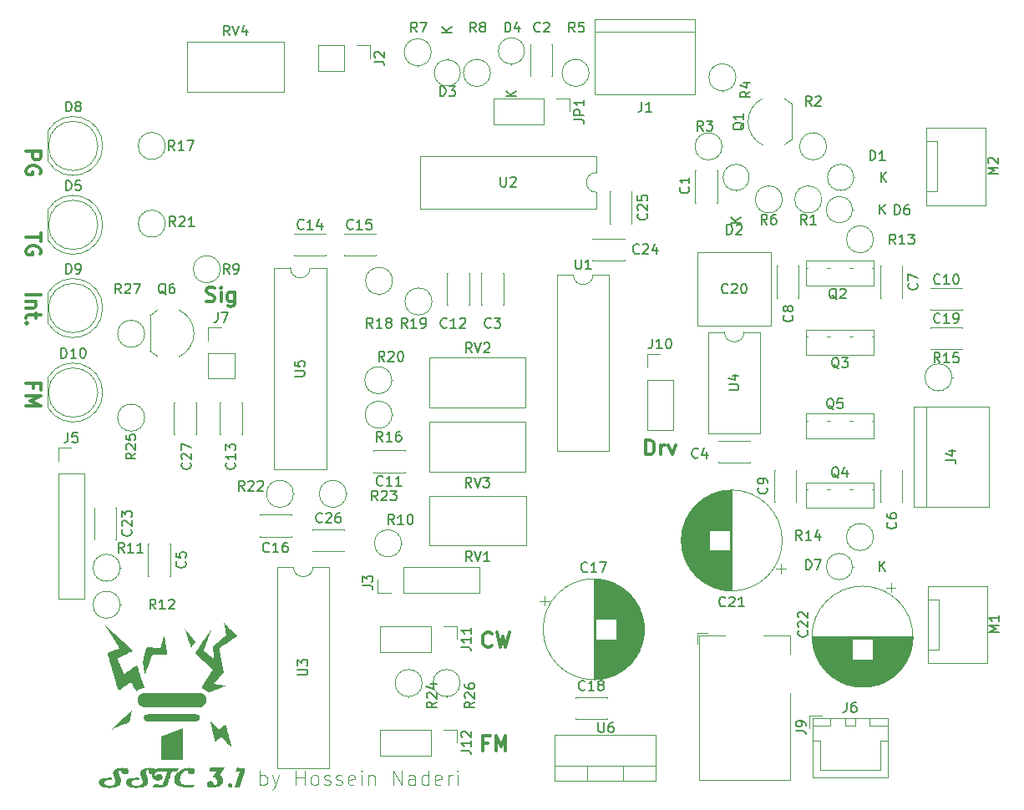
<source format=gbr>
%TF.GenerationSoftware,KiCad,Pcbnew,9.0.0*%
%TF.CreationDate,2025-04-11T23:35:18+03:30*%
%TF.ProjectId,sstc-v3,73737463-2d76-4332-9e6b-696361645f70,rev?*%
%TF.SameCoordinates,Original*%
%TF.FileFunction,Legend,Top*%
%TF.FilePolarity,Positive*%
%FSLAX46Y46*%
G04 Gerber Fmt 4.6, Leading zero omitted, Abs format (unit mm)*
G04 Created by KiCad (PCBNEW 9.0.0) date 2025-04-11 23:35:18*
%MOMM*%
%LPD*%
G01*
G04 APERTURE LIST*
%ADD10C,0.300000*%
%ADD11C,0.125000*%
%ADD12C,0.150000*%
%ADD13C,0.120000*%
%ADD14C,0.000000*%
G04 APERTURE END LIST*
D10*
X76054510Y-57300828D02*
X76054510Y-55800828D01*
X76054510Y-55800828D02*
X76411653Y-55800828D01*
X76411653Y-55800828D02*
X76625939Y-55872257D01*
X76625939Y-55872257D02*
X76768796Y-56015114D01*
X76768796Y-56015114D02*
X76840225Y-56157971D01*
X76840225Y-56157971D02*
X76911653Y-56443685D01*
X76911653Y-56443685D02*
X76911653Y-56657971D01*
X76911653Y-56657971D02*
X76840225Y-56943685D01*
X76840225Y-56943685D02*
X76768796Y-57086542D01*
X76768796Y-57086542D02*
X76625939Y-57229400D01*
X76625939Y-57229400D02*
X76411653Y-57300828D01*
X76411653Y-57300828D02*
X76054510Y-57300828D01*
X77554510Y-57300828D02*
X77554510Y-56300828D01*
X77554510Y-56586542D02*
X77625939Y-56443685D01*
X77625939Y-56443685D02*
X77697368Y-56372257D01*
X77697368Y-56372257D02*
X77840225Y-56300828D01*
X77840225Y-56300828D02*
X77983082Y-56300828D01*
X78340224Y-56300828D02*
X78697367Y-57300828D01*
X78697367Y-57300828D02*
X79054510Y-56300828D01*
D11*
X36939378Y-90809928D02*
X36939378Y-89309928D01*
X36939378Y-89881357D02*
X37082236Y-89809928D01*
X37082236Y-89809928D02*
X37367950Y-89809928D01*
X37367950Y-89809928D02*
X37510807Y-89881357D01*
X37510807Y-89881357D02*
X37582236Y-89952785D01*
X37582236Y-89952785D02*
X37653664Y-90095642D01*
X37653664Y-90095642D02*
X37653664Y-90524214D01*
X37653664Y-90524214D02*
X37582236Y-90667071D01*
X37582236Y-90667071D02*
X37510807Y-90738500D01*
X37510807Y-90738500D02*
X37367950Y-90809928D01*
X37367950Y-90809928D02*
X37082236Y-90809928D01*
X37082236Y-90809928D02*
X36939378Y-90738500D01*
X38153664Y-89809928D02*
X38510807Y-90809928D01*
X38867950Y-89809928D02*
X38510807Y-90809928D01*
X38510807Y-90809928D02*
X38367950Y-91167071D01*
X38367950Y-91167071D02*
X38296521Y-91238500D01*
X38296521Y-91238500D02*
X38153664Y-91309928D01*
X40582235Y-90809928D02*
X40582235Y-89309928D01*
X40582235Y-90024214D02*
X41439378Y-90024214D01*
X41439378Y-90809928D02*
X41439378Y-89309928D01*
X42367950Y-90809928D02*
X42225093Y-90738500D01*
X42225093Y-90738500D02*
X42153664Y-90667071D01*
X42153664Y-90667071D02*
X42082236Y-90524214D01*
X42082236Y-90524214D02*
X42082236Y-90095642D01*
X42082236Y-90095642D02*
X42153664Y-89952785D01*
X42153664Y-89952785D02*
X42225093Y-89881357D01*
X42225093Y-89881357D02*
X42367950Y-89809928D01*
X42367950Y-89809928D02*
X42582236Y-89809928D01*
X42582236Y-89809928D02*
X42725093Y-89881357D01*
X42725093Y-89881357D02*
X42796522Y-89952785D01*
X42796522Y-89952785D02*
X42867950Y-90095642D01*
X42867950Y-90095642D02*
X42867950Y-90524214D01*
X42867950Y-90524214D02*
X42796522Y-90667071D01*
X42796522Y-90667071D02*
X42725093Y-90738500D01*
X42725093Y-90738500D02*
X42582236Y-90809928D01*
X42582236Y-90809928D02*
X42367950Y-90809928D01*
X43439379Y-90738500D02*
X43582236Y-90809928D01*
X43582236Y-90809928D02*
X43867950Y-90809928D01*
X43867950Y-90809928D02*
X44010807Y-90738500D01*
X44010807Y-90738500D02*
X44082236Y-90595642D01*
X44082236Y-90595642D02*
X44082236Y-90524214D01*
X44082236Y-90524214D02*
X44010807Y-90381357D01*
X44010807Y-90381357D02*
X43867950Y-90309928D01*
X43867950Y-90309928D02*
X43653665Y-90309928D01*
X43653665Y-90309928D02*
X43510807Y-90238500D01*
X43510807Y-90238500D02*
X43439379Y-90095642D01*
X43439379Y-90095642D02*
X43439379Y-90024214D01*
X43439379Y-90024214D02*
X43510807Y-89881357D01*
X43510807Y-89881357D02*
X43653665Y-89809928D01*
X43653665Y-89809928D02*
X43867950Y-89809928D01*
X43867950Y-89809928D02*
X44010807Y-89881357D01*
X44653665Y-90738500D02*
X44796522Y-90809928D01*
X44796522Y-90809928D02*
X45082236Y-90809928D01*
X45082236Y-90809928D02*
X45225093Y-90738500D01*
X45225093Y-90738500D02*
X45296522Y-90595642D01*
X45296522Y-90595642D02*
X45296522Y-90524214D01*
X45296522Y-90524214D02*
X45225093Y-90381357D01*
X45225093Y-90381357D02*
X45082236Y-90309928D01*
X45082236Y-90309928D02*
X44867951Y-90309928D01*
X44867951Y-90309928D02*
X44725093Y-90238500D01*
X44725093Y-90238500D02*
X44653665Y-90095642D01*
X44653665Y-90095642D02*
X44653665Y-90024214D01*
X44653665Y-90024214D02*
X44725093Y-89881357D01*
X44725093Y-89881357D02*
X44867951Y-89809928D01*
X44867951Y-89809928D02*
X45082236Y-89809928D01*
X45082236Y-89809928D02*
X45225093Y-89881357D01*
X46510808Y-90738500D02*
X46367951Y-90809928D01*
X46367951Y-90809928D02*
X46082237Y-90809928D01*
X46082237Y-90809928D02*
X45939379Y-90738500D01*
X45939379Y-90738500D02*
X45867951Y-90595642D01*
X45867951Y-90595642D02*
X45867951Y-90024214D01*
X45867951Y-90024214D02*
X45939379Y-89881357D01*
X45939379Y-89881357D02*
X46082237Y-89809928D01*
X46082237Y-89809928D02*
X46367951Y-89809928D01*
X46367951Y-89809928D02*
X46510808Y-89881357D01*
X46510808Y-89881357D02*
X46582237Y-90024214D01*
X46582237Y-90024214D02*
X46582237Y-90167071D01*
X46582237Y-90167071D02*
X45867951Y-90309928D01*
X47225093Y-90809928D02*
X47225093Y-89809928D01*
X47225093Y-89309928D02*
X47153665Y-89381357D01*
X47153665Y-89381357D02*
X47225093Y-89452785D01*
X47225093Y-89452785D02*
X47296522Y-89381357D01*
X47296522Y-89381357D02*
X47225093Y-89309928D01*
X47225093Y-89309928D02*
X47225093Y-89452785D01*
X47939379Y-89809928D02*
X47939379Y-90809928D01*
X47939379Y-89952785D02*
X48010808Y-89881357D01*
X48010808Y-89881357D02*
X48153665Y-89809928D01*
X48153665Y-89809928D02*
X48367951Y-89809928D01*
X48367951Y-89809928D02*
X48510808Y-89881357D01*
X48510808Y-89881357D02*
X48582237Y-90024214D01*
X48582237Y-90024214D02*
X48582237Y-90809928D01*
X50439379Y-90809928D02*
X50439379Y-89309928D01*
X50439379Y-89309928D02*
X51296522Y-90809928D01*
X51296522Y-90809928D02*
X51296522Y-89309928D01*
X52653666Y-90809928D02*
X52653666Y-90024214D01*
X52653666Y-90024214D02*
X52582237Y-89881357D01*
X52582237Y-89881357D02*
X52439380Y-89809928D01*
X52439380Y-89809928D02*
X52153666Y-89809928D01*
X52153666Y-89809928D02*
X52010808Y-89881357D01*
X52653666Y-90738500D02*
X52510808Y-90809928D01*
X52510808Y-90809928D02*
X52153666Y-90809928D01*
X52153666Y-90809928D02*
X52010808Y-90738500D01*
X52010808Y-90738500D02*
X51939380Y-90595642D01*
X51939380Y-90595642D02*
X51939380Y-90452785D01*
X51939380Y-90452785D02*
X52010808Y-90309928D01*
X52010808Y-90309928D02*
X52153666Y-90238500D01*
X52153666Y-90238500D02*
X52510808Y-90238500D01*
X52510808Y-90238500D02*
X52653666Y-90167071D01*
X54010809Y-90809928D02*
X54010809Y-89309928D01*
X54010809Y-90738500D02*
X53867951Y-90809928D01*
X53867951Y-90809928D02*
X53582237Y-90809928D01*
X53582237Y-90809928D02*
X53439380Y-90738500D01*
X53439380Y-90738500D02*
X53367951Y-90667071D01*
X53367951Y-90667071D02*
X53296523Y-90524214D01*
X53296523Y-90524214D02*
X53296523Y-90095642D01*
X53296523Y-90095642D02*
X53367951Y-89952785D01*
X53367951Y-89952785D02*
X53439380Y-89881357D01*
X53439380Y-89881357D02*
X53582237Y-89809928D01*
X53582237Y-89809928D02*
X53867951Y-89809928D01*
X53867951Y-89809928D02*
X54010809Y-89881357D01*
X55296523Y-90738500D02*
X55153666Y-90809928D01*
X55153666Y-90809928D02*
X54867952Y-90809928D01*
X54867952Y-90809928D02*
X54725094Y-90738500D01*
X54725094Y-90738500D02*
X54653666Y-90595642D01*
X54653666Y-90595642D02*
X54653666Y-90024214D01*
X54653666Y-90024214D02*
X54725094Y-89881357D01*
X54725094Y-89881357D02*
X54867952Y-89809928D01*
X54867952Y-89809928D02*
X55153666Y-89809928D01*
X55153666Y-89809928D02*
X55296523Y-89881357D01*
X55296523Y-89881357D02*
X55367952Y-90024214D01*
X55367952Y-90024214D02*
X55367952Y-90167071D01*
X55367952Y-90167071D02*
X54653666Y-90309928D01*
X56010808Y-90809928D02*
X56010808Y-89809928D01*
X56010808Y-90095642D02*
X56082237Y-89952785D01*
X56082237Y-89952785D02*
X56153666Y-89881357D01*
X56153666Y-89881357D02*
X56296523Y-89809928D01*
X56296523Y-89809928D02*
X56439380Y-89809928D01*
X56939379Y-90809928D02*
X56939379Y-89809928D01*
X56939379Y-89309928D02*
X56867951Y-89381357D01*
X56867951Y-89381357D02*
X56939379Y-89452785D01*
X56939379Y-89452785D02*
X57010808Y-89381357D01*
X57010808Y-89381357D02*
X56939379Y-89309928D01*
X56939379Y-89309928D02*
X56939379Y-89452785D01*
D10*
X14699171Y-34840225D02*
X14699171Y-35697368D01*
X13199171Y-35268796D02*
X14699171Y-35268796D01*
X14627742Y-36983082D02*
X14699171Y-36840225D01*
X14699171Y-36840225D02*
X14699171Y-36625939D01*
X14699171Y-36625939D02*
X14627742Y-36411653D01*
X14627742Y-36411653D02*
X14484885Y-36268796D01*
X14484885Y-36268796D02*
X14342028Y-36197367D01*
X14342028Y-36197367D02*
X14056314Y-36125939D01*
X14056314Y-36125939D02*
X13842028Y-36125939D01*
X13842028Y-36125939D02*
X13556314Y-36197367D01*
X13556314Y-36197367D02*
X13413457Y-36268796D01*
X13413457Y-36268796D02*
X13270600Y-36411653D01*
X13270600Y-36411653D02*
X13199171Y-36625939D01*
X13199171Y-36625939D02*
X13199171Y-36768796D01*
X13199171Y-36768796D02*
X13270600Y-36983082D01*
X13270600Y-36983082D02*
X13342028Y-37054510D01*
X13342028Y-37054510D02*
X13842028Y-37054510D01*
X13842028Y-37054510D02*
X13842028Y-36768796D01*
X31483082Y-41729400D02*
X31697368Y-41800828D01*
X31697368Y-41800828D02*
X32054510Y-41800828D01*
X32054510Y-41800828D02*
X32197368Y-41729400D01*
X32197368Y-41729400D02*
X32268796Y-41657971D01*
X32268796Y-41657971D02*
X32340225Y-41515114D01*
X32340225Y-41515114D02*
X32340225Y-41372257D01*
X32340225Y-41372257D02*
X32268796Y-41229400D01*
X32268796Y-41229400D02*
X32197368Y-41157971D01*
X32197368Y-41157971D02*
X32054510Y-41086542D01*
X32054510Y-41086542D02*
X31768796Y-41015114D01*
X31768796Y-41015114D02*
X31625939Y-40943685D01*
X31625939Y-40943685D02*
X31554510Y-40872257D01*
X31554510Y-40872257D02*
X31483082Y-40729400D01*
X31483082Y-40729400D02*
X31483082Y-40586542D01*
X31483082Y-40586542D02*
X31554510Y-40443685D01*
X31554510Y-40443685D02*
X31625939Y-40372257D01*
X31625939Y-40372257D02*
X31768796Y-40300828D01*
X31768796Y-40300828D02*
X32125939Y-40300828D01*
X32125939Y-40300828D02*
X32340225Y-40372257D01*
X32983081Y-41800828D02*
X32983081Y-40800828D01*
X32983081Y-40300828D02*
X32911653Y-40372257D01*
X32911653Y-40372257D02*
X32983081Y-40443685D01*
X32983081Y-40443685D02*
X33054510Y-40372257D01*
X33054510Y-40372257D02*
X32983081Y-40300828D01*
X32983081Y-40300828D02*
X32983081Y-40443685D01*
X34340225Y-40800828D02*
X34340225Y-42015114D01*
X34340225Y-42015114D02*
X34268796Y-42157971D01*
X34268796Y-42157971D02*
X34197367Y-42229400D01*
X34197367Y-42229400D02*
X34054510Y-42300828D01*
X34054510Y-42300828D02*
X33840225Y-42300828D01*
X33840225Y-42300828D02*
X33697367Y-42229400D01*
X34340225Y-41729400D02*
X34197367Y-41800828D01*
X34197367Y-41800828D02*
X33911653Y-41800828D01*
X33911653Y-41800828D02*
X33768796Y-41729400D01*
X33768796Y-41729400D02*
X33697367Y-41657971D01*
X33697367Y-41657971D02*
X33625939Y-41515114D01*
X33625939Y-41515114D02*
X33625939Y-41086542D01*
X33625939Y-41086542D02*
X33697367Y-40943685D01*
X33697367Y-40943685D02*
X33768796Y-40872257D01*
X33768796Y-40872257D02*
X33911653Y-40800828D01*
X33911653Y-40800828D02*
X34197367Y-40800828D01*
X34197367Y-40800828D02*
X34340225Y-40872257D01*
X13199171Y-41054510D02*
X14699171Y-41054510D01*
X14199171Y-41768796D02*
X13199171Y-41768796D01*
X14056314Y-41768796D02*
X14127742Y-41840225D01*
X14127742Y-41840225D02*
X14199171Y-41983082D01*
X14199171Y-41983082D02*
X14199171Y-42197368D01*
X14199171Y-42197368D02*
X14127742Y-42340225D01*
X14127742Y-42340225D02*
X13984885Y-42411654D01*
X13984885Y-42411654D02*
X13199171Y-42411654D01*
X14199171Y-42911654D02*
X14199171Y-43483082D01*
X14699171Y-43125939D02*
X13413457Y-43125939D01*
X13413457Y-43125939D02*
X13270600Y-43197368D01*
X13270600Y-43197368D02*
X13199171Y-43340225D01*
X13199171Y-43340225D02*
X13199171Y-43483082D01*
X13342028Y-43983082D02*
X13270600Y-44054511D01*
X13270600Y-44054511D02*
X13199171Y-43983082D01*
X13199171Y-43983082D02*
X13270600Y-43911654D01*
X13270600Y-43911654D02*
X13342028Y-43983082D01*
X13342028Y-43983082D02*
X13199171Y-43983082D01*
X60054510Y-86515114D02*
X59554510Y-86515114D01*
X59554510Y-87300828D02*
X59554510Y-85800828D01*
X59554510Y-85800828D02*
X60268796Y-85800828D01*
X60840224Y-87300828D02*
X60840224Y-85800828D01*
X60840224Y-85800828D02*
X61340224Y-86872257D01*
X61340224Y-86872257D02*
X61840224Y-85800828D01*
X61840224Y-85800828D02*
X61840224Y-87300828D01*
X60411653Y-76657971D02*
X60340225Y-76729400D01*
X60340225Y-76729400D02*
X60125939Y-76800828D01*
X60125939Y-76800828D02*
X59983082Y-76800828D01*
X59983082Y-76800828D02*
X59768796Y-76729400D01*
X59768796Y-76729400D02*
X59625939Y-76586542D01*
X59625939Y-76586542D02*
X59554510Y-76443685D01*
X59554510Y-76443685D02*
X59483082Y-76157971D01*
X59483082Y-76157971D02*
X59483082Y-75943685D01*
X59483082Y-75943685D02*
X59554510Y-75657971D01*
X59554510Y-75657971D02*
X59625939Y-75515114D01*
X59625939Y-75515114D02*
X59768796Y-75372257D01*
X59768796Y-75372257D02*
X59983082Y-75300828D01*
X59983082Y-75300828D02*
X60125939Y-75300828D01*
X60125939Y-75300828D02*
X60340225Y-75372257D01*
X60340225Y-75372257D02*
X60411653Y-75443685D01*
X60911653Y-75300828D02*
X61268796Y-76800828D01*
X61268796Y-76800828D02*
X61554510Y-75729400D01*
X61554510Y-75729400D02*
X61840225Y-76800828D01*
X61840225Y-76800828D02*
X62197368Y-75300828D01*
X13199171Y-26554510D02*
X14699171Y-26554510D01*
X14699171Y-26554510D02*
X14699171Y-27125939D01*
X14699171Y-27125939D02*
X14627742Y-27268796D01*
X14627742Y-27268796D02*
X14556314Y-27340225D01*
X14556314Y-27340225D02*
X14413457Y-27411653D01*
X14413457Y-27411653D02*
X14199171Y-27411653D01*
X14199171Y-27411653D02*
X14056314Y-27340225D01*
X14056314Y-27340225D02*
X13984885Y-27268796D01*
X13984885Y-27268796D02*
X13913457Y-27125939D01*
X13913457Y-27125939D02*
X13913457Y-26554510D01*
X14627742Y-28840225D02*
X14699171Y-28697368D01*
X14699171Y-28697368D02*
X14699171Y-28483082D01*
X14699171Y-28483082D02*
X14627742Y-28268796D01*
X14627742Y-28268796D02*
X14484885Y-28125939D01*
X14484885Y-28125939D02*
X14342028Y-28054510D01*
X14342028Y-28054510D02*
X14056314Y-27983082D01*
X14056314Y-27983082D02*
X13842028Y-27983082D01*
X13842028Y-27983082D02*
X13556314Y-28054510D01*
X13556314Y-28054510D02*
X13413457Y-28125939D01*
X13413457Y-28125939D02*
X13270600Y-28268796D01*
X13270600Y-28268796D02*
X13199171Y-28483082D01*
X13199171Y-28483082D02*
X13199171Y-28625939D01*
X13199171Y-28625939D02*
X13270600Y-28840225D01*
X13270600Y-28840225D02*
X13342028Y-28911653D01*
X13342028Y-28911653D02*
X13842028Y-28911653D01*
X13842028Y-28911653D02*
X13842028Y-28625939D01*
X13984885Y-50554510D02*
X13984885Y-50054510D01*
X13199171Y-50054510D02*
X14699171Y-50054510D01*
X14699171Y-50054510D02*
X14699171Y-50768796D01*
X13199171Y-51340224D02*
X14699171Y-51340224D01*
X14699171Y-51340224D02*
X13627742Y-51840224D01*
X13627742Y-51840224D02*
X14699171Y-52340224D01*
X14699171Y-52340224D02*
X13199171Y-52340224D01*
D12*
X68784819Y-23333333D02*
X69499104Y-23333333D01*
X69499104Y-23333333D02*
X69641961Y-23380952D01*
X69641961Y-23380952D02*
X69737200Y-23476190D01*
X69737200Y-23476190D02*
X69784819Y-23619047D01*
X69784819Y-23619047D02*
X69784819Y-23714285D01*
X69784819Y-22857142D02*
X68784819Y-22857142D01*
X68784819Y-22857142D02*
X68784819Y-22476190D01*
X68784819Y-22476190D02*
X68832438Y-22380952D01*
X68832438Y-22380952D02*
X68880057Y-22333333D01*
X68880057Y-22333333D02*
X68975295Y-22285714D01*
X68975295Y-22285714D02*
X69118152Y-22285714D01*
X69118152Y-22285714D02*
X69213390Y-22333333D01*
X69213390Y-22333333D02*
X69261009Y-22380952D01*
X69261009Y-22380952D02*
X69308628Y-22476190D01*
X69308628Y-22476190D02*
X69308628Y-22857142D01*
X69784819Y-21333333D02*
X69784819Y-21904761D01*
X69784819Y-21619047D02*
X68784819Y-21619047D01*
X68784819Y-21619047D02*
X68927676Y-21714285D01*
X68927676Y-21714285D02*
X69022914Y-21809523D01*
X69022914Y-21809523D02*
X69070533Y-21904761D01*
X111854819Y-75269523D02*
X110854819Y-75269523D01*
X110854819Y-75269523D02*
X111569104Y-74936190D01*
X111569104Y-74936190D02*
X110854819Y-74602857D01*
X110854819Y-74602857D02*
X111854819Y-74602857D01*
X111854819Y-73602857D02*
X111854819Y-74174285D01*
X111854819Y-73888571D02*
X110854819Y-73888571D01*
X110854819Y-73888571D02*
X110997676Y-73983809D01*
X110997676Y-73983809D02*
X111092914Y-74079047D01*
X111092914Y-74079047D02*
X111140533Y-74174285D01*
X98761905Y-27454819D02*
X98761905Y-26454819D01*
X98761905Y-26454819D02*
X99000000Y-26454819D01*
X99000000Y-26454819D02*
X99142857Y-26502438D01*
X99142857Y-26502438D02*
X99238095Y-26597676D01*
X99238095Y-26597676D02*
X99285714Y-26692914D01*
X99285714Y-26692914D02*
X99333333Y-26883390D01*
X99333333Y-26883390D02*
X99333333Y-27026247D01*
X99333333Y-27026247D02*
X99285714Y-27216723D01*
X99285714Y-27216723D02*
X99238095Y-27311961D01*
X99238095Y-27311961D02*
X99142857Y-27407200D01*
X99142857Y-27407200D02*
X99000000Y-27454819D01*
X99000000Y-27454819D02*
X98761905Y-27454819D01*
X100285714Y-27454819D02*
X99714286Y-27454819D01*
X100000000Y-27454819D02*
X100000000Y-26454819D01*
X100000000Y-26454819D02*
X99904762Y-26597676D01*
X99904762Y-26597676D02*
X99809524Y-26692914D01*
X99809524Y-26692914D02*
X99714286Y-26740533D01*
X99868781Y-29641875D02*
X99868781Y-28641875D01*
X100440209Y-29641875D02*
X100011638Y-29070446D01*
X100440209Y-28641875D02*
X99868781Y-29213303D01*
X88333333Y-33954819D02*
X88000000Y-33478628D01*
X87761905Y-33954819D02*
X87761905Y-32954819D01*
X87761905Y-32954819D02*
X88142857Y-32954819D01*
X88142857Y-32954819D02*
X88238095Y-33002438D01*
X88238095Y-33002438D02*
X88285714Y-33050057D01*
X88285714Y-33050057D02*
X88333333Y-33145295D01*
X88333333Y-33145295D02*
X88333333Y-33288152D01*
X88333333Y-33288152D02*
X88285714Y-33383390D01*
X88285714Y-33383390D02*
X88238095Y-33431009D01*
X88238095Y-33431009D02*
X88142857Y-33478628D01*
X88142857Y-33478628D02*
X87761905Y-33478628D01*
X89190476Y-32954819D02*
X89000000Y-32954819D01*
X89000000Y-32954819D02*
X88904762Y-33002438D01*
X88904762Y-33002438D02*
X88857143Y-33050057D01*
X88857143Y-33050057D02*
X88761905Y-33192914D01*
X88761905Y-33192914D02*
X88714286Y-33383390D01*
X88714286Y-33383390D02*
X88714286Y-33764342D01*
X88714286Y-33764342D02*
X88761905Y-33859580D01*
X88761905Y-33859580D02*
X88809524Y-33907200D01*
X88809524Y-33907200D02*
X88904762Y-33954819D01*
X88904762Y-33954819D02*
X89095238Y-33954819D01*
X89095238Y-33954819D02*
X89190476Y-33907200D01*
X89190476Y-33907200D02*
X89238095Y-33859580D01*
X89238095Y-33859580D02*
X89285714Y-33764342D01*
X89285714Y-33764342D02*
X89285714Y-33526247D01*
X89285714Y-33526247D02*
X89238095Y-33431009D01*
X89238095Y-33431009D02*
X89190476Y-33383390D01*
X89190476Y-33383390D02*
X89095238Y-33335771D01*
X89095238Y-33335771D02*
X88904762Y-33335771D01*
X88904762Y-33335771D02*
X88809524Y-33383390D01*
X88809524Y-33383390D02*
X88761905Y-33431009D01*
X88761905Y-33431009D02*
X88714286Y-33526247D01*
X101359580Y-64166666D02*
X101407200Y-64214285D01*
X101407200Y-64214285D02*
X101454819Y-64357142D01*
X101454819Y-64357142D02*
X101454819Y-64452380D01*
X101454819Y-64452380D02*
X101407200Y-64595237D01*
X101407200Y-64595237D02*
X101311961Y-64690475D01*
X101311961Y-64690475D02*
X101216723Y-64738094D01*
X101216723Y-64738094D02*
X101026247Y-64785713D01*
X101026247Y-64785713D02*
X100883390Y-64785713D01*
X100883390Y-64785713D02*
X100692914Y-64738094D01*
X100692914Y-64738094D02*
X100597676Y-64690475D01*
X100597676Y-64690475D02*
X100502438Y-64595237D01*
X100502438Y-64595237D02*
X100454819Y-64452380D01*
X100454819Y-64452380D02*
X100454819Y-64357142D01*
X100454819Y-64357142D02*
X100502438Y-64214285D01*
X100502438Y-64214285D02*
X100550057Y-64166666D01*
X100454819Y-63309523D02*
X100454819Y-63499999D01*
X100454819Y-63499999D02*
X100502438Y-63595237D01*
X100502438Y-63595237D02*
X100550057Y-63642856D01*
X100550057Y-63642856D02*
X100692914Y-63738094D01*
X100692914Y-63738094D02*
X100883390Y-63785713D01*
X100883390Y-63785713D02*
X101264342Y-63785713D01*
X101264342Y-63785713D02*
X101359580Y-63738094D01*
X101359580Y-63738094D02*
X101407200Y-63690475D01*
X101407200Y-63690475D02*
X101454819Y-63595237D01*
X101454819Y-63595237D02*
X101454819Y-63404761D01*
X101454819Y-63404761D02*
X101407200Y-63309523D01*
X101407200Y-63309523D02*
X101359580Y-63261904D01*
X101359580Y-63261904D02*
X101264342Y-63214285D01*
X101264342Y-63214285D02*
X101026247Y-63214285D01*
X101026247Y-63214285D02*
X100931009Y-63261904D01*
X100931009Y-63261904D02*
X100883390Y-63309523D01*
X100883390Y-63309523D02*
X100835771Y-63404761D01*
X100835771Y-63404761D02*
X100835771Y-63595237D01*
X100835771Y-63595237D02*
X100883390Y-63690475D01*
X100883390Y-63690475D02*
X100931009Y-63738094D01*
X100931009Y-63738094D02*
X101026247Y-63785713D01*
X70107142Y-69109580D02*
X70059523Y-69157200D01*
X70059523Y-69157200D02*
X69916666Y-69204819D01*
X69916666Y-69204819D02*
X69821428Y-69204819D01*
X69821428Y-69204819D02*
X69678571Y-69157200D01*
X69678571Y-69157200D02*
X69583333Y-69061961D01*
X69583333Y-69061961D02*
X69535714Y-68966723D01*
X69535714Y-68966723D02*
X69488095Y-68776247D01*
X69488095Y-68776247D02*
X69488095Y-68633390D01*
X69488095Y-68633390D02*
X69535714Y-68442914D01*
X69535714Y-68442914D02*
X69583333Y-68347676D01*
X69583333Y-68347676D02*
X69678571Y-68252438D01*
X69678571Y-68252438D02*
X69821428Y-68204819D01*
X69821428Y-68204819D02*
X69916666Y-68204819D01*
X69916666Y-68204819D02*
X70059523Y-68252438D01*
X70059523Y-68252438D02*
X70107142Y-68300057D01*
X71059523Y-69204819D02*
X70488095Y-69204819D01*
X70773809Y-69204819D02*
X70773809Y-68204819D01*
X70773809Y-68204819D02*
X70678571Y-68347676D01*
X70678571Y-68347676D02*
X70583333Y-68442914D01*
X70583333Y-68442914D02*
X70488095Y-68490533D01*
X71392857Y-68204819D02*
X72059523Y-68204819D01*
X72059523Y-68204819D02*
X71630952Y-69204819D01*
X41357142Y-34359580D02*
X41309523Y-34407200D01*
X41309523Y-34407200D02*
X41166666Y-34454819D01*
X41166666Y-34454819D02*
X41071428Y-34454819D01*
X41071428Y-34454819D02*
X40928571Y-34407200D01*
X40928571Y-34407200D02*
X40833333Y-34311961D01*
X40833333Y-34311961D02*
X40785714Y-34216723D01*
X40785714Y-34216723D02*
X40738095Y-34026247D01*
X40738095Y-34026247D02*
X40738095Y-33883390D01*
X40738095Y-33883390D02*
X40785714Y-33692914D01*
X40785714Y-33692914D02*
X40833333Y-33597676D01*
X40833333Y-33597676D02*
X40928571Y-33502438D01*
X40928571Y-33502438D02*
X41071428Y-33454819D01*
X41071428Y-33454819D02*
X41166666Y-33454819D01*
X41166666Y-33454819D02*
X41309523Y-33502438D01*
X41309523Y-33502438D02*
X41357142Y-33550057D01*
X42309523Y-34454819D02*
X41738095Y-34454819D01*
X42023809Y-34454819D02*
X42023809Y-33454819D01*
X42023809Y-33454819D02*
X41928571Y-33597676D01*
X41928571Y-33597676D02*
X41833333Y-33692914D01*
X41833333Y-33692914D02*
X41738095Y-33740533D01*
X43166666Y-33788152D02*
X43166666Y-34454819D01*
X42928571Y-33407200D02*
X42690476Y-34121485D01*
X42690476Y-34121485D02*
X43309523Y-34121485D01*
X34359580Y-58142857D02*
X34407200Y-58190476D01*
X34407200Y-58190476D02*
X34454819Y-58333333D01*
X34454819Y-58333333D02*
X34454819Y-58428571D01*
X34454819Y-58428571D02*
X34407200Y-58571428D01*
X34407200Y-58571428D02*
X34311961Y-58666666D01*
X34311961Y-58666666D02*
X34216723Y-58714285D01*
X34216723Y-58714285D02*
X34026247Y-58761904D01*
X34026247Y-58761904D02*
X33883390Y-58761904D01*
X33883390Y-58761904D02*
X33692914Y-58714285D01*
X33692914Y-58714285D02*
X33597676Y-58666666D01*
X33597676Y-58666666D02*
X33502438Y-58571428D01*
X33502438Y-58571428D02*
X33454819Y-58428571D01*
X33454819Y-58428571D02*
X33454819Y-58333333D01*
X33454819Y-58333333D02*
X33502438Y-58190476D01*
X33502438Y-58190476D02*
X33550057Y-58142857D01*
X34454819Y-57190476D02*
X34454819Y-57761904D01*
X34454819Y-57476190D02*
X33454819Y-57476190D01*
X33454819Y-57476190D02*
X33597676Y-57571428D01*
X33597676Y-57571428D02*
X33692914Y-57666666D01*
X33692914Y-57666666D02*
X33740533Y-57761904D01*
X33454819Y-56857142D02*
X33454819Y-56238095D01*
X33454819Y-56238095D02*
X33835771Y-56571428D01*
X33835771Y-56571428D02*
X33835771Y-56428571D01*
X33835771Y-56428571D02*
X33883390Y-56333333D01*
X33883390Y-56333333D02*
X33931009Y-56285714D01*
X33931009Y-56285714D02*
X34026247Y-56238095D01*
X34026247Y-56238095D02*
X34264342Y-56238095D01*
X34264342Y-56238095D02*
X34359580Y-56285714D01*
X34359580Y-56285714D02*
X34407200Y-56333333D01*
X34407200Y-56333333D02*
X34454819Y-56428571D01*
X34454819Y-56428571D02*
X34454819Y-56714285D01*
X34454819Y-56714285D02*
X34407200Y-56809523D01*
X34407200Y-56809523D02*
X34359580Y-56857142D01*
X91857142Y-65954819D02*
X91523809Y-65478628D01*
X91285714Y-65954819D02*
X91285714Y-64954819D01*
X91285714Y-64954819D02*
X91666666Y-64954819D01*
X91666666Y-64954819D02*
X91761904Y-65002438D01*
X91761904Y-65002438D02*
X91809523Y-65050057D01*
X91809523Y-65050057D02*
X91857142Y-65145295D01*
X91857142Y-65145295D02*
X91857142Y-65288152D01*
X91857142Y-65288152D02*
X91809523Y-65383390D01*
X91809523Y-65383390D02*
X91761904Y-65431009D01*
X91761904Y-65431009D02*
X91666666Y-65478628D01*
X91666666Y-65478628D02*
X91285714Y-65478628D01*
X92809523Y-65954819D02*
X92238095Y-65954819D01*
X92523809Y-65954819D02*
X92523809Y-64954819D01*
X92523809Y-64954819D02*
X92428571Y-65097676D01*
X92428571Y-65097676D02*
X92333333Y-65192914D01*
X92333333Y-65192914D02*
X92238095Y-65240533D01*
X93666666Y-65288152D02*
X93666666Y-65954819D01*
X93428571Y-64907200D02*
X93190476Y-65621485D01*
X93190476Y-65621485D02*
X93809523Y-65621485D01*
X81833333Y-24454819D02*
X81500000Y-23978628D01*
X81261905Y-24454819D02*
X81261905Y-23454819D01*
X81261905Y-23454819D02*
X81642857Y-23454819D01*
X81642857Y-23454819D02*
X81738095Y-23502438D01*
X81738095Y-23502438D02*
X81785714Y-23550057D01*
X81785714Y-23550057D02*
X81833333Y-23645295D01*
X81833333Y-23645295D02*
X81833333Y-23788152D01*
X81833333Y-23788152D02*
X81785714Y-23883390D01*
X81785714Y-23883390D02*
X81738095Y-23931009D01*
X81738095Y-23931009D02*
X81642857Y-23978628D01*
X81642857Y-23978628D02*
X81261905Y-23978628D01*
X82166667Y-23454819D02*
X82785714Y-23454819D01*
X82785714Y-23454819D02*
X82452381Y-23835771D01*
X82452381Y-23835771D02*
X82595238Y-23835771D01*
X82595238Y-23835771D02*
X82690476Y-23883390D01*
X82690476Y-23883390D02*
X82738095Y-23931009D01*
X82738095Y-23931009D02*
X82785714Y-24026247D01*
X82785714Y-24026247D02*
X82785714Y-24264342D01*
X82785714Y-24264342D02*
X82738095Y-24359580D01*
X82738095Y-24359580D02*
X82690476Y-24407200D01*
X82690476Y-24407200D02*
X82595238Y-24454819D01*
X82595238Y-24454819D02*
X82309524Y-24454819D01*
X82309524Y-24454819D02*
X82214286Y-24407200D01*
X82214286Y-24407200D02*
X82166667Y-24359580D01*
X76109580Y-32892857D02*
X76157200Y-32940476D01*
X76157200Y-32940476D02*
X76204819Y-33083333D01*
X76204819Y-33083333D02*
X76204819Y-33178571D01*
X76204819Y-33178571D02*
X76157200Y-33321428D01*
X76157200Y-33321428D02*
X76061961Y-33416666D01*
X76061961Y-33416666D02*
X75966723Y-33464285D01*
X75966723Y-33464285D02*
X75776247Y-33511904D01*
X75776247Y-33511904D02*
X75633390Y-33511904D01*
X75633390Y-33511904D02*
X75442914Y-33464285D01*
X75442914Y-33464285D02*
X75347676Y-33416666D01*
X75347676Y-33416666D02*
X75252438Y-33321428D01*
X75252438Y-33321428D02*
X75204819Y-33178571D01*
X75204819Y-33178571D02*
X75204819Y-33083333D01*
X75204819Y-33083333D02*
X75252438Y-32940476D01*
X75252438Y-32940476D02*
X75300057Y-32892857D01*
X75300057Y-32511904D02*
X75252438Y-32464285D01*
X75252438Y-32464285D02*
X75204819Y-32369047D01*
X75204819Y-32369047D02*
X75204819Y-32130952D01*
X75204819Y-32130952D02*
X75252438Y-32035714D01*
X75252438Y-32035714D02*
X75300057Y-31988095D01*
X75300057Y-31988095D02*
X75395295Y-31940476D01*
X75395295Y-31940476D02*
X75490533Y-31940476D01*
X75490533Y-31940476D02*
X75633390Y-31988095D01*
X75633390Y-31988095D02*
X76204819Y-32559523D01*
X76204819Y-32559523D02*
X76204819Y-31940476D01*
X75204819Y-31035714D02*
X75204819Y-31511904D01*
X75204819Y-31511904D02*
X75681009Y-31559523D01*
X75681009Y-31559523D02*
X75633390Y-31511904D01*
X75633390Y-31511904D02*
X75585771Y-31416666D01*
X75585771Y-31416666D02*
X75585771Y-31178571D01*
X75585771Y-31178571D02*
X75633390Y-31083333D01*
X75633390Y-31083333D02*
X75681009Y-31035714D01*
X75681009Y-31035714D02*
X75776247Y-30988095D01*
X75776247Y-30988095D02*
X76014342Y-30988095D01*
X76014342Y-30988095D02*
X76109580Y-31035714D01*
X76109580Y-31035714D02*
X76157200Y-31083333D01*
X76157200Y-31083333D02*
X76204819Y-31178571D01*
X76204819Y-31178571D02*
X76204819Y-31416666D01*
X76204819Y-31416666D02*
X76157200Y-31511904D01*
X76157200Y-31511904D02*
X76109580Y-31559523D01*
X29332080Y-68136666D02*
X29379700Y-68184285D01*
X29379700Y-68184285D02*
X29427319Y-68327142D01*
X29427319Y-68327142D02*
X29427319Y-68422380D01*
X29427319Y-68422380D02*
X29379700Y-68565237D01*
X29379700Y-68565237D02*
X29284461Y-68660475D01*
X29284461Y-68660475D02*
X29189223Y-68708094D01*
X29189223Y-68708094D02*
X28998747Y-68755713D01*
X28998747Y-68755713D02*
X28855890Y-68755713D01*
X28855890Y-68755713D02*
X28665414Y-68708094D01*
X28665414Y-68708094D02*
X28570176Y-68660475D01*
X28570176Y-68660475D02*
X28474938Y-68565237D01*
X28474938Y-68565237D02*
X28427319Y-68422380D01*
X28427319Y-68422380D02*
X28427319Y-68327142D01*
X28427319Y-68327142D02*
X28474938Y-68184285D01*
X28474938Y-68184285D02*
X28522557Y-68136666D01*
X28427319Y-67231904D02*
X28427319Y-67708094D01*
X28427319Y-67708094D02*
X28903509Y-67755713D01*
X28903509Y-67755713D02*
X28855890Y-67708094D01*
X28855890Y-67708094D02*
X28808271Y-67612856D01*
X28808271Y-67612856D02*
X28808271Y-67374761D01*
X28808271Y-67374761D02*
X28855890Y-67279523D01*
X28855890Y-67279523D02*
X28903509Y-67231904D01*
X28903509Y-67231904D02*
X28998747Y-67184285D01*
X28998747Y-67184285D02*
X29236842Y-67184285D01*
X29236842Y-67184285D02*
X29332080Y-67231904D01*
X29332080Y-67231904D02*
X29379700Y-67279523D01*
X29379700Y-67279523D02*
X29427319Y-67374761D01*
X29427319Y-67374761D02*
X29427319Y-67612856D01*
X29427319Y-67612856D02*
X29379700Y-67708094D01*
X29379700Y-67708094D02*
X29332080Y-67755713D01*
X40454819Y-49351904D02*
X41264342Y-49351904D01*
X41264342Y-49351904D02*
X41359580Y-49304285D01*
X41359580Y-49304285D02*
X41407200Y-49256666D01*
X41407200Y-49256666D02*
X41454819Y-49161428D01*
X41454819Y-49161428D02*
X41454819Y-48970952D01*
X41454819Y-48970952D02*
X41407200Y-48875714D01*
X41407200Y-48875714D02*
X41359580Y-48828095D01*
X41359580Y-48828095D02*
X41264342Y-48780476D01*
X41264342Y-48780476D02*
X40454819Y-48780476D01*
X40454819Y-47828095D02*
X40454819Y-48304285D01*
X40454819Y-48304285D02*
X40931009Y-48351904D01*
X40931009Y-48351904D02*
X40883390Y-48304285D01*
X40883390Y-48304285D02*
X40835771Y-48209047D01*
X40835771Y-48209047D02*
X40835771Y-47970952D01*
X40835771Y-47970952D02*
X40883390Y-47875714D01*
X40883390Y-47875714D02*
X40931009Y-47828095D01*
X40931009Y-47828095D02*
X41026247Y-47780476D01*
X41026247Y-47780476D02*
X41264342Y-47780476D01*
X41264342Y-47780476D02*
X41359580Y-47828095D01*
X41359580Y-47828095D02*
X41407200Y-47875714D01*
X41407200Y-47875714D02*
X41454819Y-47970952D01*
X41454819Y-47970952D02*
X41454819Y-48209047D01*
X41454819Y-48209047D02*
X41407200Y-48304285D01*
X41407200Y-48304285D02*
X41359580Y-48351904D01*
X90859580Y-43166666D02*
X90907200Y-43214285D01*
X90907200Y-43214285D02*
X90954819Y-43357142D01*
X90954819Y-43357142D02*
X90954819Y-43452380D01*
X90954819Y-43452380D02*
X90907200Y-43595237D01*
X90907200Y-43595237D02*
X90811961Y-43690475D01*
X90811961Y-43690475D02*
X90716723Y-43738094D01*
X90716723Y-43738094D02*
X90526247Y-43785713D01*
X90526247Y-43785713D02*
X90383390Y-43785713D01*
X90383390Y-43785713D02*
X90192914Y-43738094D01*
X90192914Y-43738094D02*
X90097676Y-43690475D01*
X90097676Y-43690475D02*
X90002438Y-43595237D01*
X90002438Y-43595237D02*
X89954819Y-43452380D01*
X89954819Y-43452380D02*
X89954819Y-43357142D01*
X89954819Y-43357142D02*
X90002438Y-43214285D01*
X90002438Y-43214285D02*
X90050057Y-43166666D01*
X90383390Y-42595237D02*
X90335771Y-42690475D01*
X90335771Y-42690475D02*
X90288152Y-42738094D01*
X90288152Y-42738094D02*
X90192914Y-42785713D01*
X90192914Y-42785713D02*
X90145295Y-42785713D01*
X90145295Y-42785713D02*
X90050057Y-42738094D01*
X90050057Y-42738094D02*
X90002438Y-42690475D01*
X90002438Y-42690475D02*
X89954819Y-42595237D01*
X89954819Y-42595237D02*
X89954819Y-42404761D01*
X89954819Y-42404761D02*
X90002438Y-42309523D01*
X90002438Y-42309523D02*
X90050057Y-42261904D01*
X90050057Y-42261904D02*
X90145295Y-42214285D01*
X90145295Y-42214285D02*
X90192914Y-42214285D01*
X90192914Y-42214285D02*
X90288152Y-42261904D01*
X90288152Y-42261904D02*
X90335771Y-42309523D01*
X90335771Y-42309523D02*
X90383390Y-42404761D01*
X90383390Y-42404761D02*
X90383390Y-42595237D01*
X90383390Y-42595237D02*
X90431009Y-42690475D01*
X90431009Y-42690475D02*
X90478628Y-42738094D01*
X90478628Y-42738094D02*
X90573866Y-42785713D01*
X90573866Y-42785713D02*
X90764342Y-42785713D01*
X90764342Y-42785713D02*
X90859580Y-42738094D01*
X90859580Y-42738094D02*
X90907200Y-42690475D01*
X90907200Y-42690475D02*
X90954819Y-42595237D01*
X90954819Y-42595237D02*
X90954819Y-42404761D01*
X90954819Y-42404761D02*
X90907200Y-42309523D01*
X90907200Y-42309523D02*
X90859580Y-42261904D01*
X90859580Y-42261904D02*
X90764342Y-42214285D01*
X90764342Y-42214285D02*
X90573866Y-42214285D01*
X90573866Y-42214285D02*
X90478628Y-42261904D01*
X90478628Y-42261904D02*
X90431009Y-42309523D01*
X90431009Y-42309523D02*
X90383390Y-42404761D01*
X88279580Y-60646666D02*
X88327200Y-60694285D01*
X88327200Y-60694285D02*
X88374819Y-60837142D01*
X88374819Y-60837142D02*
X88374819Y-60932380D01*
X88374819Y-60932380D02*
X88327200Y-61075237D01*
X88327200Y-61075237D02*
X88231961Y-61170475D01*
X88231961Y-61170475D02*
X88136723Y-61218094D01*
X88136723Y-61218094D02*
X87946247Y-61265713D01*
X87946247Y-61265713D02*
X87803390Y-61265713D01*
X87803390Y-61265713D02*
X87612914Y-61218094D01*
X87612914Y-61218094D02*
X87517676Y-61170475D01*
X87517676Y-61170475D02*
X87422438Y-61075237D01*
X87422438Y-61075237D02*
X87374819Y-60932380D01*
X87374819Y-60932380D02*
X87374819Y-60837142D01*
X87374819Y-60837142D02*
X87422438Y-60694285D01*
X87422438Y-60694285D02*
X87470057Y-60646666D01*
X88374819Y-60170475D02*
X88374819Y-59979999D01*
X88374819Y-59979999D02*
X88327200Y-59884761D01*
X88327200Y-59884761D02*
X88279580Y-59837142D01*
X88279580Y-59837142D02*
X88136723Y-59741904D01*
X88136723Y-59741904D02*
X87946247Y-59694285D01*
X87946247Y-59694285D02*
X87565295Y-59694285D01*
X87565295Y-59694285D02*
X87470057Y-59741904D01*
X87470057Y-59741904D02*
X87422438Y-59789523D01*
X87422438Y-59789523D02*
X87374819Y-59884761D01*
X87374819Y-59884761D02*
X87374819Y-60075237D01*
X87374819Y-60075237D02*
X87422438Y-60170475D01*
X87422438Y-60170475D02*
X87470057Y-60218094D01*
X87470057Y-60218094D02*
X87565295Y-60265713D01*
X87565295Y-60265713D02*
X87803390Y-60265713D01*
X87803390Y-60265713D02*
X87898628Y-60218094D01*
X87898628Y-60218094D02*
X87946247Y-60170475D01*
X87946247Y-60170475D02*
X87993866Y-60075237D01*
X87993866Y-60075237D02*
X87993866Y-59884761D01*
X87993866Y-59884761D02*
X87946247Y-59789523D01*
X87946247Y-59789523D02*
X87898628Y-59741904D01*
X87898628Y-59741904D02*
X87803390Y-59694285D01*
X91247319Y-85283333D02*
X91961604Y-85283333D01*
X91961604Y-85283333D02*
X92104461Y-85330952D01*
X92104461Y-85330952D02*
X92199700Y-85426190D01*
X92199700Y-85426190D02*
X92247319Y-85569047D01*
X92247319Y-85569047D02*
X92247319Y-85664285D01*
X92247319Y-84759523D02*
X92247319Y-84569047D01*
X92247319Y-84569047D02*
X92199700Y-84473809D01*
X92199700Y-84473809D02*
X92152080Y-84426190D01*
X92152080Y-84426190D02*
X92009223Y-84330952D01*
X92009223Y-84330952D02*
X91818747Y-84283333D01*
X91818747Y-84283333D02*
X91437795Y-84283333D01*
X91437795Y-84283333D02*
X91342557Y-84330952D01*
X91342557Y-84330952D02*
X91294938Y-84378571D01*
X91294938Y-84378571D02*
X91247319Y-84473809D01*
X91247319Y-84473809D02*
X91247319Y-84664285D01*
X91247319Y-84664285D02*
X91294938Y-84759523D01*
X91294938Y-84759523D02*
X91342557Y-84807142D01*
X91342557Y-84807142D02*
X91437795Y-84854761D01*
X91437795Y-84854761D02*
X91675890Y-84854761D01*
X91675890Y-84854761D02*
X91771128Y-84807142D01*
X91771128Y-84807142D02*
X91818747Y-84759523D01*
X91818747Y-84759523D02*
X91866366Y-84664285D01*
X91866366Y-84664285D02*
X91866366Y-84473809D01*
X91866366Y-84473809D02*
X91818747Y-84378571D01*
X91818747Y-84378571D02*
X91771128Y-84330952D01*
X91771128Y-84330952D02*
X91675890Y-84283333D01*
X24324819Y-57142857D02*
X23848628Y-57476190D01*
X24324819Y-57714285D02*
X23324819Y-57714285D01*
X23324819Y-57714285D02*
X23324819Y-57333333D01*
X23324819Y-57333333D02*
X23372438Y-57238095D01*
X23372438Y-57238095D02*
X23420057Y-57190476D01*
X23420057Y-57190476D02*
X23515295Y-57142857D01*
X23515295Y-57142857D02*
X23658152Y-57142857D01*
X23658152Y-57142857D02*
X23753390Y-57190476D01*
X23753390Y-57190476D02*
X23801009Y-57238095D01*
X23801009Y-57238095D02*
X23848628Y-57333333D01*
X23848628Y-57333333D02*
X23848628Y-57714285D01*
X23420057Y-56761904D02*
X23372438Y-56714285D01*
X23372438Y-56714285D02*
X23324819Y-56619047D01*
X23324819Y-56619047D02*
X23324819Y-56380952D01*
X23324819Y-56380952D02*
X23372438Y-56285714D01*
X23372438Y-56285714D02*
X23420057Y-56238095D01*
X23420057Y-56238095D02*
X23515295Y-56190476D01*
X23515295Y-56190476D02*
X23610533Y-56190476D01*
X23610533Y-56190476D02*
X23753390Y-56238095D01*
X23753390Y-56238095D02*
X24324819Y-56809523D01*
X24324819Y-56809523D02*
X24324819Y-56190476D01*
X23324819Y-55285714D02*
X23324819Y-55761904D01*
X23324819Y-55761904D02*
X23801009Y-55809523D01*
X23801009Y-55809523D02*
X23753390Y-55761904D01*
X23753390Y-55761904D02*
X23705771Y-55666666D01*
X23705771Y-55666666D02*
X23705771Y-55428571D01*
X23705771Y-55428571D02*
X23753390Y-55333333D01*
X23753390Y-55333333D02*
X23801009Y-55285714D01*
X23801009Y-55285714D02*
X23896247Y-55238095D01*
X23896247Y-55238095D02*
X24134342Y-55238095D01*
X24134342Y-55238095D02*
X24229580Y-55285714D01*
X24229580Y-55285714D02*
X24277200Y-55333333D01*
X24277200Y-55333333D02*
X24324819Y-55428571D01*
X24324819Y-55428571D02*
X24324819Y-55666666D01*
X24324819Y-55666666D02*
X24277200Y-55761904D01*
X24277200Y-55761904D02*
X24229580Y-55809523D01*
X23154642Y-67224819D02*
X22821309Y-66748628D01*
X22583214Y-67224819D02*
X22583214Y-66224819D01*
X22583214Y-66224819D02*
X22964166Y-66224819D01*
X22964166Y-66224819D02*
X23059404Y-66272438D01*
X23059404Y-66272438D02*
X23107023Y-66320057D01*
X23107023Y-66320057D02*
X23154642Y-66415295D01*
X23154642Y-66415295D02*
X23154642Y-66558152D01*
X23154642Y-66558152D02*
X23107023Y-66653390D01*
X23107023Y-66653390D02*
X23059404Y-66701009D01*
X23059404Y-66701009D02*
X22964166Y-66748628D01*
X22964166Y-66748628D02*
X22583214Y-66748628D01*
X24107023Y-67224819D02*
X23535595Y-67224819D01*
X23821309Y-67224819D02*
X23821309Y-66224819D01*
X23821309Y-66224819D02*
X23726071Y-66367676D01*
X23726071Y-66367676D02*
X23630833Y-66462914D01*
X23630833Y-66462914D02*
X23535595Y-66510533D01*
X25059404Y-67224819D02*
X24487976Y-67224819D01*
X24773690Y-67224819D02*
X24773690Y-66224819D01*
X24773690Y-66224819D02*
X24678452Y-66367676D01*
X24678452Y-66367676D02*
X24583214Y-66462914D01*
X24583214Y-66462914D02*
X24487976Y-66510533D01*
X49357142Y-55954819D02*
X49023809Y-55478628D01*
X48785714Y-55954819D02*
X48785714Y-54954819D01*
X48785714Y-54954819D02*
X49166666Y-54954819D01*
X49166666Y-54954819D02*
X49261904Y-55002438D01*
X49261904Y-55002438D02*
X49309523Y-55050057D01*
X49309523Y-55050057D02*
X49357142Y-55145295D01*
X49357142Y-55145295D02*
X49357142Y-55288152D01*
X49357142Y-55288152D02*
X49309523Y-55383390D01*
X49309523Y-55383390D02*
X49261904Y-55431009D01*
X49261904Y-55431009D02*
X49166666Y-55478628D01*
X49166666Y-55478628D02*
X48785714Y-55478628D01*
X50309523Y-55954819D02*
X49738095Y-55954819D01*
X50023809Y-55954819D02*
X50023809Y-54954819D01*
X50023809Y-54954819D02*
X49928571Y-55097676D01*
X49928571Y-55097676D02*
X49833333Y-55192914D01*
X49833333Y-55192914D02*
X49738095Y-55240533D01*
X51166666Y-54954819D02*
X50976190Y-54954819D01*
X50976190Y-54954819D02*
X50880952Y-55002438D01*
X50880952Y-55002438D02*
X50833333Y-55050057D01*
X50833333Y-55050057D02*
X50738095Y-55192914D01*
X50738095Y-55192914D02*
X50690476Y-55383390D01*
X50690476Y-55383390D02*
X50690476Y-55764342D01*
X50690476Y-55764342D02*
X50738095Y-55859580D01*
X50738095Y-55859580D02*
X50785714Y-55907200D01*
X50785714Y-55907200D02*
X50880952Y-55954819D01*
X50880952Y-55954819D02*
X51071428Y-55954819D01*
X51071428Y-55954819D02*
X51166666Y-55907200D01*
X51166666Y-55907200D02*
X51214285Y-55859580D01*
X51214285Y-55859580D02*
X51261904Y-55764342D01*
X51261904Y-55764342D02*
X51261904Y-55526247D01*
X51261904Y-55526247D02*
X51214285Y-55431009D01*
X51214285Y-55431009D02*
X51166666Y-55383390D01*
X51166666Y-55383390D02*
X51071428Y-55335771D01*
X51071428Y-55335771D02*
X50880952Y-55335771D01*
X50880952Y-55335771D02*
X50785714Y-55383390D01*
X50785714Y-55383390D02*
X50738095Y-55431009D01*
X50738095Y-55431009D02*
X50690476Y-55526247D01*
X57324819Y-87309523D02*
X58039104Y-87309523D01*
X58039104Y-87309523D02*
X58181961Y-87357142D01*
X58181961Y-87357142D02*
X58277200Y-87452380D01*
X58277200Y-87452380D02*
X58324819Y-87595237D01*
X58324819Y-87595237D02*
X58324819Y-87690475D01*
X58324819Y-86309523D02*
X58324819Y-86880951D01*
X58324819Y-86595237D02*
X57324819Y-86595237D01*
X57324819Y-86595237D02*
X57467676Y-86690475D01*
X57467676Y-86690475D02*
X57562914Y-86785713D01*
X57562914Y-86785713D02*
X57610533Y-86880951D01*
X57420057Y-85928570D02*
X57372438Y-85880951D01*
X57372438Y-85880951D02*
X57324819Y-85785713D01*
X57324819Y-85785713D02*
X57324819Y-85547618D01*
X57324819Y-85547618D02*
X57372438Y-85452380D01*
X57372438Y-85452380D02*
X57420057Y-85404761D01*
X57420057Y-85404761D02*
X57515295Y-85357142D01*
X57515295Y-85357142D02*
X57610533Y-85357142D01*
X57610533Y-85357142D02*
X57753390Y-85404761D01*
X57753390Y-85404761D02*
X58324819Y-85976189D01*
X58324819Y-85976189D02*
X58324819Y-85357142D01*
X75626666Y-21534819D02*
X75626666Y-22249104D01*
X75626666Y-22249104D02*
X75579047Y-22391961D01*
X75579047Y-22391961D02*
X75483809Y-22487200D01*
X75483809Y-22487200D02*
X75340952Y-22534819D01*
X75340952Y-22534819D02*
X75245714Y-22534819D01*
X76626666Y-22534819D02*
X76055238Y-22534819D01*
X76340952Y-22534819D02*
X76340952Y-21534819D01*
X76340952Y-21534819D02*
X76245714Y-21677676D01*
X76245714Y-21677676D02*
X76150476Y-21772914D01*
X76150476Y-21772914D02*
X76055238Y-21820533D01*
X84454819Y-50761904D02*
X85264342Y-50761904D01*
X85264342Y-50761904D02*
X85359580Y-50714285D01*
X85359580Y-50714285D02*
X85407200Y-50666666D01*
X85407200Y-50666666D02*
X85454819Y-50571428D01*
X85454819Y-50571428D02*
X85454819Y-50380952D01*
X85454819Y-50380952D02*
X85407200Y-50285714D01*
X85407200Y-50285714D02*
X85359580Y-50238095D01*
X85359580Y-50238095D02*
X85264342Y-50190476D01*
X85264342Y-50190476D02*
X84454819Y-50190476D01*
X84788152Y-49285714D02*
X85454819Y-49285714D01*
X84407200Y-49523809D02*
X85121485Y-49761904D01*
X85121485Y-49761904D02*
X85121485Y-49142857D01*
X27404761Y-41050057D02*
X27309523Y-41002438D01*
X27309523Y-41002438D02*
X27214285Y-40907200D01*
X27214285Y-40907200D02*
X27071428Y-40764342D01*
X27071428Y-40764342D02*
X26976190Y-40716723D01*
X26976190Y-40716723D02*
X26880952Y-40716723D01*
X26928571Y-40954819D02*
X26833333Y-40907200D01*
X26833333Y-40907200D02*
X26738095Y-40811961D01*
X26738095Y-40811961D02*
X26690476Y-40621485D01*
X26690476Y-40621485D02*
X26690476Y-40288152D01*
X26690476Y-40288152D02*
X26738095Y-40097676D01*
X26738095Y-40097676D02*
X26833333Y-40002438D01*
X26833333Y-40002438D02*
X26928571Y-39954819D01*
X26928571Y-39954819D02*
X27119047Y-39954819D01*
X27119047Y-39954819D02*
X27214285Y-40002438D01*
X27214285Y-40002438D02*
X27309523Y-40097676D01*
X27309523Y-40097676D02*
X27357142Y-40288152D01*
X27357142Y-40288152D02*
X27357142Y-40621485D01*
X27357142Y-40621485D02*
X27309523Y-40811961D01*
X27309523Y-40811961D02*
X27214285Y-40907200D01*
X27214285Y-40907200D02*
X27119047Y-40954819D01*
X27119047Y-40954819D02*
X26928571Y-40954819D01*
X28214285Y-39954819D02*
X28023809Y-39954819D01*
X28023809Y-39954819D02*
X27928571Y-40002438D01*
X27928571Y-40002438D02*
X27880952Y-40050057D01*
X27880952Y-40050057D02*
X27785714Y-40192914D01*
X27785714Y-40192914D02*
X27738095Y-40383390D01*
X27738095Y-40383390D02*
X27738095Y-40764342D01*
X27738095Y-40764342D02*
X27785714Y-40859580D01*
X27785714Y-40859580D02*
X27833333Y-40907200D01*
X27833333Y-40907200D02*
X27928571Y-40954819D01*
X27928571Y-40954819D02*
X28119047Y-40954819D01*
X28119047Y-40954819D02*
X28214285Y-40907200D01*
X28214285Y-40907200D02*
X28261904Y-40859580D01*
X28261904Y-40859580D02*
X28309523Y-40764342D01*
X28309523Y-40764342D02*
X28309523Y-40526247D01*
X28309523Y-40526247D02*
X28261904Y-40431009D01*
X28261904Y-40431009D02*
X28214285Y-40383390D01*
X28214285Y-40383390D02*
X28119047Y-40335771D01*
X28119047Y-40335771D02*
X27928571Y-40335771D01*
X27928571Y-40335771D02*
X27833333Y-40383390D01*
X27833333Y-40383390D02*
X27785714Y-40431009D01*
X27785714Y-40431009D02*
X27738095Y-40526247D01*
X58664819Y-82367857D02*
X58188628Y-82701190D01*
X58664819Y-82939285D02*
X57664819Y-82939285D01*
X57664819Y-82939285D02*
X57664819Y-82558333D01*
X57664819Y-82558333D02*
X57712438Y-82463095D01*
X57712438Y-82463095D02*
X57760057Y-82415476D01*
X57760057Y-82415476D02*
X57855295Y-82367857D01*
X57855295Y-82367857D02*
X57998152Y-82367857D01*
X57998152Y-82367857D02*
X58093390Y-82415476D01*
X58093390Y-82415476D02*
X58141009Y-82463095D01*
X58141009Y-82463095D02*
X58188628Y-82558333D01*
X58188628Y-82558333D02*
X58188628Y-82939285D01*
X57760057Y-81986904D02*
X57712438Y-81939285D01*
X57712438Y-81939285D02*
X57664819Y-81844047D01*
X57664819Y-81844047D02*
X57664819Y-81605952D01*
X57664819Y-81605952D02*
X57712438Y-81510714D01*
X57712438Y-81510714D02*
X57760057Y-81463095D01*
X57760057Y-81463095D02*
X57855295Y-81415476D01*
X57855295Y-81415476D02*
X57950533Y-81415476D01*
X57950533Y-81415476D02*
X58093390Y-81463095D01*
X58093390Y-81463095D02*
X58664819Y-82034523D01*
X58664819Y-82034523D02*
X58664819Y-81415476D01*
X57664819Y-80558333D02*
X57664819Y-80748809D01*
X57664819Y-80748809D02*
X57712438Y-80844047D01*
X57712438Y-80844047D02*
X57760057Y-80891666D01*
X57760057Y-80891666D02*
X57902914Y-80986904D01*
X57902914Y-80986904D02*
X58093390Y-81034523D01*
X58093390Y-81034523D02*
X58474342Y-81034523D01*
X58474342Y-81034523D02*
X58569580Y-80986904D01*
X58569580Y-80986904D02*
X58617200Y-80939285D01*
X58617200Y-80939285D02*
X58664819Y-80844047D01*
X58664819Y-80844047D02*
X58664819Y-80653571D01*
X58664819Y-80653571D02*
X58617200Y-80558333D01*
X58617200Y-80558333D02*
X58569580Y-80510714D01*
X58569580Y-80510714D02*
X58474342Y-80463095D01*
X58474342Y-80463095D02*
X58236247Y-80463095D01*
X58236247Y-80463095D02*
X58141009Y-80510714D01*
X58141009Y-80510714D02*
X58093390Y-80558333D01*
X58093390Y-80558333D02*
X58045771Y-80653571D01*
X58045771Y-80653571D02*
X58045771Y-80844047D01*
X58045771Y-80844047D02*
X58093390Y-80939285D01*
X58093390Y-80939285D02*
X58141009Y-80986904D01*
X58141009Y-80986904D02*
X58236247Y-81034523D01*
X84107142Y-72609580D02*
X84059523Y-72657200D01*
X84059523Y-72657200D02*
X83916666Y-72704819D01*
X83916666Y-72704819D02*
X83821428Y-72704819D01*
X83821428Y-72704819D02*
X83678571Y-72657200D01*
X83678571Y-72657200D02*
X83583333Y-72561961D01*
X83583333Y-72561961D02*
X83535714Y-72466723D01*
X83535714Y-72466723D02*
X83488095Y-72276247D01*
X83488095Y-72276247D02*
X83488095Y-72133390D01*
X83488095Y-72133390D02*
X83535714Y-71942914D01*
X83535714Y-71942914D02*
X83583333Y-71847676D01*
X83583333Y-71847676D02*
X83678571Y-71752438D01*
X83678571Y-71752438D02*
X83821428Y-71704819D01*
X83821428Y-71704819D02*
X83916666Y-71704819D01*
X83916666Y-71704819D02*
X84059523Y-71752438D01*
X84059523Y-71752438D02*
X84107142Y-71800057D01*
X84488095Y-71800057D02*
X84535714Y-71752438D01*
X84535714Y-71752438D02*
X84630952Y-71704819D01*
X84630952Y-71704819D02*
X84869047Y-71704819D01*
X84869047Y-71704819D02*
X84964285Y-71752438D01*
X84964285Y-71752438D02*
X85011904Y-71800057D01*
X85011904Y-71800057D02*
X85059523Y-71895295D01*
X85059523Y-71895295D02*
X85059523Y-71990533D01*
X85059523Y-71990533D02*
X85011904Y-72133390D01*
X85011904Y-72133390D02*
X84440476Y-72704819D01*
X84440476Y-72704819D02*
X85059523Y-72704819D01*
X86011904Y-72704819D02*
X85440476Y-72704819D01*
X85726190Y-72704819D02*
X85726190Y-71704819D01*
X85726190Y-71704819D02*
X85630952Y-71847676D01*
X85630952Y-71847676D02*
X85535714Y-71942914D01*
X85535714Y-71942914D02*
X85440476Y-71990533D01*
X57324819Y-76809523D02*
X58039104Y-76809523D01*
X58039104Y-76809523D02*
X58181961Y-76857142D01*
X58181961Y-76857142D02*
X58277200Y-76952380D01*
X58277200Y-76952380D02*
X58324819Y-77095237D01*
X58324819Y-77095237D02*
X58324819Y-77190475D01*
X58324819Y-75809523D02*
X58324819Y-76380951D01*
X58324819Y-76095237D02*
X57324819Y-76095237D01*
X57324819Y-76095237D02*
X57467676Y-76190475D01*
X57467676Y-76190475D02*
X57562914Y-76285713D01*
X57562914Y-76285713D02*
X57610533Y-76380951D01*
X58324819Y-74857142D02*
X58324819Y-75428570D01*
X58324819Y-75142856D02*
X57324819Y-75142856D01*
X57324819Y-75142856D02*
X57467676Y-75238094D01*
X57467676Y-75238094D02*
X57562914Y-75333332D01*
X57562914Y-75333332D02*
X57610533Y-75428570D01*
X105857142Y-43859580D02*
X105809523Y-43907200D01*
X105809523Y-43907200D02*
X105666666Y-43954819D01*
X105666666Y-43954819D02*
X105571428Y-43954819D01*
X105571428Y-43954819D02*
X105428571Y-43907200D01*
X105428571Y-43907200D02*
X105333333Y-43811961D01*
X105333333Y-43811961D02*
X105285714Y-43716723D01*
X105285714Y-43716723D02*
X105238095Y-43526247D01*
X105238095Y-43526247D02*
X105238095Y-43383390D01*
X105238095Y-43383390D02*
X105285714Y-43192914D01*
X105285714Y-43192914D02*
X105333333Y-43097676D01*
X105333333Y-43097676D02*
X105428571Y-43002438D01*
X105428571Y-43002438D02*
X105571428Y-42954819D01*
X105571428Y-42954819D02*
X105666666Y-42954819D01*
X105666666Y-42954819D02*
X105809523Y-43002438D01*
X105809523Y-43002438D02*
X105857142Y-43050057D01*
X106809523Y-43954819D02*
X106238095Y-43954819D01*
X106523809Y-43954819D02*
X106523809Y-42954819D01*
X106523809Y-42954819D02*
X106428571Y-43097676D01*
X106428571Y-43097676D02*
X106333333Y-43192914D01*
X106333333Y-43192914D02*
X106238095Y-43240533D01*
X107285714Y-43954819D02*
X107476190Y-43954819D01*
X107476190Y-43954819D02*
X107571428Y-43907200D01*
X107571428Y-43907200D02*
X107619047Y-43859580D01*
X107619047Y-43859580D02*
X107714285Y-43716723D01*
X107714285Y-43716723D02*
X107761904Y-43526247D01*
X107761904Y-43526247D02*
X107761904Y-43145295D01*
X107761904Y-43145295D02*
X107714285Y-43050057D01*
X107714285Y-43050057D02*
X107666666Y-43002438D01*
X107666666Y-43002438D02*
X107571428Y-42954819D01*
X107571428Y-42954819D02*
X107380952Y-42954819D01*
X107380952Y-42954819D02*
X107285714Y-43002438D01*
X107285714Y-43002438D02*
X107238095Y-43050057D01*
X107238095Y-43050057D02*
X107190476Y-43145295D01*
X107190476Y-43145295D02*
X107190476Y-43383390D01*
X107190476Y-43383390D02*
X107238095Y-43478628D01*
X107238095Y-43478628D02*
X107285714Y-43526247D01*
X107285714Y-43526247D02*
X107380952Y-43573866D01*
X107380952Y-43573866D02*
X107571428Y-43573866D01*
X107571428Y-43573866D02*
X107666666Y-43526247D01*
X107666666Y-43526247D02*
X107714285Y-43478628D01*
X107714285Y-43478628D02*
X107761904Y-43383390D01*
X43227142Y-64109580D02*
X43179523Y-64157200D01*
X43179523Y-64157200D02*
X43036666Y-64204819D01*
X43036666Y-64204819D02*
X42941428Y-64204819D01*
X42941428Y-64204819D02*
X42798571Y-64157200D01*
X42798571Y-64157200D02*
X42703333Y-64061961D01*
X42703333Y-64061961D02*
X42655714Y-63966723D01*
X42655714Y-63966723D02*
X42608095Y-63776247D01*
X42608095Y-63776247D02*
X42608095Y-63633390D01*
X42608095Y-63633390D02*
X42655714Y-63442914D01*
X42655714Y-63442914D02*
X42703333Y-63347676D01*
X42703333Y-63347676D02*
X42798571Y-63252438D01*
X42798571Y-63252438D02*
X42941428Y-63204819D01*
X42941428Y-63204819D02*
X43036666Y-63204819D01*
X43036666Y-63204819D02*
X43179523Y-63252438D01*
X43179523Y-63252438D02*
X43227142Y-63300057D01*
X43608095Y-63300057D02*
X43655714Y-63252438D01*
X43655714Y-63252438D02*
X43750952Y-63204819D01*
X43750952Y-63204819D02*
X43989047Y-63204819D01*
X43989047Y-63204819D02*
X44084285Y-63252438D01*
X44084285Y-63252438D02*
X44131904Y-63300057D01*
X44131904Y-63300057D02*
X44179523Y-63395295D01*
X44179523Y-63395295D02*
X44179523Y-63490533D01*
X44179523Y-63490533D02*
X44131904Y-63633390D01*
X44131904Y-63633390D02*
X43560476Y-64204819D01*
X43560476Y-64204819D02*
X44179523Y-64204819D01*
X45036666Y-63204819D02*
X44846190Y-63204819D01*
X44846190Y-63204819D02*
X44750952Y-63252438D01*
X44750952Y-63252438D02*
X44703333Y-63300057D01*
X44703333Y-63300057D02*
X44608095Y-63442914D01*
X44608095Y-63442914D02*
X44560476Y-63633390D01*
X44560476Y-63633390D02*
X44560476Y-64014342D01*
X44560476Y-64014342D02*
X44608095Y-64109580D01*
X44608095Y-64109580D02*
X44655714Y-64157200D01*
X44655714Y-64157200D02*
X44750952Y-64204819D01*
X44750952Y-64204819D02*
X44941428Y-64204819D01*
X44941428Y-64204819D02*
X45036666Y-64157200D01*
X45036666Y-64157200D02*
X45084285Y-64109580D01*
X45084285Y-64109580D02*
X45131904Y-64014342D01*
X45131904Y-64014342D02*
X45131904Y-63776247D01*
X45131904Y-63776247D02*
X45084285Y-63681009D01*
X45084285Y-63681009D02*
X45036666Y-63633390D01*
X45036666Y-63633390D02*
X44941428Y-63585771D01*
X44941428Y-63585771D02*
X44750952Y-63585771D01*
X44750952Y-63585771D02*
X44655714Y-63633390D01*
X44655714Y-63633390D02*
X44608095Y-63681009D01*
X44608095Y-63681009D02*
X44560476Y-63776247D01*
X28272142Y-26454819D02*
X27938809Y-25978628D01*
X27700714Y-26454819D02*
X27700714Y-25454819D01*
X27700714Y-25454819D02*
X28081666Y-25454819D01*
X28081666Y-25454819D02*
X28176904Y-25502438D01*
X28176904Y-25502438D02*
X28224523Y-25550057D01*
X28224523Y-25550057D02*
X28272142Y-25645295D01*
X28272142Y-25645295D02*
X28272142Y-25788152D01*
X28272142Y-25788152D02*
X28224523Y-25883390D01*
X28224523Y-25883390D02*
X28176904Y-25931009D01*
X28176904Y-25931009D02*
X28081666Y-25978628D01*
X28081666Y-25978628D02*
X27700714Y-25978628D01*
X29224523Y-26454819D02*
X28653095Y-26454819D01*
X28938809Y-26454819D02*
X28938809Y-25454819D01*
X28938809Y-25454819D02*
X28843571Y-25597676D01*
X28843571Y-25597676D02*
X28748333Y-25692914D01*
X28748333Y-25692914D02*
X28653095Y-25740533D01*
X29557857Y-25454819D02*
X30224523Y-25454819D01*
X30224523Y-25454819D02*
X29795952Y-26454819D01*
X47354819Y-70583333D02*
X48069104Y-70583333D01*
X48069104Y-70583333D02*
X48211961Y-70630952D01*
X48211961Y-70630952D02*
X48307200Y-70726190D01*
X48307200Y-70726190D02*
X48354819Y-70869047D01*
X48354819Y-70869047D02*
X48354819Y-70964285D01*
X47354819Y-70202380D02*
X47354819Y-69583333D01*
X47354819Y-69583333D02*
X47735771Y-69916666D01*
X47735771Y-69916666D02*
X47735771Y-69773809D01*
X47735771Y-69773809D02*
X47783390Y-69678571D01*
X47783390Y-69678571D02*
X47831009Y-69630952D01*
X47831009Y-69630952D02*
X47926247Y-69583333D01*
X47926247Y-69583333D02*
X48164342Y-69583333D01*
X48164342Y-69583333D02*
X48259580Y-69630952D01*
X48259580Y-69630952D02*
X48307200Y-69678571D01*
X48307200Y-69678571D02*
X48354819Y-69773809D01*
X48354819Y-69773809D02*
X48354819Y-70059523D01*
X48354819Y-70059523D02*
X48307200Y-70154761D01*
X48307200Y-70154761D02*
X48259580Y-70202380D01*
X111729819Y-28849523D02*
X110729819Y-28849523D01*
X110729819Y-28849523D02*
X111444104Y-28516190D01*
X111444104Y-28516190D02*
X110729819Y-28182857D01*
X110729819Y-28182857D02*
X111729819Y-28182857D01*
X110825057Y-27754285D02*
X110777438Y-27706666D01*
X110777438Y-27706666D02*
X110729819Y-27611428D01*
X110729819Y-27611428D02*
X110729819Y-27373333D01*
X110729819Y-27373333D02*
X110777438Y-27278095D01*
X110777438Y-27278095D02*
X110825057Y-27230476D01*
X110825057Y-27230476D02*
X110920295Y-27182857D01*
X110920295Y-27182857D02*
X111015533Y-27182857D01*
X111015533Y-27182857D02*
X111158390Y-27230476D01*
X111158390Y-27230476D02*
X111729819Y-27801904D01*
X111729819Y-27801904D02*
X111729819Y-27182857D01*
X96416666Y-82404819D02*
X96416666Y-83119104D01*
X96416666Y-83119104D02*
X96369047Y-83261961D01*
X96369047Y-83261961D02*
X96273809Y-83357200D01*
X96273809Y-83357200D02*
X96130952Y-83404819D01*
X96130952Y-83404819D02*
X96035714Y-83404819D01*
X97321428Y-82404819D02*
X97130952Y-82404819D01*
X97130952Y-82404819D02*
X97035714Y-82452438D01*
X97035714Y-82452438D02*
X96988095Y-82500057D01*
X96988095Y-82500057D02*
X96892857Y-82642914D01*
X96892857Y-82642914D02*
X96845238Y-82833390D01*
X96845238Y-82833390D02*
X96845238Y-83214342D01*
X96845238Y-83214342D02*
X96892857Y-83309580D01*
X96892857Y-83309580D02*
X96940476Y-83357200D01*
X96940476Y-83357200D02*
X97035714Y-83404819D01*
X97035714Y-83404819D02*
X97226190Y-83404819D01*
X97226190Y-83404819D02*
X97321428Y-83357200D01*
X97321428Y-83357200D02*
X97369047Y-83309580D01*
X97369047Y-83309580D02*
X97416666Y-83214342D01*
X97416666Y-83214342D02*
X97416666Y-82976247D01*
X97416666Y-82976247D02*
X97369047Y-82881009D01*
X97369047Y-82881009D02*
X97321428Y-82833390D01*
X97321428Y-82833390D02*
X97226190Y-82785771D01*
X97226190Y-82785771D02*
X97035714Y-82785771D01*
X97035714Y-82785771D02*
X96940476Y-82833390D01*
X96940476Y-82833390D02*
X96892857Y-82881009D01*
X96892857Y-82881009D02*
X96845238Y-82976247D01*
X33828333Y-38954819D02*
X33495000Y-38478628D01*
X33256905Y-38954819D02*
X33256905Y-37954819D01*
X33256905Y-37954819D02*
X33637857Y-37954819D01*
X33637857Y-37954819D02*
X33733095Y-38002438D01*
X33733095Y-38002438D02*
X33780714Y-38050057D01*
X33780714Y-38050057D02*
X33828333Y-38145295D01*
X33828333Y-38145295D02*
X33828333Y-38288152D01*
X33828333Y-38288152D02*
X33780714Y-38383390D01*
X33780714Y-38383390D02*
X33733095Y-38431009D01*
X33733095Y-38431009D02*
X33637857Y-38478628D01*
X33637857Y-38478628D02*
X33256905Y-38478628D01*
X34304524Y-38954819D02*
X34495000Y-38954819D01*
X34495000Y-38954819D02*
X34590238Y-38907200D01*
X34590238Y-38907200D02*
X34637857Y-38859580D01*
X34637857Y-38859580D02*
X34733095Y-38716723D01*
X34733095Y-38716723D02*
X34780714Y-38526247D01*
X34780714Y-38526247D02*
X34780714Y-38145295D01*
X34780714Y-38145295D02*
X34733095Y-38050057D01*
X34733095Y-38050057D02*
X34685476Y-38002438D01*
X34685476Y-38002438D02*
X34590238Y-37954819D01*
X34590238Y-37954819D02*
X34399762Y-37954819D01*
X34399762Y-37954819D02*
X34304524Y-38002438D01*
X34304524Y-38002438D02*
X34256905Y-38050057D01*
X34256905Y-38050057D02*
X34209286Y-38145295D01*
X34209286Y-38145295D02*
X34209286Y-38383390D01*
X34209286Y-38383390D02*
X34256905Y-38478628D01*
X34256905Y-38478628D02*
X34304524Y-38526247D01*
X34304524Y-38526247D02*
X34399762Y-38573866D01*
X34399762Y-38573866D02*
X34590238Y-38573866D01*
X34590238Y-38573866D02*
X34685476Y-38526247D01*
X34685476Y-38526247D02*
X34733095Y-38478628D01*
X34733095Y-38478628D02*
X34780714Y-38383390D01*
X106454819Y-57833333D02*
X107169104Y-57833333D01*
X107169104Y-57833333D02*
X107311961Y-57880952D01*
X107311961Y-57880952D02*
X107407200Y-57976190D01*
X107407200Y-57976190D02*
X107454819Y-58119047D01*
X107454819Y-58119047D02*
X107454819Y-58214285D01*
X106788152Y-56928571D02*
X107454819Y-56928571D01*
X106407200Y-57166666D02*
X107121485Y-57404761D01*
X107121485Y-57404761D02*
X107121485Y-56785714D01*
X81333333Y-57554580D02*
X81285714Y-57602200D01*
X81285714Y-57602200D02*
X81142857Y-57649819D01*
X81142857Y-57649819D02*
X81047619Y-57649819D01*
X81047619Y-57649819D02*
X80904762Y-57602200D01*
X80904762Y-57602200D02*
X80809524Y-57506961D01*
X80809524Y-57506961D02*
X80761905Y-57411723D01*
X80761905Y-57411723D02*
X80714286Y-57221247D01*
X80714286Y-57221247D02*
X80714286Y-57078390D01*
X80714286Y-57078390D02*
X80761905Y-56887914D01*
X80761905Y-56887914D02*
X80809524Y-56792676D01*
X80809524Y-56792676D02*
X80904762Y-56697438D01*
X80904762Y-56697438D02*
X81047619Y-56649819D01*
X81047619Y-56649819D02*
X81142857Y-56649819D01*
X81142857Y-56649819D02*
X81285714Y-56697438D01*
X81285714Y-56697438D02*
X81333333Y-56745057D01*
X82190476Y-56983152D02*
X82190476Y-57649819D01*
X81952381Y-56602200D02*
X81714286Y-57316485D01*
X81714286Y-57316485D02*
X82333333Y-57316485D01*
X76690476Y-45544819D02*
X76690476Y-46259104D01*
X76690476Y-46259104D02*
X76642857Y-46401961D01*
X76642857Y-46401961D02*
X76547619Y-46497200D01*
X76547619Y-46497200D02*
X76404762Y-46544819D01*
X76404762Y-46544819D02*
X76309524Y-46544819D01*
X77690476Y-46544819D02*
X77119048Y-46544819D01*
X77404762Y-46544819D02*
X77404762Y-45544819D01*
X77404762Y-45544819D02*
X77309524Y-45687676D01*
X77309524Y-45687676D02*
X77214286Y-45782914D01*
X77214286Y-45782914D02*
X77119048Y-45830533D01*
X78309524Y-45544819D02*
X78404762Y-45544819D01*
X78404762Y-45544819D02*
X78500000Y-45592438D01*
X78500000Y-45592438D02*
X78547619Y-45640057D01*
X78547619Y-45640057D02*
X78595238Y-45735295D01*
X78595238Y-45735295D02*
X78642857Y-45925771D01*
X78642857Y-45925771D02*
X78642857Y-46163866D01*
X78642857Y-46163866D02*
X78595238Y-46354342D01*
X78595238Y-46354342D02*
X78547619Y-46449580D01*
X78547619Y-46449580D02*
X78500000Y-46497200D01*
X78500000Y-46497200D02*
X78404762Y-46544819D01*
X78404762Y-46544819D02*
X78309524Y-46544819D01*
X78309524Y-46544819D02*
X78214286Y-46497200D01*
X78214286Y-46497200D02*
X78166667Y-46449580D01*
X78166667Y-46449580D02*
X78119048Y-46354342D01*
X78119048Y-46354342D02*
X78071429Y-46163866D01*
X78071429Y-46163866D02*
X78071429Y-45925771D01*
X78071429Y-45925771D02*
X78119048Y-45735295D01*
X78119048Y-45735295D02*
X78166667Y-45640057D01*
X78166667Y-45640057D02*
X78214286Y-45592438D01*
X78214286Y-45592438D02*
X78309524Y-45544819D01*
X92833333Y-21954819D02*
X92500000Y-21478628D01*
X92261905Y-21954819D02*
X92261905Y-20954819D01*
X92261905Y-20954819D02*
X92642857Y-20954819D01*
X92642857Y-20954819D02*
X92738095Y-21002438D01*
X92738095Y-21002438D02*
X92785714Y-21050057D01*
X92785714Y-21050057D02*
X92833333Y-21145295D01*
X92833333Y-21145295D02*
X92833333Y-21288152D01*
X92833333Y-21288152D02*
X92785714Y-21383390D01*
X92785714Y-21383390D02*
X92738095Y-21431009D01*
X92738095Y-21431009D02*
X92642857Y-21478628D01*
X92642857Y-21478628D02*
X92261905Y-21478628D01*
X93214286Y-21050057D02*
X93261905Y-21002438D01*
X93261905Y-21002438D02*
X93357143Y-20954819D01*
X93357143Y-20954819D02*
X93595238Y-20954819D01*
X93595238Y-20954819D02*
X93690476Y-21002438D01*
X93690476Y-21002438D02*
X93738095Y-21050057D01*
X93738095Y-21050057D02*
X93785714Y-21145295D01*
X93785714Y-21145295D02*
X93785714Y-21240533D01*
X93785714Y-21240533D02*
X93738095Y-21383390D01*
X93738095Y-21383390D02*
X93166667Y-21954819D01*
X93166667Y-21954819D02*
X93785714Y-21954819D01*
X95404761Y-41550057D02*
X95309523Y-41502438D01*
X95309523Y-41502438D02*
X95214285Y-41407200D01*
X95214285Y-41407200D02*
X95071428Y-41264342D01*
X95071428Y-41264342D02*
X94976190Y-41216723D01*
X94976190Y-41216723D02*
X94880952Y-41216723D01*
X94928571Y-41454819D02*
X94833333Y-41407200D01*
X94833333Y-41407200D02*
X94738095Y-41311961D01*
X94738095Y-41311961D02*
X94690476Y-41121485D01*
X94690476Y-41121485D02*
X94690476Y-40788152D01*
X94690476Y-40788152D02*
X94738095Y-40597676D01*
X94738095Y-40597676D02*
X94833333Y-40502438D01*
X94833333Y-40502438D02*
X94928571Y-40454819D01*
X94928571Y-40454819D02*
X95119047Y-40454819D01*
X95119047Y-40454819D02*
X95214285Y-40502438D01*
X95214285Y-40502438D02*
X95309523Y-40597676D01*
X95309523Y-40597676D02*
X95357142Y-40788152D01*
X95357142Y-40788152D02*
X95357142Y-41121485D01*
X95357142Y-41121485D02*
X95309523Y-41311961D01*
X95309523Y-41311961D02*
X95214285Y-41407200D01*
X95214285Y-41407200D02*
X95119047Y-41454819D01*
X95119047Y-41454819D02*
X94928571Y-41454819D01*
X95738095Y-40550057D02*
X95785714Y-40502438D01*
X95785714Y-40502438D02*
X95880952Y-40454819D01*
X95880952Y-40454819D02*
X96119047Y-40454819D01*
X96119047Y-40454819D02*
X96214285Y-40502438D01*
X96214285Y-40502438D02*
X96261904Y-40550057D01*
X96261904Y-40550057D02*
X96309523Y-40645295D01*
X96309523Y-40645295D02*
X96309523Y-40740533D01*
X96309523Y-40740533D02*
X96261904Y-40883390D01*
X96261904Y-40883390D02*
X95690476Y-41454819D01*
X95690476Y-41454819D02*
X96309523Y-41454819D01*
X101357142Y-35954819D02*
X101023809Y-35478628D01*
X100785714Y-35954819D02*
X100785714Y-34954819D01*
X100785714Y-34954819D02*
X101166666Y-34954819D01*
X101166666Y-34954819D02*
X101261904Y-35002438D01*
X101261904Y-35002438D02*
X101309523Y-35050057D01*
X101309523Y-35050057D02*
X101357142Y-35145295D01*
X101357142Y-35145295D02*
X101357142Y-35288152D01*
X101357142Y-35288152D02*
X101309523Y-35383390D01*
X101309523Y-35383390D02*
X101261904Y-35431009D01*
X101261904Y-35431009D02*
X101166666Y-35478628D01*
X101166666Y-35478628D02*
X100785714Y-35478628D01*
X102309523Y-35954819D02*
X101738095Y-35954819D01*
X102023809Y-35954819D02*
X102023809Y-34954819D01*
X102023809Y-34954819D02*
X101928571Y-35097676D01*
X101928571Y-35097676D02*
X101833333Y-35192914D01*
X101833333Y-35192914D02*
X101738095Y-35240533D01*
X102642857Y-34954819D02*
X103261904Y-34954819D01*
X103261904Y-34954819D02*
X102928571Y-35335771D01*
X102928571Y-35335771D02*
X103071428Y-35335771D01*
X103071428Y-35335771D02*
X103166666Y-35383390D01*
X103166666Y-35383390D02*
X103214285Y-35431009D01*
X103214285Y-35431009D02*
X103261904Y-35526247D01*
X103261904Y-35526247D02*
X103261904Y-35764342D01*
X103261904Y-35764342D02*
X103214285Y-35859580D01*
X103214285Y-35859580D02*
X103166666Y-35907200D01*
X103166666Y-35907200D02*
X103071428Y-35954819D01*
X103071428Y-35954819D02*
X102785714Y-35954819D01*
X102785714Y-35954819D02*
X102690476Y-35907200D01*
X102690476Y-35907200D02*
X102642857Y-35859580D01*
X40759819Y-79651904D02*
X41569342Y-79651904D01*
X41569342Y-79651904D02*
X41664580Y-79604285D01*
X41664580Y-79604285D02*
X41712200Y-79556666D01*
X41712200Y-79556666D02*
X41759819Y-79461428D01*
X41759819Y-79461428D02*
X41759819Y-79270952D01*
X41759819Y-79270952D02*
X41712200Y-79175714D01*
X41712200Y-79175714D02*
X41664580Y-79128095D01*
X41664580Y-79128095D02*
X41569342Y-79080476D01*
X41569342Y-79080476D02*
X40759819Y-79080476D01*
X40759819Y-78699523D02*
X40759819Y-78080476D01*
X40759819Y-78080476D02*
X41140771Y-78413809D01*
X41140771Y-78413809D02*
X41140771Y-78270952D01*
X41140771Y-78270952D02*
X41188390Y-78175714D01*
X41188390Y-78175714D02*
X41236009Y-78128095D01*
X41236009Y-78128095D02*
X41331247Y-78080476D01*
X41331247Y-78080476D02*
X41569342Y-78080476D01*
X41569342Y-78080476D02*
X41664580Y-78128095D01*
X41664580Y-78128095D02*
X41712200Y-78175714D01*
X41712200Y-78175714D02*
X41759819Y-78270952D01*
X41759819Y-78270952D02*
X41759819Y-78556666D01*
X41759819Y-78556666D02*
X41712200Y-78651904D01*
X41712200Y-78651904D02*
X41664580Y-78699523D01*
X54824819Y-82367857D02*
X54348628Y-82701190D01*
X54824819Y-82939285D02*
X53824819Y-82939285D01*
X53824819Y-82939285D02*
X53824819Y-82558333D01*
X53824819Y-82558333D02*
X53872438Y-82463095D01*
X53872438Y-82463095D02*
X53920057Y-82415476D01*
X53920057Y-82415476D02*
X54015295Y-82367857D01*
X54015295Y-82367857D02*
X54158152Y-82367857D01*
X54158152Y-82367857D02*
X54253390Y-82415476D01*
X54253390Y-82415476D02*
X54301009Y-82463095D01*
X54301009Y-82463095D02*
X54348628Y-82558333D01*
X54348628Y-82558333D02*
X54348628Y-82939285D01*
X53920057Y-81986904D02*
X53872438Y-81939285D01*
X53872438Y-81939285D02*
X53824819Y-81844047D01*
X53824819Y-81844047D02*
X53824819Y-81605952D01*
X53824819Y-81605952D02*
X53872438Y-81510714D01*
X53872438Y-81510714D02*
X53920057Y-81463095D01*
X53920057Y-81463095D02*
X54015295Y-81415476D01*
X54015295Y-81415476D02*
X54110533Y-81415476D01*
X54110533Y-81415476D02*
X54253390Y-81463095D01*
X54253390Y-81463095D02*
X54824819Y-82034523D01*
X54824819Y-82034523D02*
X54824819Y-81415476D01*
X54158152Y-80558333D02*
X54824819Y-80558333D01*
X53777200Y-80796428D02*
X54491485Y-81034523D01*
X54491485Y-81034523D02*
X54491485Y-80415476D01*
X22857142Y-40954819D02*
X22523809Y-40478628D01*
X22285714Y-40954819D02*
X22285714Y-39954819D01*
X22285714Y-39954819D02*
X22666666Y-39954819D01*
X22666666Y-39954819D02*
X22761904Y-40002438D01*
X22761904Y-40002438D02*
X22809523Y-40050057D01*
X22809523Y-40050057D02*
X22857142Y-40145295D01*
X22857142Y-40145295D02*
X22857142Y-40288152D01*
X22857142Y-40288152D02*
X22809523Y-40383390D01*
X22809523Y-40383390D02*
X22761904Y-40431009D01*
X22761904Y-40431009D02*
X22666666Y-40478628D01*
X22666666Y-40478628D02*
X22285714Y-40478628D01*
X23238095Y-40050057D02*
X23285714Y-40002438D01*
X23285714Y-40002438D02*
X23380952Y-39954819D01*
X23380952Y-39954819D02*
X23619047Y-39954819D01*
X23619047Y-39954819D02*
X23714285Y-40002438D01*
X23714285Y-40002438D02*
X23761904Y-40050057D01*
X23761904Y-40050057D02*
X23809523Y-40145295D01*
X23809523Y-40145295D02*
X23809523Y-40240533D01*
X23809523Y-40240533D02*
X23761904Y-40383390D01*
X23761904Y-40383390D02*
X23190476Y-40954819D01*
X23190476Y-40954819D02*
X23809523Y-40954819D01*
X24142857Y-39954819D02*
X24809523Y-39954819D01*
X24809523Y-39954819D02*
X24380952Y-40954819D01*
X75357142Y-36859580D02*
X75309523Y-36907200D01*
X75309523Y-36907200D02*
X75166666Y-36954819D01*
X75166666Y-36954819D02*
X75071428Y-36954819D01*
X75071428Y-36954819D02*
X74928571Y-36907200D01*
X74928571Y-36907200D02*
X74833333Y-36811961D01*
X74833333Y-36811961D02*
X74785714Y-36716723D01*
X74785714Y-36716723D02*
X74738095Y-36526247D01*
X74738095Y-36526247D02*
X74738095Y-36383390D01*
X74738095Y-36383390D02*
X74785714Y-36192914D01*
X74785714Y-36192914D02*
X74833333Y-36097676D01*
X74833333Y-36097676D02*
X74928571Y-36002438D01*
X74928571Y-36002438D02*
X75071428Y-35954819D01*
X75071428Y-35954819D02*
X75166666Y-35954819D01*
X75166666Y-35954819D02*
X75309523Y-36002438D01*
X75309523Y-36002438D02*
X75357142Y-36050057D01*
X75738095Y-36050057D02*
X75785714Y-36002438D01*
X75785714Y-36002438D02*
X75880952Y-35954819D01*
X75880952Y-35954819D02*
X76119047Y-35954819D01*
X76119047Y-35954819D02*
X76214285Y-36002438D01*
X76214285Y-36002438D02*
X76261904Y-36050057D01*
X76261904Y-36050057D02*
X76309523Y-36145295D01*
X76309523Y-36145295D02*
X76309523Y-36240533D01*
X76309523Y-36240533D02*
X76261904Y-36383390D01*
X76261904Y-36383390D02*
X75690476Y-36954819D01*
X75690476Y-36954819D02*
X76309523Y-36954819D01*
X77166666Y-36288152D02*
X77166666Y-36954819D01*
X76928571Y-35907200D02*
X76690476Y-36621485D01*
X76690476Y-36621485D02*
X77309523Y-36621485D01*
X55857142Y-44359580D02*
X55809523Y-44407200D01*
X55809523Y-44407200D02*
X55666666Y-44454819D01*
X55666666Y-44454819D02*
X55571428Y-44454819D01*
X55571428Y-44454819D02*
X55428571Y-44407200D01*
X55428571Y-44407200D02*
X55333333Y-44311961D01*
X55333333Y-44311961D02*
X55285714Y-44216723D01*
X55285714Y-44216723D02*
X55238095Y-44026247D01*
X55238095Y-44026247D02*
X55238095Y-43883390D01*
X55238095Y-43883390D02*
X55285714Y-43692914D01*
X55285714Y-43692914D02*
X55333333Y-43597676D01*
X55333333Y-43597676D02*
X55428571Y-43502438D01*
X55428571Y-43502438D02*
X55571428Y-43454819D01*
X55571428Y-43454819D02*
X55666666Y-43454819D01*
X55666666Y-43454819D02*
X55809523Y-43502438D01*
X55809523Y-43502438D02*
X55857142Y-43550057D01*
X56809523Y-44454819D02*
X56238095Y-44454819D01*
X56523809Y-44454819D02*
X56523809Y-43454819D01*
X56523809Y-43454819D02*
X56428571Y-43597676D01*
X56428571Y-43597676D02*
X56333333Y-43692914D01*
X56333333Y-43692914D02*
X56238095Y-43740533D01*
X57190476Y-43550057D02*
X57238095Y-43502438D01*
X57238095Y-43502438D02*
X57333333Y-43454819D01*
X57333333Y-43454819D02*
X57571428Y-43454819D01*
X57571428Y-43454819D02*
X57666666Y-43502438D01*
X57666666Y-43502438D02*
X57714285Y-43550057D01*
X57714285Y-43550057D02*
X57761904Y-43645295D01*
X57761904Y-43645295D02*
X57761904Y-43740533D01*
X57761904Y-43740533D02*
X57714285Y-43883390D01*
X57714285Y-43883390D02*
X57142857Y-44454819D01*
X57142857Y-44454819D02*
X57761904Y-44454819D01*
X101261905Y-32954819D02*
X101261905Y-31954819D01*
X101261905Y-31954819D02*
X101500000Y-31954819D01*
X101500000Y-31954819D02*
X101642857Y-32002438D01*
X101642857Y-32002438D02*
X101738095Y-32097676D01*
X101738095Y-32097676D02*
X101785714Y-32192914D01*
X101785714Y-32192914D02*
X101833333Y-32383390D01*
X101833333Y-32383390D02*
X101833333Y-32526247D01*
X101833333Y-32526247D02*
X101785714Y-32716723D01*
X101785714Y-32716723D02*
X101738095Y-32811961D01*
X101738095Y-32811961D02*
X101642857Y-32907200D01*
X101642857Y-32907200D02*
X101500000Y-32954819D01*
X101500000Y-32954819D02*
X101261905Y-32954819D01*
X102690476Y-31954819D02*
X102500000Y-31954819D01*
X102500000Y-31954819D02*
X102404762Y-32002438D01*
X102404762Y-32002438D02*
X102357143Y-32050057D01*
X102357143Y-32050057D02*
X102261905Y-32192914D01*
X102261905Y-32192914D02*
X102214286Y-32383390D01*
X102214286Y-32383390D02*
X102214286Y-32764342D01*
X102214286Y-32764342D02*
X102261905Y-32859580D01*
X102261905Y-32859580D02*
X102309524Y-32907200D01*
X102309524Y-32907200D02*
X102404762Y-32954819D01*
X102404762Y-32954819D02*
X102595238Y-32954819D01*
X102595238Y-32954819D02*
X102690476Y-32907200D01*
X102690476Y-32907200D02*
X102738095Y-32859580D01*
X102738095Y-32859580D02*
X102785714Y-32764342D01*
X102785714Y-32764342D02*
X102785714Y-32526247D01*
X102785714Y-32526247D02*
X102738095Y-32431009D01*
X102738095Y-32431009D02*
X102690476Y-32383390D01*
X102690476Y-32383390D02*
X102595238Y-32335771D01*
X102595238Y-32335771D02*
X102404762Y-32335771D01*
X102404762Y-32335771D02*
X102309524Y-32383390D01*
X102309524Y-32383390D02*
X102261905Y-32431009D01*
X102261905Y-32431009D02*
X102214286Y-32526247D01*
X99738095Y-32914819D02*
X99738095Y-31914819D01*
X100309523Y-32914819D02*
X99880952Y-32343390D01*
X100309523Y-31914819D02*
X99738095Y-32486247D01*
X48357142Y-44454819D02*
X48023809Y-43978628D01*
X47785714Y-44454819D02*
X47785714Y-43454819D01*
X47785714Y-43454819D02*
X48166666Y-43454819D01*
X48166666Y-43454819D02*
X48261904Y-43502438D01*
X48261904Y-43502438D02*
X48309523Y-43550057D01*
X48309523Y-43550057D02*
X48357142Y-43645295D01*
X48357142Y-43645295D02*
X48357142Y-43788152D01*
X48357142Y-43788152D02*
X48309523Y-43883390D01*
X48309523Y-43883390D02*
X48261904Y-43931009D01*
X48261904Y-43931009D02*
X48166666Y-43978628D01*
X48166666Y-43978628D02*
X47785714Y-43978628D01*
X49309523Y-44454819D02*
X48738095Y-44454819D01*
X49023809Y-44454819D02*
X49023809Y-43454819D01*
X49023809Y-43454819D02*
X48928571Y-43597676D01*
X48928571Y-43597676D02*
X48833333Y-43692914D01*
X48833333Y-43692914D02*
X48738095Y-43740533D01*
X49880952Y-43883390D02*
X49785714Y-43835771D01*
X49785714Y-43835771D02*
X49738095Y-43788152D01*
X49738095Y-43788152D02*
X49690476Y-43692914D01*
X49690476Y-43692914D02*
X49690476Y-43645295D01*
X49690476Y-43645295D02*
X49738095Y-43550057D01*
X49738095Y-43550057D02*
X49785714Y-43502438D01*
X49785714Y-43502438D02*
X49880952Y-43454819D01*
X49880952Y-43454819D02*
X50071428Y-43454819D01*
X50071428Y-43454819D02*
X50166666Y-43502438D01*
X50166666Y-43502438D02*
X50214285Y-43550057D01*
X50214285Y-43550057D02*
X50261904Y-43645295D01*
X50261904Y-43645295D02*
X50261904Y-43692914D01*
X50261904Y-43692914D02*
X50214285Y-43788152D01*
X50214285Y-43788152D02*
X50166666Y-43835771D01*
X50166666Y-43835771D02*
X50071428Y-43883390D01*
X50071428Y-43883390D02*
X49880952Y-43883390D01*
X49880952Y-43883390D02*
X49785714Y-43931009D01*
X49785714Y-43931009D02*
X49738095Y-43978628D01*
X49738095Y-43978628D02*
X49690476Y-44073866D01*
X49690476Y-44073866D02*
X49690476Y-44264342D01*
X49690476Y-44264342D02*
X49738095Y-44359580D01*
X49738095Y-44359580D02*
X49785714Y-44407200D01*
X49785714Y-44407200D02*
X49880952Y-44454819D01*
X49880952Y-44454819D02*
X50071428Y-44454819D01*
X50071428Y-44454819D02*
X50166666Y-44407200D01*
X50166666Y-44407200D02*
X50214285Y-44359580D01*
X50214285Y-44359580D02*
X50261904Y-44264342D01*
X50261904Y-44264342D02*
X50261904Y-44073866D01*
X50261904Y-44073866D02*
X50214285Y-43978628D01*
X50214285Y-43978628D02*
X50166666Y-43931009D01*
X50166666Y-43931009D02*
X50071428Y-43883390D01*
X26357142Y-72954819D02*
X26023809Y-72478628D01*
X25785714Y-72954819D02*
X25785714Y-71954819D01*
X25785714Y-71954819D02*
X26166666Y-71954819D01*
X26166666Y-71954819D02*
X26261904Y-72002438D01*
X26261904Y-72002438D02*
X26309523Y-72050057D01*
X26309523Y-72050057D02*
X26357142Y-72145295D01*
X26357142Y-72145295D02*
X26357142Y-72288152D01*
X26357142Y-72288152D02*
X26309523Y-72383390D01*
X26309523Y-72383390D02*
X26261904Y-72431009D01*
X26261904Y-72431009D02*
X26166666Y-72478628D01*
X26166666Y-72478628D02*
X25785714Y-72478628D01*
X27309523Y-72954819D02*
X26738095Y-72954819D01*
X27023809Y-72954819D02*
X27023809Y-71954819D01*
X27023809Y-71954819D02*
X26928571Y-72097676D01*
X26928571Y-72097676D02*
X26833333Y-72192914D01*
X26833333Y-72192914D02*
X26738095Y-72240533D01*
X27690476Y-72050057D02*
X27738095Y-72002438D01*
X27738095Y-72002438D02*
X27833333Y-71954819D01*
X27833333Y-71954819D02*
X28071428Y-71954819D01*
X28071428Y-71954819D02*
X28166666Y-72002438D01*
X28166666Y-72002438D02*
X28214285Y-72050057D01*
X28214285Y-72050057D02*
X28261904Y-72145295D01*
X28261904Y-72145295D02*
X28261904Y-72240533D01*
X28261904Y-72240533D02*
X28214285Y-72383390D01*
X28214285Y-72383390D02*
X27642857Y-72954819D01*
X27642857Y-72954819D02*
X28261904Y-72954819D01*
X46357142Y-34359580D02*
X46309523Y-34407200D01*
X46309523Y-34407200D02*
X46166666Y-34454819D01*
X46166666Y-34454819D02*
X46071428Y-34454819D01*
X46071428Y-34454819D02*
X45928571Y-34407200D01*
X45928571Y-34407200D02*
X45833333Y-34311961D01*
X45833333Y-34311961D02*
X45785714Y-34216723D01*
X45785714Y-34216723D02*
X45738095Y-34026247D01*
X45738095Y-34026247D02*
X45738095Y-33883390D01*
X45738095Y-33883390D02*
X45785714Y-33692914D01*
X45785714Y-33692914D02*
X45833333Y-33597676D01*
X45833333Y-33597676D02*
X45928571Y-33502438D01*
X45928571Y-33502438D02*
X46071428Y-33454819D01*
X46071428Y-33454819D02*
X46166666Y-33454819D01*
X46166666Y-33454819D02*
X46309523Y-33502438D01*
X46309523Y-33502438D02*
X46357142Y-33550057D01*
X47309523Y-34454819D02*
X46738095Y-34454819D01*
X47023809Y-34454819D02*
X47023809Y-33454819D01*
X47023809Y-33454819D02*
X46928571Y-33597676D01*
X46928571Y-33597676D02*
X46833333Y-33692914D01*
X46833333Y-33692914D02*
X46738095Y-33740533D01*
X48214285Y-33454819D02*
X47738095Y-33454819D01*
X47738095Y-33454819D02*
X47690476Y-33931009D01*
X47690476Y-33931009D02*
X47738095Y-33883390D01*
X47738095Y-33883390D02*
X47833333Y-33835771D01*
X47833333Y-33835771D02*
X48071428Y-33835771D01*
X48071428Y-33835771D02*
X48166666Y-33883390D01*
X48166666Y-33883390D02*
X48214285Y-33931009D01*
X48214285Y-33931009D02*
X48261904Y-34026247D01*
X48261904Y-34026247D02*
X48261904Y-34264342D01*
X48261904Y-34264342D02*
X48214285Y-34359580D01*
X48214285Y-34359580D02*
X48166666Y-34407200D01*
X48166666Y-34407200D02*
X48071428Y-34454819D01*
X48071428Y-34454819D02*
X47833333Y-34454819D01*
X47833333Y-34454819D02*
X47738095Y-34407200D01*
X47738095Y-34407200D02*
X47690476Y-34359580D01*
X92261905Y-68954819D02*
X92261905Y-67954819D01*
X92261905Y-67954819D02*
X92500000Y-67954819D01*
X92500000Y-67954819D02*
X92642857Y-68002438D01*
X92642857Y-68002438D02*
X92738095Y-68097676D01*
X92738095Y-68097676D02*
X92785714Y-68192914D01*
X92785714Y-68192914D02*
X92833333Y-68383390D01*
X92833333Y-68383390D02*
X92833333Y-68526247D01*
X92833333Y-68526247D02*
X92785714Y-68716723D01*
X92785714Y-68716723D02*
X92738095Y-68811961D01*
X92738095Y-68811961D02*
X92642857Y-68907200D01*
X92642857Y-68907200D02*
X92500000Y-68954819D01*
X92500000Y-68954819D02*
X92261905Y-68954819D01*
X93166667Y-67954819D02*
X93833333Y-67954819D01*
X93833333Y-67954819D02*
X93404762Y-68954819D01*
X99738095Y-69106569D02*
X99738095Y-68106569D01*
X100309523Y-69106569D02*
X99880952Y-68535140D01*
X100309523Y-68106569D02*
X99738095Y-68677997D01*
X23832080Y-64912857D02*
X23879700Y-64960476D01*
X23879700Y-64960476D02*
X23927319Y-65103333D01*
X23927319Y-65103333D02*
X23927319Y-65198571D01*
X23927319Y-65198571D02*
X23879700Y-65341428D01*
X23879700Y-65341428D02*
X23784461Y-65436666D01*
X23784461Y-65436666D02*
X23689223Y-65484285D01*
X23689223Y-65484285D02*
X23498747Y-65531904D01*
X23498747Y-65531904D02*
X23355890Y-65531904D01*
X23355890Y-65531904D02*
X23165414Y-65484285D01*
X23165414Y-65484285D02*
X23070176Y-65436666D01*
X23070176Y-65436666D02*
X22974938Y-65341428D01*
X22974938Y-65341428D02*
X22927319Y-65198571D01*
X22927319Y-65198571D02*
X22927319Y-65103333D01*
X22927319Y-65103333D02*
X22974938Y-64960476D01*
X22974938Y-64960476D02*
X23022557Y-64912857D01*
X23022557Y-64531904D02*
X22974938Y-64484285D01*
X22974938Y-64484285D02*
X22927319Y-64389047D01*
X22927319Y-64389047D02*
X22927319Y-64150952D01*
X22927319Y-64150952D02*
X22974938Y-64055714D01*
X22974938Y-64055714D02*
X23022557Y-64008095D01*
X23022557Y-64008095D02*
X23117795Y-63960476D01*
X23117795Y-63960476D02*
X23213033Y-63960476D01*
X23213033Y-63960476D02*
X23355890Y-64008095D01*
X23355890Y-64008095D02*
X23927319Y-64579523D01*
X23927319Y-64579523D02*
X23927319Y-63960476D01*
X22927319Y-63627142D02*
X22927319Y-63008095D01*
X22927319Y-63008095D02*
X23308271Y-63341428D01*
X23308271Y-63341428D02*
X23308271Y-63198571D01*
X23308271Y-63198571D02*
X23355890Y-63103333D01*
X23355890Y-63103333D02*
X23403509Y-63055714D01*
X23403509Y-63055714D02*
X23498747Y-63008095D01*
X23498747Y-63008095D02*
X23736842Y-63008095D01*
X23736842Y-63008095D02*
X23832080Y-63055714D01*
X23832080Y-63055714D02*
X23879700Y-63103333D01*
X23879700Y-63103333D02*
X23927319Y-63198571D01*
X23927319Y-63198571D02*
X23927319Y-63484285D01*
X23927319Y-63484285D02*
X23879700Y-63579523D01*
X23879700Y-63579523D02*
X23832080Y-63627142D01*
X52833333Y-14454819D02*
X52500000Y-13978628D01*
X52261905Y-14454819D02*
X52261905Y-13454819D01*
X52261905Y-13454819D02*
X52642857Y-13454819D01*
X52642857Y-13454819D02*
X52738095Y-13502438D01*
X52738095Y-13502438D02*
X52785714Y-13550057D01*
X52785714Y-13550057D02*
X52833333Y-13645295D01*
X52833333Y-13645295D02*
X52833333Y-13788152D01*
X52833333Y-13788152D02*
X52785714Y-13883390D01*
X52785714Y-13883390D02*
X52738095Y-13931009D01*
X52738095Y-13931009D02*
X52642857Y-13978628D01*
X52642857Y-13978628D02*
X52261905Y-13978628D01*
X53166667Y-13454819D02*
X53833333Y-13454819D01*
X53833333Y-13454819D02*
X53404762Y-14454819D01*
X37857142Y-67109580D02*
X37809523Y-67157200D01*
X37809523Y-67157200D02*
X37666666Y-67204819D01*
X37666666Y-67204819D02*
X37571428Y-67204819D01*
X37571428Y-67204819D02*
X37428571Y-67157200D01*
X37428571Y-67157200D02*
X37333333Y-67061961D01*
X37333333Y-67061961D02*
X37285714Y-66966723D01*
X37285714Y-66966723D02*
X37238095Y-66776247D01*
X37238095Y-66776247D02*
X37238095Y-66633390D01*
X37238095Y-66633390D02*
X37285714Y-66442914D01*
X37285714Y-66442914D02*
X37333333Y-66347676D01*
X37333333Y-66347676D02*
X37428571Y-66252438D01*
X37428571Y-66252438D02*
X37571428Y-66204819D01*
X37571428Y-66204819D02*
X37666666Y-66204819D01*
X37666666Y-66204819D02*
X37809523Y-66252438D01*
X37809523Y-66252438D02*
X37857142Y-66300057D01*
X38809523Y-67204819D02*
X38238095Y-67204819D01*
X38523809Y-67204819D02*
X38523809Y-66204819D01*
X38523809Y-66204819D02*
X38428571Y-66347676D01*
X38428571Y-66347676D02*
X38333333Y-66442914D01*
X38333333Y-66442914D02*
X38238095Y-66490533D01*
X39666666Y-66204819D02*
X39476190Y-66204819D01*
X39476190Y-66204819D02*
X39380952Y-66252438D01*
X39380952Y-66252438D02*
X39333333Y-66300057D01*
X39333333Y-66300057D02*
X39238095Y-66442914D01*
X39238095Y-66442914D02*
X39190476Y-66633390D01*
X39190476Y-66633390D02*
X39190476Y-67014342D01*
X39190476Y-67014342D02*
X39238095Y-67109580D01*
X39238095Y-67109580D02*
X39285714Y-67157200D01*
X39285714Y-67157200D02*
X39380952Y-67204819D01*
X39380952Y-67204819D02*
X39571428Y-67204819D01*
X39571428Y-67204819D02*
X39666666Y-67157200D01*
X39666666Y-67157200D02*
X39714285Y-67109580D01*
X39714285Y-67109580D02*
X39761904Y-67014342D01*
X39761904Y-67014342D02*
X39761904Y-66776247D01*
X39761904Y-66776247D02*
X39714285Y-66681009D01*
X39714285Y-66681009D02*
X39666666Y-66633390D01*
X39666666Y-66633390D02*
X39571428Y-66585771D01*
X39571428Y-66585771D02*
X39380952Y-66585771D01*
X39380952Y-66585771D02*
X39285714Y-66633390D01*
X39285714Y-66633390D02*
X39238095Y-66681009D01*
X39238095Y-66681009D02*
X39190476Y-66776247D01*
X68833333Y-14454819D02*
X68500000Y-13978628D01*
X68261905Y-14454819D02*
X68261905Y-13454819D01*
X68261905Y-13454819D02*
X68642857Y-13454819D01*
X68642857Y-13454819D02*
X68738095Y-13502438D01*
X68738095Y-13502438D02*
X68785714Y-13550057D01*
X68785714Y-13550057D02*
X68833333Y-13645295D01*
X68833333Y-13645295D02*
X68833333Y-13788152D01*
X68833333Y-13788152D02*
X68785714Y-13883390D01*
X68785714Y-13883390D02*
X68738095Y-13931009D01*
X68738095Y-13931009D02*
X68642857Y-13978628D01*
X68642857Y-13978628D02*
X68261905Y-13978628D01*
X69738095Y-13454819D02*
X69261905Y-13454819D01*
X69261905Y-13454819D02*
X69214286Y-13931009D01*
X69214286Y-13931009D02*
X69261905Y-13883390D01*
X69261905Y-13883390D02*
X69357143Y-13835771D01*
X69357143Y-13835771D02*
X69595238Y-13835771D01*
X69595238Y-13835771D02*
X69690476Y-13883390D01*
X69690476Y-13883390D02*
X69738095Y-13931009D01*
X69738095Y-13931009D02*
X69785714Y-14026247D01*
X69785714Y-14026247D02*
X69785714Y-14264342D01*
X69785714Y-14264342D02*
X69738095Y-14359580D01*
X69738095Y-14359580D02*
X69690476Y-14407200D01*
X69690476Y-14407200D02*
X69595238Y-14454819D01*
X69595238Y-14454819D02*
X69357143Y-14454819D01*
X69357143Y-14454819D02*
X69261905Y-14407200D01*
X69261905Y-14407200D02*
X69214286Y-14359580D01*
X17256905Y-22494819D02*
X17256905Y-21494819D01*
X17256905Y-21494819D02*
X17495000Y-21494819D01*
X17495000Y-21494819D02*
X17637857Y-21542438D01*
X17637857Y-21542438D02*
X17733095Y-21637676D01*
X17733095Y-21637676D02*
X17780714Y-21732914D01*
X17780714Y-21732914D02*
X17828333Y-21923390D01*
X17828333Y-21923390D02*
X17828333Y-22066247D01*
X17828333Y-22066247D02*
X17780714Y-22256723D01*
X17780714Y-22256723D02*
X17733095Y-22351961D01*
X17733095Y-22351961D02*
X17637857Y-22447200D01*
X17637857Y-22447200D02*
X17495000Y-22494819D01*
X17495000Y-22494819D02*
X17256905Y-22494819D01*
X18399762Y-21923390D02*
X18304524Y-21875771D01*
X18304524Y-21875771D02*
X18256905Y-21828152D01*
X18256905Y-21828152D02*
X18209286Y-21732914D01*
X18209286Y-21732914D02*
X18209286Y-21685295D01*
X18209286Y-21685295D02*
X18256905Y-21590057D01*
X18256905Y-21590057D02*
X18304524Y-21542438D01*
X18304524Y-21542438D02*
X18399762Y-21494819D01*
X18399762Y-21494819D02*
X18590238Y-21494819D01*
X18590238Y-21494819D02*
X18685476Y-21542438D01*
X18685476Y-21542438D02*
X18733095Y-21590057D01*
X18733095Y-21590057D02*
X18780714Y-21685295D01*
X18780714Y-21685295D02*
X18780714Y-21732914D01*
X18780714Y-21732914D02*
X18733095Y-21828152D01*
X18733095Y-21828152D02*
X18685476Y-21875771D01*
X18685476Y-21875771D02*
X18590238Y-21923390D01*
X18590238Y-21923390D02*
X18399762Y-21923390D01*
X18399762Y-21923390D02*
X18304524Y-21971009D01*
X18304524Y-21971009D02*
X18256905Y-22018628D01*
X18256905Y-22018628D02*
X18209286Y-22113866D01*
X18209286Y-22113866D02*
X18209286Y-22304342D01*
X18209286Y-22304342D02*
X18256905Y-22399580D01*
X18256905Y-22399580D02*
X18304524Y-22447200D01*
X18304524Y-22447200D02*
X18399762Y-22494819D01*
X18399762Y-22494819D02*
X18590238Y-22494819D01*
X18590238Y-22494819D02*
X18685476Y-22447200D01*
X18685476Y-22447200D02*
X18733095Y-22399580D01*
X18733095Y-22399580D02*
X18780714Y-22304342D01*
X18780714Y-22304342D02*
X18780714Y-22113866D01*
X18780714Y-22113866D02*
X18733095Y-22018628D01*
X18733095Y-22018628D02*
X18685476Y-21971009D01*
X18685476Y-21971009D02*
X18590238Y-21923390D01*
X49547142Y-47834819D02*
X49213809Y-47358628D01*
X48975714Y-47834819D02*
X48975714Y-46834819D01*
X48975714Y-46834819D02*
X49356666Y-46834819D01*
X49356666Y-46834819D02*
X49451904Y-46882438D01*
X49451904Y-46882438D02*
X49499523Y-46930057D01*
X49499523Y-46930057D02*
X49547142Y-47025295D01*
X49547142Y-47025295D02*
X49547142Y-47168152D01*
X49547142Y-47168152D02*
X49499523Y-47263390D01*
X49499523Y-47263390D02*
X49451904Y-47311009D01*
X49451904Y-47311009D02*
X49356666Y-47358628D01*
X49356666Y-47358628D02*
X48975714Y-47358628D01*
X49928095Y-46930057D02*
X49975714Y-46882438D01*
X49975714Y-46882438D02*
X50070952Y-46834819D01*
X50070952Y-46834819D02*
X50309047Y-46834819D01*
X50309047Y-46834819D02*
X50404285Y-46882438D01*
X50404285Y-46882438D02*
X50451904Y-46930057D01*
X50451904Y-46930057D02*
X50499523Y-47025295D01*
X50499523Y-47025295D02*
X50499523Y-47120533D01*
X50499523Y-47120533D02*
X50451904Y-47263390D01*
X50451904Y-47263390D02*
X49880476Y-47834819D01*
X49880476Y-47834819D02*
X50499523Y-47834819D01*
X51118571Y-46834819D02*
X51213809Y-46834819D01*
X51213809Y-46834819D02*
X51309047Y-46882438D01*
X51309047Y-46882438D02*
X51356666Y-46930057D01*
X51356666Y-46930057D02*
X51404285Y-47025295D01*
X51404285Y-47025295D02*
X51451904Y-47215771D01*
X51451904Y-47215771D02*
X51451904Y-47453866D01*
X51451904Y-47453866D02*
X51404285Y-47644342D01*
X51404285Y-47644342D02*
X51356666Y-47739580D01*
X51356666Y-47739580D02*
X51309047Y-47787200D01*
X51309047Y-47787200D02*
X51213809Y-47834819D01*
X51213809Y-47834819D02*
X51118571Y-47834819D01*
X51118571Y-47834819D02*
X51023333Y-47787200D01*
X51023333Y-47787200D02*
X50975714Y-47739580D01*
X50975714Y-47739580D02*
X50928095Y-47644342D01*
X50928095Y-47644342D02*
X50880476Y-47453866D01*
X50880476Y-47453866D02*
X50880476Y-47215771D01*
X50880476Y-47215771D02*
X50928095Y-47025295D01*
X50928095Y-47025295D02*
X50975714Y-46930057D01*
X50975714Y-46930057D02*
X51023333Y-46882438D01*
X51023333Y-46882438D02*
X51118571Y-46834819D01*
X61761905Y-14454819D02*
X61761905Y-13454819D01*
X61761905Y-13454819D02*
X62000000Y-13454819D01*
X62000000Y-13454819D02*
X62142857Y-13502438D01*
X62142857Y-13502438D02*
X62238095Y-13597676D01*
X62238095Y-13597676D02*
X62285714Y-13692914D01*
X62285714Y-13692914D02*
X62333333Y-13883390D01*
X62333333Y-13883390D02*
X62333333Y-14026247D01*
X62333333Y-14026247D02*
X62285714Y-14216723D01*
X62285714Y-14216723D02*
X62238095Y-14311961D01*
X62238095Y-14311961D02*
X62142857Y-14407200D01*
X62142857Y-14407200D02*
X62000000Y-14454819D01*
X62000000Y-14454819D02*
X61761905Y-14454819D01*
X63190476Y-13788152D02*
X63190476Y-14454819D01*
X62952381Y-13407200D02*
X62714286Y-14121485D01*
X62714286Y-14121485D02*
X63333333Y-14121485D01*
X62874819Y-20963275D02*
X61874819Y-20963275D01*
X62874819Y-20391847D02*
X62303390Y-20820418D01*
X61874819Y-20391847D02*
X62446247Y-20963275D01*
X65333333Y-14359580D02*
X65285714Y-14407200D01*
X65285714Y-14407200D02*
X65142857Y-14454819D01*
X65142857Y-14454819D02*
X65047619Y-14454819D01*
X65047619Y-14454819D02*
X64904762Y-14407200D01*
X64904762Y-14407200D02*
X64809524Y-14311961D01*
X64809524Y-14311961D02*
X64761905Y-14216723D01*
X64761905Y-14216723D02*
X64714286Y-14026247D01*
X64714286Y-14026247D02*
X64714286Y-13883390D01*
X64714286Y-13883390D02*
X64761905Y-13692914D01*
X64761905Y-13692914D02*
X64809524Y-13597676D01*
X64809524Y-13597676D02*
X64904762Y-13502438D01*
X64904762Y-13502438D02*
X65047619Y-13454819D01*
X65047619Y-13454819D02*
X65142857Y-13454819D01*
X65142857Y-13454819D02*
X65285714Y-13502438D01*
X65285714Y-13502438D02*
X65333333Y-13550057D01*
X65714286Y-13550057D02*
X65761905Y-13502438D01*
X65761905Y-13502438D02*
X65857143Y-13454819D01*
X65857143Y-13454819D02*
X66095238Y-13454819D01*
X66095238Y-13454819D02*
X66190476Y-13502438D01*
X66190476Y-13502438D02*
X66238095Y-13550057D01*
X66238095Y-13550057D02*
X66285714Y-13645295D01*
X66285714Y-13645295D02*
X66285714Y-13740533D01*
X66285714Y-13740533D02*
X66238095Y-13883390D01*
X66238095Y-13883390D02*
X65666667Y-14454819D01*
X65666667Y-14454819D02*
X66285714Y-14454819D01*
X58833333Y-14454819D02*
X58500000Y-13978628D01*
X58261905Y-14454819D02*
X58261905Y-13454819D01*
X58261905Y-13454819D02*
X58642857Y-13454819D01*
X58642857Y-13454819D02*
X58738095Y-13502438D01*
X58738095Y-13502438D02*
X58785714Y-13550057D01*
X58785714Y-13550057D02*
X58833333Y-13645295D01*
X58833333Y-13645295D02*
X58833333Y-13788152D01*
X58833333Y-13788152D02*
X58785714Y-13883390D01*
X58785714Y-13883390D02*
X58738095Y-13931009D01*
X58738095Y-13931009D02*
X58642857Y-13978628D01*
X58642857Y-13978628D02*
X58261905Y-13978628D01*
X59404762Y-13883390D02*
X59309524Y-13835771D01*
X59309524Y-13835771D02*
X59261905Y-13788152D01*
X59261905Y-13788152D02*
X59214286Y-13692914D01*
X59214286Y-13692914D02*
X59214286Y-13645295D01*
X59214286Y-13645295D02*
X59261905Y-13550057D01*
X59261905Y-13550057D02*
X59309524Y-13502438D01*
X59309524Y-13502438D02*
X59404762Y-13454819D01*
X59404762Y-13454819D02*
X59595238Y-13454819D01*
X59595238Y-13454819D02*
X59690476Y-13502438D01*
X59690476Y-13502438D02*
X59738095Y-13550057D01*
X59738095Y-13550057D02*
X59785714Y-13645295D01*
X59785714Y-13645295D02*
X59785714Y-13692914D01*
X59785714Y-13692914D02*
X59738095Y-13788152D01*
X59738095Y-13788152D02*
X59690476Y-13835771D01*
X59690476Y-13835771D02*
X59595238Y-13883390D01*
X59595238Y-13883390D02*
X59404762Y-13883390D01*
X59404762Y-13883390D02*
X59309524Y-13931009D01*
X59309524Y-13931009D02*
X59261905Y-13978628D01*
X59261905Y-13978628D02*
X59214286Y-14073866D01*
X59214286Y-14073866D02*
X59214286Y-14264342D01*
X59214286Y-14264342D02*
X59261905Y-14359580D01*
X59261905Y-14359580D02*
X59309524Y-14407200D01*
X59309524Y-14407200D02*
X59404762Y-14454819D01*
X59404762Y-14454819D02*
X59595238Y-14454819D01*
X59595238Y-14454819D02*
X59690476Y-14407200D01*
X59690476Y-14407200D02*
X59738095Y-14359580D01*
X59738095Y-14359580D02*
X59785714Y-14264342D01*
X59785714Y-14264342D02*
X59785714Y-14073866D01*
X59785714Y-14073866D02*
X59738095Y-13978628D01*
X59738095Y-13978628D02*
X59690476Y-13931009D01*
X59690476Y-13931009D02*
X59595238Y-13883390D01*
X68928095Y-37504819D02*
X68928095Y-38314342D01*
X68928095Y-38314342D02*
X68975714Y-38409580D01*
X68975714Y-38409580D02*
X69023333Y-38457200D01*
X69023333Y-38457200D02*
X69118571Y-38504819D01*
X69118571Y-38504819D02*
X69309047Y-38504819D01*
X69309047Y-38504819D02*
X69404285Y-38457200D01*
X69404285Y-38457200D02*
X69451904Y-38409580D01*
X69451904Y-38409580D02*
X69499523Y-38314342D01*
X69499523Y-38314342D02*
X69499523Y-37504819D01*
X70499523Y-38504819D02*
X69928095Y-38504819D01*
X70213809Y-38504819D02*
X70213809Y-37504819D01*
X70213809Y-37504819D02*
X70118571Y-37647676D01*
X70118571Y-37647676D02*
X70023333Y-37742914D01*
X70023333Y-37742914D02*
X69928095Y-37790533D01*
X86624819Y-20476666D02*
X86148628Y-20809999D01*
X86624819Y-21048094D02*
X85624819Y-21048094D01*
X85624819Y-21048094D02*
X85624819Y-20667142D01*
X85624819Y-20667142D02*
X85672438Y-20571904D01*
X85672438Y-20571904D02*
X85720057Y-20524285D01*
X85720057Y-20524285D02*
X85815295Y-20476666D01*
X85815295Y-20476666D02*
X85958152Y-20476666D01*
X85958152Y-20476666D02*
X86053390Y-20524285D01*
X86053390Y-20524285D02*
X86101009Y-20571904D01*
X86101009Y-20571904D02*
X86148628Y-20667142D01*
X86148628Y-20667142D02*
X86148628Y-21048094D01*
X85958152Y-19619523D02*
X86624819Y-19619523D01*
X85577200Y-19857618D02*
X86291485Y-20095713D01*
X86291485Y-20095713D02*
X86291485Y-19476666D01*
X48857142Y-61954819D02*
X48523809Y-61478628D01*
X48285714Y-61954819D02*
X48285714Y-60954819D01*
X48285714Y-60954819D02*
X48666666Y-60954819D01*
X48666666Y-60954819D02*
X48761904Y-61002438D01*
X48761904Y-61002438D02*
X48809523Y-61050057D01*
X48809523Y-61050057D02*
X48857142Y-61145295D01*
X48857142Y-61145295D02*
X48857142Y-61288152D01*
X48857142Y-61288152D02*
X48809523Y-61383390D01*
X48809523Y-61383390D02*
X48761904Y-61431009D01*
X48761904Y-61431009D02*
X48666666Y-61478628D01*
X48666666Y-61478628D02*
X48285714Y-61478628D01*
X49238095Y-61050057D02*
X49285714Y-61002438D01*
X49285714Y-61002438D02*
X49380952Y-60954819D01*
X49380952Y-60954819D02*
X49619047Y-60954819D01*
X49619047Y-60954819D02*
X49714285Y-61002438D01*
X49714285Y-61002438D02*
X49761904Y-61050057D01*
X49761904Y-61050057D02*
X49809523Y-61145295D01*
X49809523Y-61145295D02*
X49809523Y-61240533D01*
X49809523Y-61240533D02*
X49761904Y-61383390D01*
X49761904Y-61383390D02*
X49190476Y-61954819D01*
X49190476Y-61954819D02*
X49809523Y-61954819D01*
X50142857Y-60954819D02*
X50761904Y-60954819D01*
X50761904Y-60954819D02*
X50428571Y-61335771D01*
X50428571Y-61335771D02*
X50571428Y-61335771D01*
X50571428Y-61335771D02*
X50666666Y-61383390D01*
X50666666Y-61383390D02*
X50714285Y-61431009D01*
X50714285Y-61431009D02*
X50761904Y-61526247D01*
X50761904Y-61526247D02*
X50761904Y-61764342D01*
X50761904Y-61764342D02*
X50714285Y-61859580D01*
X50714285Y-61859580D02*
X50666666Y-61907200D01*
X50666666Y-61907200D02*
X50571428Y-61954819D01*
X50571428Y-61954819D02*
X50285714Y-61954819D01*
X50285714Y-61954819D02*
X50190476Y-61907200D01*
X50190476Y-61907200D02*
X50142857Y-61859580D01*
X17256905Y-30494819D02*
X17256905Y-29494819D01*
X17256905Y-29494819D02*
X17495000Y-29494819D01*
X17495000Y-29494819D02*
X17637857Y-29542438D01*
X17637857Y-29542438D02*
X17733095Y-29637676D01*
X17733095Y-29637676D02*
X17780714Y-29732914D01*
X17780714Y-29732914D02*
X17828333Y-29923390D01*
X17828333Y-29923390D02*
X17828333Y-30066247D01*
X17828333Y-30066247D02*
X17780714Y-30256723D01*
X17780714Y-30256723D02*
X17733095Y-30351961D01*
X17733095Y-30351961D02*
X17637857Y-30447200D01*
X17637857Y-30447200D02*
X17495000Y-30494819D01*
X17495000Y-30494819D02*
X17256905Y-30494819D01*
X18733095Y-29494819D02*
X18256905Y-29494819D01*
X18256905Y-29494819D02*
X18209286Y-29971009D01*
X18209286Y-29971009D02*
X18256905Y-29923390D01*
X18256905Y-29923390D02*
X18352143Y-29875771D01*
X18352143Y-29875771D02*
X18590238Y-29875771D01*
X18590238Y-29875771D02*
X18685476Y-29923390D01*
X18685476Y-29923390D02*
X18733095Y-29971009D01*
X18733095Y-29971009D02*
X18780714Y-30066247D01*
X18780714Y-30066247D02*
X18780714Y-30304342D01*
X18780714Y-30304342D02*
X18733095Y-30399580D01*
X18733095Y-30399580D02*
X18685476Y-30447200D01*
X18685476Y-30447200D02*
X18590238Y-30494819D01*
X18590238Y-30494819D02*
X18352143Y-30494819D01*
X18352143Y-30494819D02*
X18256905Y-30447200D01*
X18256905Y-30447200D02*
X18209286Y-30399580D01*
X51857142Y-44454819D02*
X51523809Y-43978628D01*
X51285714Y-44454819D02*
X51285714Y-43454819D01*
X51285714Y-43454819D02*
X51666666Y-43454819D01*
X51666666Y-43454819D02*
X51761904Y-43502438D01*
X51761904Y-43502438D02*
X51809523Y-43550057D01*
X51809523Y-43550057D02*
X51857142Y-43645295D01*
X51857142Y-43645295D02*
X51857142Y-43788152D01*
X51857142Y-43788152D02*
X51809523Y-43883390D01*
X51809523Y-43883390D02*
X51761904Y-43931009D01*
X51761904Y-43931009D02*
X51666666Y-43978628D01*
X51666666Y-43978628D02*
X51285714Y-43978628D01*
X52809523Y-44454819D02*
X52238095Y-44454819D01*
X52523809Y-44454819D02*
X52523809Y-43454819D01*
X52523809Y-43454819D02*
X52428571Y-43597676D01*
X52428571Y-43597676D02*
X52333333Y-43692914D01*
X52333333Y-43692914D02*
X52238095Y-43740533D01*
X53285714Y-44454819D02*
X53476190Y-44454819D01*
X53476190Y-44454819D02*
X53571428Y-44407200D01*
X53571428Y-44407200D02*
X53619047Y-44359580D01*
X53619047Y-44359580D02*
X53714285Y-44216723D01*
X53714285Y-44216723D02*
X53761904Y-44026247D01*
X53761904Y-44026247D02*
X53761904Y-43645295D01*
X53761904Y-43645295D02*
X53714285Y-43550057D01*
X53714285Y-43550057D02*
X53666666Y-43502438D01*
X53666666Y-43502438D02*
X53571428Y-43454819D01*
X53571428Y-43454819D02*
X53380952Y-43454819D01*
X53380952Y-43454819D02*
X53285714Y-43502438D01*
X53285714Y-43502438D02*
X53238095Y-43550057D01*
X53238095Y-43550057D02*
X53190476Y-43645295D01*
X53190476Y-43645295D02*
X53190476Y-43883390D01*
X53190476Y-43883390D02*
X53238095Y-43978628D01*
X53238095Y-43978628D02*
X53285714Y-44026247D01*
X53285714Y-44026247D02*
X53380952Y-44073866D01*
X53380952Y-44073866D02*
X53571428Y-44073866D01*
X53571428Y-44073866D02*
X53666666Y-44026247D01*
X53666666Y-44026247D02*
X53714285Y-43978628D01*
X53714285Y-43978628D02*
X53761904Y-43883390D01*
X61318095Y-29139819D02*
X61318095Y-29949342D01*
X61318095Y-29949342D02*
X61365714Y-30044580D01*
X61365714Y-30044580D02*
X61413333Y-30092200D01*
X61413333Y-30092200D02*
X61508571Y-30139819D01*
X61508571Y-30139819D02*
X61699047Y-30139819D01*
X61699047Y-30139819D02*
X61794285Y-30092200D01*
X61794285Y-30092200D02*
X61841904Y-30044580D01*
X61841904Y-30044580D02*
X61889523Y-29949342D01*
X61889523Y-29949342D02*
X61889523Y-29139819D01*
X62318095Y-29235057D02*
X62365714Y-29187438D01*
X62365714Y-29187438D02*
X62460952Y-29139819D01*
X62460952Y-29139819D02*
X62699047Y-29139819D01*
X62699047Y-29139819D02*
X62794285Y-29187438D01*
X62794285Y-29187438D02*
X62841904Y-29235057D01*
X62841904Y-29235057D02*
X62889523Y-29330295D01*
X62889523Y-29330295D02*
X62889523Y-29425533D01*
X62889523Y-29425533D02*
X62841904Y-29568390D01*
X62841904Y-29568390D02*
X62270476Y-30139819D01*
X62270476Y-30139819D02*
X62889523Y-30139819D01*
X58364761Y-60614819D02*
X58031428Y-60138628D01*
X57793333Y-60614819D02*
X57793333Y-59614819D01*
X57793333Y-59614819D02*
X58174285Y-59614819D01*
X58174285Y-59614819D02*
X58269523Y-59662438D01*
X58269523Y-59662438D02*
X58317142Y-59710057D01*
X58317142Y-59710057D02*
X58364761Y-59805295D01*
X58364761Y-59805295D02*
X58364761Y-59948152D01*
X58364761Y-59948152D02*
X58317142Y-60043390D01*
X58317142Y-60043390D02*
X58269523Y-60091009D01*
X58269523Y-60091009D02*
X58174285Y-60138628D01*
X58174285Y-60138628D02*
X57793333Y-60138628D01*
X58650476Y-59614819D02*
X58983809Y-60614819D01*
X58983809Y-60614819D02*
X59317142Y-59614819D01*
X59555238Y-59614819D02*
X60174285Y-59614819D01*
X60174285Y-59614819D02*
X59840952Y-59995771D01*
X59840952Y-59995771D02*
X59983809Y-59995771D01*
X59983809Y-59995771D02*
X60079047Y-60043390D01*
X60079047Y-60043390D02*
X60126666Y-60091009D01*
X60126666Y-60091009D02*
X60174285Y-60186247D01*
X60174285Y-60186247D02*
X60174285Y-60424342D01*
X60174285Y-60424342D02*
X60126666Y-60519580D01*
X60126666Y-60519580D02*
X60079047Y-60567200D01*
X60079047Y-60567200D02*
X59983809Y-60614819D01*
X59983809Y-60614819D02*
X59698095Y-60614819D01*
X59698095Y-60614819D02*
X59602857Y-60567200D01*
X59602857Y-60567200D02*
X59555238Y-60519580D01*
X105857142Y-47954819D02*
X105523809Y-47478628D01*
X105285714Y-47954819D02*
X105285714Y-46954819D01*
X105285714Y-46954819D02*
X105666666Y-46954819D01*
X105666666Y-46954819D02*
X105761904Y-47002438D01*
X105761904Y-47002438D02*
X105809523Y-47050057D01*
X105809523Y-47050057D02*
X105857142Y-47145295D01*
X105857142Y-47145295D02*
X105857142Y-47288152D01*
X105857142Y-47288152D02*
X105809523Y-47383390D01*
X105809523Y-47383390D02*
X105761904Y-47431009D01*
X105761904Y-47431009D02*
X105666666Y-47478628D01*
X105666666Y-47478628D02*
X105285714Y-47478628D01*
X106809523Y-47954819D02*
X106238095Y-47954819D01*
X106523809Y-47954819D02*
X106523809Y-46954819D01*
X106523809Y-46954819D02*
X106428571Y-47097676D01*
X106428571Y-47097676D02*
X106333333Y-47192914D01*
X106333333Y-47192914D02*
X106238095Y-47240533D01*
X107714285Y-46954819D02*
X107238095Y-46954819D01*
X107238095Y-46954819D02*
X107190476Y-47431009D01*
X107190476Y-47431009D02*
X107238095Y-47383390D01*
X107238095Y-47383390D02*
X107333333Y-47335771D01*
X107333333Y-47335771D02*
X107571428Y-47335771D01*
X107571428Y-47335771D02*
X107666666Y-47383390D01*
X107666666Y-47383390D02*
X107714285Y-47431009D01*
X107714285Y-47431009D02*
X107761904Y-47526247D01*
X107761904Y-47526247D02*
X107761904Y-47764342D01*
X107761904Y-47764342D02*
X107714285Y-47859580D01*
X107714285Y-47859580D02*
X107666666Y-47907200D01*
X107666666Y-47907200D02*
X107571428Y-47954819D01*
X107571428Y-47954819D02*
X107333333Y-47954819D01*
X107333333Y-47954819D02*
X107238095Y-47907200D01*
X107238095Y-47907200D02*
X107190476Y-47859580D01*
X95614761Y-48550057D02*
X95519523Y-48502438D01*
X95519523Y-48502438D02*
X95424285Y-48407200D01*
X95424285Y-48407200D02*
X95281428Y-48264342D01*
X95281428Y-48264342D02*
X95186190Y-48216723D01*
X95186190Y-48216723D02*
X95090952Y-48216723D01*
X95138571Y-48454819D02*
X95043333Y-48407200D01*
X95043333Y-48407200D02*
X94948095Y-48311961D01*
X94948095Y-48311961D02*
X94900476Y-48121485D01*
X94900476Y-48121485D02*
X94900476Y-47788152D01*
X94900476Y-47788152D02*
X94948095Y-47597676D01*
X94948095Y-47597676D02*
X95043333Y-47502438D01*
X95043333Y-47502438D02*
X95138571Y-47454819D01*
X95138571Y-47454819D02*
X95329047Y-47454819D01*
X95329047Y-47454819D02*
X95424285Y-47502438D01*
X95424285Y-47502438D02*
X95519523Y-47597676D01*
X95519523Y-47597676D02*
X95567142Y-47788152D01*
X95567142Y-47788152D02*
X95567142Y-48121485D01*
X95567142Y-48121485D02*
X95519523Y-48311961D01*
X95519523Y-48311961D02*
X95424285Y-48407200D01*
X95424285Y-48407200D02*
X95329047Y-48454819D01*
X95329047Y-48454819D02*
X95138571Y-48454819D01*
X95900476Y-47454819D02*
X96519523Y-47454819D01*
X96519523Y-47454819D02*
X96186190Y-47835771D01*
X96186190Y-47835771D02*
X96329047Y-47835771D01*
X96329047Y-47835771D02*
X96424285Y-47883390D01*
X96424285Y-47883390D02*
X96471904Y-47931009D01*
X96471904Y-47931009D02*
X96519523Y-48026247D01*
X96519523Y-48026247D02*
X96519523Y-48264342D01*
X96519523Y-48264342D02*
X96471904Y-48359580D01*
X96471904Y-48359580D02*
X96424285Y-48407200D01*
X96424285Y-48407200D02*
X96329047Y-48454819D01*
X96329047Y-48454819D02*
X96043333Y-48454819D01*
X96043333Y-48454819D02*
X95948095Y-48407200D01*
X95948095Y-48407200D02*
X95900476Y-48359580D01*
X92333333Y-33954819D02*
X92000000Y-33478628D01*
X91761905Y-33954819D02*
X91761905Y-32954819D01*
X91761905Y-32954819D02*
X92142857Y-32954819D01*
X92142857Y-32954819D02*
X92238095Y-33002438D01*
X92238095Y-33002438D02*
X92285714Y-33050057D01*
X92285714Y-33050057D02*
X92333333Y-33145295D01*
X92333333Y-33145295D02*
X92333333Y-33288152D01*
X92333333Y-33288152D02*
X92285714Y-33383390D01*
X92285714Y-33383390D02*
X92238095Y-33431009D01*
X92238095Y-33431009D02*
X92142857Y-33478628D01*
X92142857Y-33478628D02*
X91761905Y-33478628D01*
X93285714Y-33954819D02*
X92714286Y-33954819D01*
X93000000Y-33954819D02*
X93000000Y-32954819D01*
X93000000Y-32954819D02*
X92904762Y-33097676D01*
X92904762Y-33097676D02*
X92809524Y-33192914D01*
X92809524Y-33192914D02*
X92714286Y-33240533D01*
X50527142Y-64374819D02*
X50193809Y-63898628D01*
X49955714Y-64374819D02*
X49955714Y-63374819D01*
X49955714Y-63374819D02*
X50336666Y-63374819D01*
X50336666Y-63374819D02*
X50431904Y-63422438D01*
X50431904Y-63422438D02*
X50479523Y-63470057D01*
X50479523Y-63470057D02*
X50527142Y-63565295D01*
X50527142Y-63565295D02*
X50527142Y-63708152D01*
X50527142Y-63708152D02*
X50479523Y-63803390D01*
X50479523Y-63803390D02*
X50431904Y-63851009D01*
X50431904Y-63851009D02*
X50336666Y-63898628D01*
X50336666Y-63898628D02*
X49955714Y-63898628D01*
X51479523Y-64374819D02*
X50908095Y-64374819D01*
X51193809Y-64374819D02*
X51193809Y-63374819D01*
X51193809Y-63374819D02*
X51098571Y-63517676D01*
X51098571Y-63517676D02*
X51003333Y-63612914D01*
X51003333Y-63612914D02*
X50908095Y-63660533D01*
X52098571Y-63374819D02*
X52193809Y-63374819D01*
X52193809Y-63374819D02*
X52289047Y-63422438D01*
X52289047Y-63422438D02*
X52336666Y-63470057D01*
X52336666Y-63470057D02*
X52384285Y-63565295D01*
X52384285Y-63565295D02*
X52431904Y-63755771D01*
X52431904Y-63755771D02*
X52431904Y-63993866D01*
X52431904Y-63993866D02*
X52384285Y-64184342D01*
X52384285Y-64184342D02*
X52336666Y-64279580D01*
X52336666Y-64279580D02*
X52289047Y-64327200D01*
X52289047Y-64327200D02*
X52193809Y-64374819D01*
X52193809Y-64374819D02*
X52098571Y-64374819D01*
X52098571Y-64374819D02*
X52003333Y-64327200D01*
X52003333Y-64327200D02*
X51955714Y-64279580D01*
X51955714Y-64279580D02*
X51908095Y-64184342D01*
X51908095Y-64184342D02*
X51860476Y-63993866D01*
X51860476Y-63993866D02*
X51860476Y-63755771D01*
X51860476Y-63755771D02*
X51908095Y-63565295D01*
X51908095Y-63565295D02*
X51955714Y-63470057D01*
X51955714Y-63470057D02*
X52003333Y-63422438D01*
X52003333Y-63422438D02*
X52098571Y-63374819D01*
X60333333Y-44359580D02*
X60285714Y-44407200D01*
X60285714Y-44407200D02*
X60142857Y-44454819D01*
X60142857Y-44454819D02*
X60047619Y-44454819D01*
X60047619Y-44454819D02*
X59904762Y-44407200D01*
X59904762Y-44407200D02*
X59809524Y-44311961D01*
X59809524Y-44311961D02*
X59761905Y-44216723D01*
X59761905Y-44216723D02*
X59714286Y-44026247D01*
X59714286Y-44026247D02*
X59714286Y-43883390D01*
X59714286Y-43883390D02*
X59761905Y-43692914D01*
X59761905Y-43692914D02*
X59809524Y-43597676D01*
X59809524Y-43597676D02*
X59904762Y-43502438D01*
X59904762Y-43502438D02*
X60047619Y-43454819D01*
X60047619Y-43454819D02*
X60142857Y-43454819D01*
X60142857Y-43454819D02*
X60285714Y-43502438D01*
X60285714Y-43502438D02*
X60333333Y-43550057D01*
X60666667Y-43454819D02*
X61285714Y-43454819D01*
X61285714Y-43454819D02*
X60952381Y-43835771D01*
X60952381Y-43835771D02*
X61095238Y-43835771D01*
X61095238Y-43835771D02*
X61190476Y-43883390D01*
X61190476Y-43883390D02*
X61238095Y-43931009D01*
X61238095Y-43931009D02*
X61285714Y-44026247D01*
X61285714Y-44026247D02*
X61285714Y-44264342D01*
X61285714Y-44264342D02*
X61238095Y-44359580D01*
X61238095Y-44359580D02*
X61190476Y-44407200D01*
X61190476Y-44407200D02*
X61095238Y-44454819D01*
X61095238Y-44454819D02*
X60809524Y-44454819D01*
X60809524Y-44454819D02*
X60714286Y-44407200D01*
X60714286Y-44407200D02*
X60666667Y-44359580D01*
X69857142Y-81109580D02*
X69809523Y-81157200D01*
X69809523Y-81157200D02*
X69666666Y-81204819D01*
X69666666Y-81204819D02*
X69571428Y-81204819D01*
X69571428Y-81204819D02*
X69428571Y-81157200D01*
X69428571Y-81157200D02*
X69333333Y-81061961D01*
X69333333Y-81061961D02*
X69285714Y-80966723D01*
X69285714Y-80966723D02*
X69238095Y-80776247D01*
X69238095Y-80776247D02*
X69238095Y-80633390D01*
X69238095Y-80633390D02*
X69285714Y-80442914D01*
X69285714Y-80442914D02*
X69333333Y-80347676D01*
X69333333Y-80347676D02*
X69428571Y-80252438D01*
X69428571Y-80252438D02*
X69571428Y-80204819D01*
X69571428Y-80204819D02*
X69666666Y-80204819D01*
X69666666Y-80204819D02*
X69809523Y-80252438D01*
X69809523Y-80252438D02*
X69857142Y-80300057D01*
X70809523Y-81204819D02*
X70238095Y-81204819D01*
X70523809Y-81204819D02*
X70523809Y-80204819D01*
X70523809Y-80204819D02*
X70428571Y-80347676D01*
X70428571Y-80347676D02*
X70333333Y-80442914D01*
X70333333Y-80442914D02*
X70238095Y-80490533D01*
X71380952Y-80633390D02*
X71285714Y-80585771D01*
X71285714Y-80585771D02*
X71238095Y-80538152D01*
X71238095Y-80538152D02*
X71190476Y-80442914D01*
X71190476Y-80442914D02*
X71190476Y-80395295D01*
X71190476Y-80395295D02*
X71238095Y-80300057D01*
X71238095Y-80300057D02*
X71285714Y-80252438D01*
X71285714Y-80252438D02*
X71380952Y-80204819D01*
X71380952Y-80204819D02*
X71571428Y-80204819D01*
X71571428Y-80204819D02*
X71666666Y-80252438D01*
X71666666Y-80252438D02*
X71714285Y-80300057D01*
X71714285Y-80300057D02*
X71761904Y-80395295D01*
X71761904Y-80395295D02*
X71761904Y-80442914D01*
X71761904Y-80442914D02*
X71714285Y-80538152D01*
X71714285Y-80538152D02*
X71666666Y-80585771D01*
X71666666Y-80585771D02*
X71571428Y-80633390D01*
X71571428Y-80633390D02*
X71380952Y-80633390D01*
X71380952Y-80633390D02*
X71285714Y-80681009D01*
X71285714Y-80681009D02*
X71238095Y-80728628D01*
X71238095Y-80728628D02*
X71190476Y-80823866D01*
X71190476Y-80823866D02*
X71190476Y-81014342D01*
X71190476Y-81014342D02*
X71238095Y-81109580D01*
X71238095Y-81109580D02*
X71285714Y-81157200D01*
X71285714Y-81157200D02*
X71380952Y-81204819D01*
X71380952Y-81204819D02*
X71571428Y-81204819D01*
X71571428Y-81204819D02*
X71666666Y-81157200D01*
X71666666Y-81157200D02*
X71714285Y-81109580D01*
X71714285Y-81109580D02*
X71761904Y-81014342D01*
X71761904Y-81014342D02*
X71761904Y-80823866D01*
X71761904Y-80823866D02*
X71714285Y-80728628D01*
X71714285Y-80728628D02*
X71666666Y-80681009D01*
X71666666Y-80681009D02*
X71571428Y-80633390D01*
X95614761Y-59660057D02*
X95519523Y-59612438D01*
X95519523Y-59612438D02*
X95424285Y-59517200D01*
X95424285Y-59517200D02*
X95281428Y-59374342D01*
X95281428Y-59374342D02*
X95186190Y-59326723D01*
X95186190Y-59326723D02*
X95090952Y-59326723D01*
X95138571Y-59564819D02*
X95043333Y-59517200D01*
X95043333Y-59517200D02*
X94948095Y-59421961D01*
X94948095Y-59421961D02*
X94900476Y-59231485D01*
X94900476Y-59231485D02*
X94900476Y-58898152D01*
X94900476Y-58898152D02*
X94948095Y-58707676D01*
X94948095Y-58707676D02*
X95043333Y-58612438D01*
X95043333Y-58612438D02*
X95138571Y-58564819D01*
X95138571Y-58564819D02*
X95329047Y-58564819D01*
X95329047Y-58564819D02*
X95424285Y-58612438D01*
X95424285Y-58612438D02*
X95519523Y-58707676D01*
X95519523Y-58707676D02*
X95567142Y-58898152D01*
X95567142Y-58898152D02*
X95567142Y-59231485D01*
X95567142Y-59231485D02*
X95519523Y-59421961D01*
X95519523Y-59421961D02*
X95424285Y-59517200D01*
X95424285Y-59517200D02*
X95329047Y-59564819D01*
X95329047Y-59564819D02*
X95138571Y-59564819D01*
X96424285Y-58898152D02*
X96424285Y-59564819D01*
X96186190Y-58517200D02*
X95948095Y-59231485D01*
X95948095Y-59231485D02*
X96567142Y-59231485D01*
X29859580Y-58142857D02*
X29907200Y-58190476D01*
X29907200Y-58190476D02*
X29954819Y-58333333D01*
X29954819Y-58333333D02*
X29954819Y-58428571D01*
X29954819Y-58428571D02*
X29907200Y-58571428D01*
X29907200Y-58571428D02*
X29811961Y-58666666D01*
X29811961Y-58666666D02*
X29716723Y-58714285D01*
X29716723Y-58714285D02*
X29526247Y-58761904D01*
X29526247Y-58761904D02*
X29383390Y-58761904D01*
X29383390Y-58761904D02*
X29192914Y-58714285D01*
X29192914Y-58714285D02*
X29097676Y-58666666D01*
X29097676Y-58666666D02*
X29002438Y-58571428D01*
X29002438Y-58571428D02*
X28954819Y-58428571D01*
X28954819Y-58428571D02*
X28954819Y-58333333D01*
X28954819Y-58333333D02*
X29002438Y-58190476D01*
X29002438Y-58190476D02*
X29050057Y-58142857D01*
X29050057Y-57761904D02*
X29002438Y-57714285D01*
X29002438Y-57714285D02*
X28954819Y-57619047D01*
X28954819Y-57619047D02*
X28954819Y-57380952D01*
X28954819Y-57380952D02*
X29002438Y-57285714D01*
X29002438Y-57285714D02*
X29050057Y-57238095D01*
X29050057Y-57238095D02*
X29145295Y-57190476D01*
X29145295Y-57190476D02*
X29240533Y-57190476D01*
X29240533Y-57190476D02*
X29383390Y-57238095D01*
X29383390Y-57238095D02*
X29954819Y-57809523D01*
X29954819Y-57809523D02*
X29954819Y-57190476D01*
X28954819Y-56857142D02*
X28954819Y-56190476D01*
X28954819Y-56190476D02*
X29954819Y-56619047D01*
X16780714Y-47494819D02*
X16780714Y-46494819D01*
X16780714Y-46494819D02*
X17018809Y-46494819D01*
X17018809Y-46494819D02*
X17161666Y-46542438D01*
X17161666Y-46542438D02*
X17256904Y-46637676D01*
X17256904Y-46637676D02*
X17304523Y-46732914D01*
X17304523Y-46732914D02*
X17352142Y-46923390D01*
X17352142Y-46923390D02*
X17352142Y-47066247D01*
X17352142Y-47066247D02*
X17304523Y-47256723D01*
X17304523Y-47256723D02*
X17256904Y-47351961D01*
X17256904Y-47351961D02*
X17161666Y-47447200D01*
X17161666Y-47447200D02*
X17018809Y-47494819D01*
X17018809Y-47494819D02*
X16780714Y-47494819D01*
X18304523Y-47494819D02*
X17733095Y-47494819D01*
X18018809Y-47494819D02*
X18018809Y-46494819D01*
X18018809Y-46494819D02*
X17923571Y-46637676D01*
X17923571Y-46637676D02*
X17828333Y-46732914D01*
X17828333Y-46732914D02*
X17733095Y-46780533D01*
X18923571Y-46494819D02*
X19018809Y-46494819D01*
X19018809Y-46494819D02*
X19114047Y-46542438D01*
X19114047Y-46542438D02*
X19161666Y-46590057D01*
X19161666Y-46590057D02*
X19209285Y-46685295D01*
X19209285Y-46685295D02*
X19256904Y-46875771D01*
X19256904Y-46875771D02*
X19256904Y-47113866D01*
X19256904Y-47113866D02*
X19209285Y-47304342D01*
X19209285Y-47304342D02*
X19161666Y-47399580D01*
X19161666Y-47399580D02*
X19114047Y-47447200D01*
X19114047Y-47447200D02*
X19018809Y-47494819D01*
X19018809Y-47494819D02*
X18923571Y-47494819D01*
X18923571Y-47494819D02*
X18828333Y-47447200D01*
X18828333Y-47447200D02*
X18780714Y-47399580D01*
X18780714Y-47399580D02*
X18733095Y-47304342D01*
X18733095Y-47304342D02*
X18685476Y-47113866D01*
X18685476Y-47113866D02*
X18685476Y-46875771D01*
X18685476Y-46875771D02*
X18733095Y-46685295D01*
X18733095Y-46685295D02*
X18780714Y-46590057D01*
X18780714Y-46590057D02*
X18828333Y-46542438D01*
X18828333Y-46542438D02*
X18923571Y-46494819D01*
X84261905Y-34954819D02*
X84261905Y-33954819D01*
X84261905Y-33954819D02*
X84500000Y-33954819D01*
X84500000Y-33954819D02*
X84642857Y-34002438D01*
X84642857Y-34002438D02*
X84738095Y-34097676D01*
X84738095Y-34097676D02*
X84785714Y-34192914D01*
X84785714Y-34192914D02*
X84833333Y-34383390D01*
X84833333Y-34383390D02*
X84833333Y-34526247D01*
X84833333Y-34526247D02*
X84785714Y-34716723D01*
X84785714Y-34716723D02*
X84738095Y-34811961D01*
X84738095Y-34811961D02*
X84642857Y-34907200D01*
X84642857Y-34907200D02*
X84500000Y-34954819D01*
X84500000Y-34954819D02*
X84261905Y-34954819D01*
X85214286Y-34050057D02*
X85261905Y-34002438D01*
X85261905Y-34002438D02*
X85357143Y-33954819D01*
X85357143Y-33954819D02*
X85595238Y-33954819D01*
X85595238Y-33954819D02*
X85690476Y-34002438D01*
X85690476Y-34002438D02*
X85738095Y-34050057D01*
X85738095Y-34050057D02*
X85785714Y-34145295D01*
X85785714Y-34145295D02*
X85785714Y-34240533D01*
X85785714Y-34240533D02*
X85738095Y-34383390D01*
X85738095Y-34383390D02*
X85166667Y-34954819D01*
X85166667Y-34954819D02*
X85785714Y-34954819D01*
X85649819Y-33788960D02*
X84649819Y-33788960D01*
X85649819Y-33217532D02*
X85078390Y-33646103D01*
X84649819Y-33217532D02*
X85221247Y-33788960D01*
X103529580Y-39946666D02*
X103577200Y-39994285D01*
X103577200Y-39994285D02*
X103624819Y-40137142D01*
X103624819Y-40137142D02*
X103624819Y-40232380D01*
X103624819Y-40232380D02*
X103577200Y-40375237D01*
X103577200Y-40375237D02*
X103481961Y-40470475D01*
X103481961Y-40470475D02*
X103386723Y-40518094D01*
X103386723Y-40518094D02*
X103196247Y-40565713D01*
X103196247Y-40565713D02*
X103053390Y-40565713D01*
X103053390Y-40565713D02*
X102862914Y-40518094D01*
X102862914Y-40518094D02*
X102767676Y-40470475D01*
X102767676Y-40470475D02*
X102672438Y-40375237D01*
X102672438Y-40375237D02*
X102624819Y-40232380D01*
X102624819Y-40232380D02*
X102624819Y-40137142D01*
X102624819Y-40137142D02*
X102672438Y-39994285D01*
X102672438Y-39994285D02*
X102720057Y-39946666D01*
X102624819Y-39613332D02*
X102624819Y-38946666D01*
X102624819Y-38946666D02*
X103624819Y-39375237D01*
X49372142Y-60359580D02*
X49324523Y-60407200D01*
X49324523Y-60407200D02*
X49181666Y-60454819D01*
X49181666Y-60454819D02*
X49086428Y-60454819D01*
X49086428Y-60454819D02*
X48943571Y-60407200D01*
X48943571Y-60407200D02*
X48848333Y-60311961D01*
X48848333Y-60311961D02*
X48800714Y-60216723D01*
X48800714Y-60216723D02*
X48753095Y-60026247D01*
X48753095Y-60026247D02*
X48753095Y-59883390D01*
X48753095Y-59883390D02*
X48800714Y-59692914D01*
X48800714Y-59692914D02*
X48848333Y-59597676D01*
X48848333Y-59597676D02*
X48943571Y-59502438D01*
X48943571Y-59502438D02*
X49086428Y-59454819D01*
X49086428Y-59454819D02*
X49181666Y-59454819D01*
X49181666Y-59454819D02*
X49324523Y-59502438D01*
X49324523Y-59502438D02*
X49372142Y-59550057D01*
X50324523Y-60454819D02*
X49753095Y-60454819D01*
X50038809Y-60454819D02*
X50038809Y-59454819D01*
X50038809Y-59454819D02*
X49943571Y-59597676D01*
X49943571Y-59597676D02*
X49848333Y-59692914D01*
X49848333Y-59692914D02*
X49753095Y-59740533D01*
X51276904Y-60454819D02*
X50705476Y-60454819D01*
X50991190Y-60454819D02*
X50991190Y-59454819D01*
X50991190Y-59454819D02*
X50895952Y-59597676D01*
X50895952Y-59597676D02*
X50800714Y-59692914D01*
X50800714Y-59692914D02*
X50705476Y-59740533D01*
X28358452Y-34149819D02*
X28025119Y-33673628D01*
X27787024Y-34149819D02*
X27787024Y-33149819D01*
X27787024Y-33149819D02*
X28167976Y-33149819D01*
X28167976Y-33149819D02*
X28263214Y-33197438D01*
X28263214Y-33197438D02*
X28310833Y-33245057D01*
X28310833Y-33245057D02*
X28358452Y-33340295D01*
X28358452Y-33340295D02*
X28358452Y-33483152D01*
X28358452Y-33483152D02*
X28310833Y-33578390D01*
X28310833Y-33578390D02*
X28263214Y-33626009D01*
X28263214Y-33626009D02*
X28167976Y-33673628D01*
X28167976Y-33673628D02*
X27787024Y-33673628D01*
X28739405Y-33245057D02*
X28787024Y-33197438D01*
X28787024Y-33197438D02*
X28882262Y-33149819D01*
X28882262Y-33149819D02*
X29120357Y-33149819D01*
X29120357Y-33149819D02*
X29215595Y-33197438D01*
X29215595Y-33197438D02*
X29263214Y-33245057D01*
X29263214Y-33245057D02*
X29310833Y-33340295D01*
X29310833Y-33340295D02*
X29310833Y-33435533D01*
X29310833Y-33435533D02*
X29263214Y-33578390D01*
X29263214Y-33578390D02*
X28691786Y-34149819D01*
X28691786Y-34149819D02*
X29310833Y-34149819D01*
X30263214Y-34149819D02*
X29691786Y-34149819D01*
X29977500Y-34149819D02*
X29977500Y-33149819D01*
X29977500Y-33149819D02*
X29882262Y-33292676D01*
X29882262Y-33292676D02*
X29787024Y-33387914D01*
X29787024Y-33387914D02*
X29691786Y-33435533D01*
X92359580Y-75142857D02*
X92407200Y-75190476D01*
X92407200Y-75190476D02*
X92454819Y-75333333D01*
X92454819Y-75333333D02*
X92454819Y-75428571D01*
X92454819Y-75428571D02*
X92407200Y-75571428D01*
X92407200Y-75571428D02*
X92311961Y-75666666D01*
X92311961Y-75666666D02*
X92216723Y-75714285D01*
X92216723Y-75714285D02*
X92026247Y-75761904D01*
X92026247Y-75761904D02*
X91883390Y-75761904D01*
X91883390Y-75761904D02*
X91692914Y-75714285D01*
X91692914Y-75714285D02*
X91597676Y-75666666D01*
X91597676Y-75666666D02*
X91502438Y-75571428D01*
X91502438Y-75571428D02*
X91454819Y-75428571D01*
X91454819Y-75428571D02*
X91454819Y-75333333D01*
X91454819Y-75333333D02*
X91502438Y-75190476D01*
X91502438Y-75190476D02*
X91550057Y-75142857D01*
X91550057Y-74761904D02*
X91502438Y-74714285D01*
X91502438Y-74714285D02*
X91454819Y-74619047D01*
X91454819Y-74619047D02*
X91454819Y-74380952D01*
X91454819Y-74380952D02*
X91502438Y-74285714D01*
X91502438Y-74285714D02*
X91550057Y-74238095D01*
X91550057Y-74238095D02*
X91645295Y-74190476D01*
X91645295Y-74190476D02*
X91740533Y-74190476D01*
X91740533Y-74190476D02*
X91883390Y-74238095D01*
X91883390Y-74238095D02*
X92454819Y-74809523D01*
X92454819Y-74809523D02*
X92454819Y-74190476D01*
X91550057Y-73809523D02*
X91502438Y-73761904D01*
X91502438Y-73761904D02*
X91454819Y-73666666D01*
X91454819Y-73666666D02*
X91454819Y-73428571D01*
X91454819Y-73428571D02*
X91502438Y-73333333D01*
X91502438Y-73333333D02*
X91550057Y-73285714D01*
X91550057Y-73285714D02*
X91645295Y-73238095D01*
X91645295Y-73238095D02*
X91740533Y-73238095D01*
X91740533Y-73238095D02*
X91883390Y-73285714D01*
X91883390Y-73285714D02*
X92454819Y-73857142D01*
X92454819Y-73857142D02*
X92454819Y-73238095D01*
X58394761Y-68114819D02*
X58061428Y-67638628D01*
X57823333Y-68114819D02*
X57823333Y-67114819D01*
X57823333Y-67114819D02*
X58204285Y-67114819D01*
X58204285Y-67114819D02*
X58299523Y-67162438D01*
X58299523Y-67162438D02*
X58347142Y-67210057D01*
X58347142Y-67210057D02*
X58394761Y-67305295D01*
X58394761Y-67305295D02*
X58394761Y-67448152D01*
X58394761Y-67448152D02*
X58347142Y-67543390D01*
X58347142Y-67543390D02*
X58299523Y-67591009D01*
X58299523Y-67591009D02*
X58204285Y-67638628D01*
X58204285Y-67638628D02*
X57823333Y-67638628D01*
X58680476Y-67114819D02*
X59013809Y-68114819D01*
X59013809Y-68114819D02*
X59347142Y-67114819D01*
X60204285Y-68114819D02*
X59632857Y-68114819D01*
X59918571Y-68114819D02*
X59918571Y-67114819D01*
X59918571Y-67114819D02*
X59823333Y-67257676D01*
X59823333Y-67257676D02*
X59728095Y-67352914D01*
X59728095Y-67352914D02*
X59632857Y-67400533D01*
X85990057Y-23640238D02*
X85942438Y-23735476D01*
X85942438Y-23735476D02*
X85847200Y-23830714D01*
X85847200Y-23830714D02*
X85704342Y-23973571D01*
X85704342Y-23973571D02*
X85656723Y-24068809D01*
X85656723Y-24068809D02*
X85656723Y-24164047D01*
X85894819Y-24116428D02*
X85847200Y-24211666D01*
X85847200Y-24211666D02*
X85751961Y-24306904D01*
X85751961Y-24306904D02*
X85561485Y-24354523D01*
X85561485Y-24354523D02*
X85228152Y-24354523D01*
X85228152Y-24354523D02*
X85037676Y-24306904D01*
X85037676Y-24306904D02*
X84942438Y-24211666D01*
X84942438Y-24211666D02*
X84894819Y-24116428D01*
X84894819Y-24116428D02*
X84894819Y-23925952D01*
X84894819Y-23925952D02*
X84942438Y-23830714D01*
X84942438Y-23830714D02*
X85037676Y-23735476D01*
X85037676Y-23735476D02*
X85228152Y-23687857D01*
X85228152Y-23687857D02*
X85561485Y-23687857D01*
X85561485Y-23687857D02*
X85751961Y-23735476D01*
X85751961Y-23735476D02*
X85847200Y-23830714D01*
X85847200Y-23830714D02*
X85894819Y-23925952D01*
X85894819Y-23925952D02*
X85894819Y-24116428D01*
X85894819Y-22735476D02*
X85894819Y-23306904D01*
X85894819Y-23021190D02*
X84894819Y-23021190D01*
X84894819Y-23021190D02*
X85037676Y-23116428D01*
X85037676Y-23116428D02*
X85132914Y-23211666D01*
X85132914Y-23211666D02*
X85180533Y-23306904D01*
X17256905Y-38934819D02*
X17256905Y-37934819D01*
X17256905Y-37934819D02*
X17495000Y-37934819D01*
X17495000Y-37934819D02*
X17637857Y-37982438D01*
X17637857Y-37982438D02*
X17733095Y-38077676D01*
X17733095Y-38077676D02*
X17780714Y-38172914D01*
X17780714Y-38172914D02*
X17828333Y-38363390D01*
X17828333Y-38363390D02*
X17828333Y-38506247D01*
X17828333Y-38506247D02*
X17780714Y-38696723D01*
X17780714Y-38696723D02*
X17733095Y-38791961D01*
X17733095Y-38791961D02*
X17637857Y-38887200D01*
X17637857Y-38887200D02*
X17495000Y-38934819D01*
X17495000Y-38934819D02*
X17256905Y-38934819D01*
X18304524Y-38934819D02*
X18495000Y-38934819D01*
X18495000Y-38934819D02*
X18590238Y-38887200D01*
X18590238Y-38887200D02*
X18637857Y-38839580D01*
X18637857Y-38839580D02*
X18733095Y-38696723D01*
X18733095Y-38696723D02*
X18780714Y-38506247D01*
X18780714Y-38506247D02*
X18780714Y-38125295D01*
X18780714Y-38125295D02*
X18733095Y-38030057D01*
X18733095Y-38030057D02*
X18685476Y-37982438D01*
X18685476Y-37982438D02*
X18590238Y-37934819D01*
X18590238Y-37934819D02*
X18399762Y-37934819D01*
X18399762Y-37934819D02*
X18304524Y-37982438D01*
X18304524Y-37982438D02*
X18256905Y-38030057D01*
X18256905Y-38030057D02*
X18209286Y-38125295D01*
X18209286Y-38125295D02*
X18209286Y-38363390D01*
X18209286Y-38363390D02*
X18256905Y-38458628D01*
X18256905Y-38458628D02*
X18304524Y-38506247D01*
X18304524Y-38506247D02*
X18399762Y-38553866D01*
X18399762Y-38553866D02*
X18590238Y-38553866D01*
X18590238Y-38553866D02*
X18685476Y-38506247D01*
X18685476Y-38506247D02*
X18733095Y-38458628D01*
X18733095Y-38458628D02*
X18780714Y-38363390D01*
X55181905Y-20954819D02*
X55181905Y-19954819D01*
X55181905Y-19954819D02*
X55420000Y-19954819D01*
X55420000Y-19954819D02*
X55562857Y-20002438D01*
X55562857Y-20002438D02*
X55658095Y-20097676D01*
X55658095Y-20097676D02*
X55705714Y-20192914D01*
X55705714Y-20192914D02*
X55753333Y-20383390D01*
X55753333Y-20383390D02*
X55753333Y-20526247D01*
X55753333Y-20526247D02*
X55705714Y-20716723D01*
X55705714Y-20716723D02*
X55658095Y-20811961D01*
X55658095Y-20811961D02*
X55562857Y-20907200D01*
X55562857Y-20907200D02*
X55420000Y-20954819D01*
X55420000Y-20954819D02*
X55181905Y-20954819D01*
X56086667Y-19954819D02*
X56705714Y-19954819D01*
X56705714Y-19954819D02*
X56372381Y-20335771D01*
X56372381Y-20335771D02*
X56515238Y-20335771D01*
X56515238Y-20335771D02*
X56610476Y-20383390D01*
X56610476Y-20383390D02*
X56658095Y-20431009D01*
X56658095Y-20431009D02*
X56705714Y-20526247D01*
X56705714Y-20526247D02*
X56705714Y-20764342D01*
X56705714Y-20764342D02*
X56658095Y-20859580D01*
X56658095Y-20859580D02*
X56610476Y-20907200D01*
X56610476Y-20907200D02*
X56515238Y-20954819D01*
X56515238Y-20954819D02*
X56229524Y-20954819D01*
X56229524Y-20954819D02*
X56134286Y-20907200D01*
X56134286Y-20907200D02*
X56086667Y-20859580D01*
X56374819Y-14511904D02*
X55374819Y-14511904D01*
X56374819Y-13940476D02*
X55803390Y-14369047D01*
X55374819Y-13940476D02*
X55946247Y-14511904D01*
X95114761Y-52700057D02*
X95019523Y-52652438D01*
X95019523Y-52652438D02*
X94924285Y-52557200D01*
X94924285Y-52557200D02*
X94781428Y-52414342D01*
X94781428Y-52414342D02*
X94686190Y-52366723D01*
X94686190Y-52366723D02*
X94590952Y-52366723D01*
X94638571Y-52604819D02*
X94543333Y-52557200D01*
X94543333Y-52557200D02*
X94448095Y-52461961D01*
X94448095Y-52461961D02*
X94400476Y-52271485D01*
X94400476Y-52271485D02*
X94400476Y-51938152D01*
X94400476Y-51938152D02*
X94448095Y-51747676D01*
X94448095Y-51747676D02*
X94543333Y-51652438D01*
X94543333Y-51652438D02*
X94638571Y-51604819D01*
X94638571Y-51604819D02*
X94829047Y-51604819D01*
X94829047Y-51604819D02*
X94924285Y-51652438D01*
X94924285Y-51652438D02*
X95019523Y-51747676D01*
X95019523Y-51747676D02*
X95067142Y-51938152D01*
X95067142Y-51938152D02*
X95067142Y-52271485D01*
X95067142Y-52271485D02*
X95019523Y-52461961D01*
X95019523Y-52461961D02*
X94924285Y-52557200D01*
X94924285Y-52557200D02*
X94829047Y-52604819D01*
X94829047Y-52604819D02*
X94638571Y-52604819D01*
X95971904Y-51604819D02*
X95495714Y-51604819D01*
X95495714Y-51604819D02*
X95448095Y-52081009D01*
X95448095Y-52081009D02*
X95495714Y-52033390D01*
X95495714Y-52033390D02*
X95590952Y-51985771D01*
X95590952Y-51985771D02*
X95829047Y-51985771D01*
X95829047Y-51985771D02*
X95924285Y-52033390D01*
X95924285Y-52033390D02*
X95971904Y-52081009D01*
X95971904Y-52081009D02*
X96019523Y-52176247D01*
X96019523Y-52176247D02*
X96019523Y-52414342D01*
X96019523Y-52414342D02*
X95971904Y-52509580D01*
X95971904Y-52509580D02*
X95924285Y-52557200D01*
X95924285Y-52557200D02*
X95829047Y-52604819D01*
X95829047Y-52604819D02*
X95590952Y-52604819D01*
X95590952Y-52604819D02*
X95495714Y-52557200D01*
X95495714Y-52557200D02*
X95448095Y-52509580D01*
X71238095Y-84454819D02*
X71238095Y-85264342D01*
X71238095Y-85264342D02*
X71285714Y-85359580D01*
X71285714Y-85359580D02*
X71333333Y-85407200D01*
X71333333Y-85407200D02*
X71428571Y-85454819D01*
X71428571Y-85454819D02*
X71619047Y-85454819D01*
X71619047Y-85454819D02*
X71714285Y-85407200D01*
X71714285Y-85407200D02*
X71761904Y-85359580D01*
X71761904Y-85359580D02*
X71809523Y-85264342D01*
X71809523Y-85264342D02*
X71809523Y-84454819D01*
X72714285Y-84454819D02*
X72523809Y-84454819D01*
X72523809Y-84454819D02*
X72428571Y-84502438D01*
X72428571Y-84502438D02*
X72380952Y-84550057D01*
X72380952Y-84550057D02*
X72285714Y-84692914D01*
X72285714Y-84692914D02*
X72238095Y-84883390D01*
X72238095Y-84883390D02*
X72238095Y-85264342D01*
X72238095Y-85264342D02*
X72285714Y-85359580D01*
X72285714Y-85359580D02*
X72333333Y-85407200D01*
X72333333Y-85407200D02*
X72428571Y-85454819D01*
X72428571Y-85454819D02*
X72619047Y-85454819D01*
X72619047Y-85454819D02*
X72714285Y-85407200D01*
X72714285Y-85407200D02*
X72761904Y-85359580D01*
X72761904Y-85359580D02*
X72809523Y-85264342D01*
X72809523Y-85264342D02*
X72809523Y-85026247D01*
X72809523Y-85026247D02*
X72761904Y-84931009D01*
X72761904Y-84931009D02*
X72714285Y-84883390D01*
X72714285Y-84883390D02*
X72619047Y-84835771D01*
X72619047Y-84835771D02*
X72428571Y-84835771D01*
X72428571Y-84835771D02*
X72333333Y-84883390D01*
X72333333Y-84883390D02*
X72285714Y-84931009D01*
X72285714Y-84931009D02*
X72238095Y-85026247D01*
X84357142Y-40859580D02*
X84309523Y-40907200D01*
X84309523Y-40907200D02*
X84166666Y-40954819D01*
X84166666Y-40954819D02*
X84071428Y-40954819D01*
X84071428Y-40954819D02*
X83928571Y-40907200D01*
X83928571Y-40907200D02*
X83833333Y-40811961D01*
X83833333Y-40811961D02*
X83785714Y-40716723D01*
X83785714Y-40716723D02*
X83738095Y-40526247D01*
X83738095Y-40526247D02*
X83738095Y-40383390D01*
X83738095Y-40383390D02*
X83785714Y-40192914D01*
X83785714Y-40192914D02*
X83833333Y-40097676D01*
X83833333Y-40097676D02*
X83928571Y-40002438D01*
X83928571Y-40002438D02*
X84071428Y-39954819D01*
X84071428Y-39954819D02*
X84166666Y-39954819D01*
X84166666Y-39954819D02*
X84309523Y-40002438D01*
X84309523Y-40002438D02*
X84357142Y-40050057D01*
X84738095Y-40050057D02*
X84785714Y-40002438D01*
X84785714Y-40002438D02*
X84880952Y-39954819D01*
X84880952Y-39954819D02*
X85119047Y-39954819D01*
X85119047Y-39954819D02*
X85214285Y-40002438D01*
X85214285Y-40002438D02*
X85261904Y-40050057D01*
X85261904Y-40050057D02*
X85309523Y-40145295D01*
X85309523Y-40145295D02*
X85309523Y-40240533D01*
X85309523Y-40240533D02*
X85261904Y-40383390D01*
X85261904Y-40383390D02*
X84690476Y-40954819D01*
X84690476Y-40954819D02*
X85309523Y-40954819D01*
X85928571Y-39954819D02*
X86023809Y-39954819D01*
X86023809Y-39954819D02*
X86119047Y-40002438D01*
X86119047Y-40002438D02*
X86166666Y-40050057D01*
X86166666Y-40050057D02*
X86214285Y-40145295D01*
X86214285Y-40145295D02*
X86261904Y-40335771D01*
X86261904Y-40335771D02*
X86261904Y-40573866D01*
X86261904Y-40573866D02*
X86214285Y-40764342D01*
X86214285Y-40764342D02*
X86166666Y-40859580D01*
X86166666Y-40859580D02*
X86119047Y-40907200D01*
X86119047Y-40907200D02*
X86023809Y-40954819D01*
X86023809Y-40954819D02*
X85928571Y-40954819D01*
X85928571Y-40954819D02*
X85833333Y-40907200D01*
X85833333Y-40907200D02*
X85785714Y-40859580D01*
X85785714Y-40859580D02*
X85738095Y-40764342D01*
X85738095Y-40764342D02*
X85690476Y-40573866D01*
X85690476Y-40573866D02*
X85690476Y-40335771D01*
X85690476Y-40335771D02*
X85738095Y-40145295D01*
X85738095Y-40145295D02*
X85785714Y-40050057D01*
X85785714Y-40050057D02*
X85833333Y-40002438D01*
X85833333Y-40002438D02*
X85928571Y-39954819D01*
X48524819Y-17433333D02*
X49239104Y-17433333D01*
X49239104Y-17433333D02*
X49381961Y-17480952D01*
X49381961Y-17480952D02*
X49477200Y-17576190D01*
X49477200Y-17576190D02*
X49524819Y-17719047D01*
X49524819Y-17719047D02*
X49524819Y-17814285D01*
X48620057Y-17004761D02*
X48572438Y-16957142D01*
X48572438Y-16957142D02*
X48524819Y-16861904D01*
X48524819Y-16861904D02*
X48524819Y-16623809D01*
X48524819Y-16623809D02*
X48572438Y-16528571D01*
X48572438Y-16528571D02*
X48620057Y-16480952D01*
X48620057Y-16480952D02*
X48715295Y-16433333D01*
X48715295Y-16433333D02*
X48810533Y-16433333D01*
X48810533Y-16433333D02*
X48953390Y-16480952D01*
X48953390Y-16480952D02*
X49524819Y-17052380D01*
X49524819Y-17052380D02*
X49524819Y-16433333D01*
X33864761Y-14794819D02*
X33531428Y-14318628D01*
X33293333Y-14794819D02*
X33293333Y-13794819D01*
X33293333Y-13794819D02*
X33674285Y-13794819D01*
X33674285Y-13794819D02*
X33769523Y-13842438D01*
X33769523Y-13842438D02*
X33817142Y-13890057D01*
X33817142Y-13890057D02*
X33864761Y-13985295D01*
X33864761Y-13985295D02*
X33864761Y-14128152D01*
X33864761Y-14128152D02*
X33817142Y-14223390D01*
X33817142Y-14223390D02*
X33769523Y-14271009D01*
X33769523Y-14271009D02*
X33674285Y-14318628D01*
X33674285Y-14318628D02*
X33293333Y-14318628D01*
X34150476Y-13794819D02*
X34483809Y-14794819D01*
X34483809Y-14794819D02*
X34817142Y-13794819D01*
X35579047Y-14128152D02*
X35579047Y-14794819D01*
X35340952Y-13747200D02*
X35102857Y-14461485D01*
X35102857Y-14461485D02*
X35721904Y-14461485D01*
X32666666Y-42849819D02*
X32666666Y-43564104D01*
X32666666Y-43564104D02*
X32619047Y-43706961D01*
X32619047Y-43706961D02*
X32523809Y-43802200D01*
X32523809Y-43802200D02*
X32380952Y-43849819D01*
X32380952Y-43849819D02*
X32285714Y-43849819D01*
X33047619Y-42849819D02*
X33714285Y-42849819D01*
X33714285Y-42849819D02*
X33285714Y-43849819D01*
X105857142Y-39899580D02*
X105809523Y-39947200D01*
X105809523Y-39947200D02*
X105666666Y-39994819D01*
X105666666Y-39994819D02*
X105571428Y-39994819D01*
X105571428Y-39994819D02*
X105428571Y-39947200D01*
X105428571Y-39947200D02*
X105333333Y-39851961D01*
X105333333Y-39851961D02*
X105285714Y-39756723D01*
X105285714Y-39756723D02*
X105238095Y-39566247D01*
X105238095Y-39566247D02*
X105238095Y-39423390D01*
X105238095Y-39423390D02*
X105285714Y-39232914D01*
X105285714Y-39232914D02*
X105333333Y-39137676D01*
X105333333Y-39137676D02*
X105428571Y-39042438D01*
X105428571Y-39042438D02*
X105571428Y-38994819D01*
X105571428Y-38994819D02*
X105666666Y-38994819D01*
X105666666Y-38994819D02*
X105809523Y-39042438D01*
X105809523Y-39042438D02*
X105857142Y-39090057D01*
X106809523Y-39994819D02*
X106238095Y-39994819D01*
X106523809Y-39994819D02*
X106523809Y-38994819D01*
X106523809Y-38994819D02*
X106428571Y-39137676D01*
X106428571Y-39137676D02*
X106333333Y-39232914D01*
X106333333Y-39232914D02*
X106238095Y-39280533D01*
X107428571Y-38994819D02*
X107523809Y-38994819D01*
X107523809Y-38994819D02*
X107619047Y-39042438D01*
X107619047Y-39042438D02*
X107666666Y-39090057D01*
X107666666Y-39090057D02*
X107714285Y-39185295D01*
X107714285Y-39185295D02*
X107761904Y-39375771D01*
X107761904Y-39375771D02*
X107761904Y-39613866D01*
X107761904Y-39613866D02*
X107714285Y-39804342D01*
X107714285Y-39804342D02*
X107666666Y-39899580D01*
X107666666Y-39899580D02*
X107619047Y-39947200D01*
X107619047Y-39947200D02*
X107523809Y-39994819D01*
X107523809Y-39994819D02*
X107428571Y-39994819D01*
X107428571Y-39994819D02*
X107333333Y-39947200D01*
X107333333Y-39947200D02*
X107285714Y-39899580D01*
X107285714Y-39899580D02*
X107238095Y-39804342D01*
X107238095Y-39804342D02*
X107190476Y-39613866D01*
X107190476Y-39613866D02*
X107190476Y-39375771D01*
X107190476Y-39375771D02*
X107238095Y-39185295D01*
X107238095Y-39185295D02*
X107285714Y-39090057D01*
X107285714Y-39090057D02*
X107333333Y-39042438D01*
X107333333Y-39042438D02*
X107428571Y-38994819D01*
X35357142Y-60954819D02*
X35023809Y-60478628D01*
X34785714Y-60954819D02*
X34785714Y-59954819D01*
X34785714Y-59954819D02*
X35166666Y-59954819D01*
X35166666Y-59954819D02*
X35261904Y-60002438D01*
X35261904Y-60002438D02*
X35309523Y-60050057D01*
X35309523Y-60050057D02*
X35357142Y-60145295D01*
X35357142Y-60145295D02*
X35357142Y-60288152D01*
X35357142Y-60288152D02*
X35309523Y-60383390D01*
X35309523Y-60383390D02*
X35261904Y-60431009D01*
X35261904Y-60431009D02*
X35166666Y-60478628D01*
X35166666Y-60478628D02*
X34785714Y-60478628D01*
X35738095Y-60050057D02*
X35785714Y-60002438D01*
X35785714Y-60002438D02*
X35880952Y-59954819D01*
X35880952Y-59954819D02*
X36119047Y-59954819D01*
X36119047Y-59954819D02*
X36214285Y-60002438D01*
X36214285Y-60002438D02*
X36261904Y-60050057D01*
X36261904Y-60050057D02*
X36309523Y-60145295D01*
X36309523Y-60145295D02*
X36309523Y-60240533D01*
X36309523Y-60240533D02*
X36261904Y-60383390D01*
X36261904Y-60383390D02*
X35690476Y-60954819D01*
X35690476Y-60954819D02*
X36309523Y-60954819D01*
X36690476Y-60050057D02*
X36738095Y-60002438D01*
X36738095Y-60002438D02*
X36833333Y-59954819D01*
X36833333Y-59954819D02*
X37071428Y-59954819D01*
X37071428Y-59954819D02*
X37166666Y-60002438D01*
X37166666Y-60002438D02*
X37214285Y-60050057D01*
X37214285Y-60050057D02*
X37261904Y-60145295D01*
X37261904Y-60145295D02*
X37261904Y-60240533D01*
X37261904Y-60240533D02*
X37214285Y-60383390D01*
X37214285Y-60383390D02*
X36642857Y-60954819D01*
X36642857Y-60954819D02*
X37261904Y-60954819D01*
X58404761Y-46954819D02*
X58071428Y-46478628D01*
X57833333Y-46954819D02*
X57833333Y-45954819D01*
X57833333Y-45954819D02*
X58214285Y-45954819D01*
X58214285Y-45954819D02*
X58309523Y-46002438D01*
X58309523Y-46002438D02*
X58357142Y-46050057D01*
X58357142Y-46050057D02*
X58404761Y-46145295D01*
X58404761Y-46145295D02*
X58404761Y-46288152D01*
X58404761Y-46288152D02*
X58357142Y-46383390D01*
X58357142Y-46383390D02*
X58309523Y-46431009D01*
X58309523Y-46431009D02*
X58214285Y-46478628D01*
X58214285Y-46478628D02*
X57833333Y-46478628D01*
X58690476Y-45954819D02*
X59023809Y-46954819D01*
X59023809Y-46954819D02*
X59357142Y-45954819D01*
X59642857Y-46050057D02*
X59690476Y-46002438D01*
X59690476Y-46002438D02*
X59785714Y-45954819D01*
X59785714Y-45954819D02*
X60023809Y-45954819D01*
X60023809Y-45954819D02*
X60119047Y-46002438D01*
X60119047Y-46002438D02*
X60166666Y-46050057D01*
X60166666Y-46050057D02*
X60214285Y-46145295D01*
X60214285Y-46145295D02*
X60214285Y-46240533D01*
X60214285Y-46240533D02*
X60166666Y-46383390D01*
X60166666Y-46383390D02*
X59595238Y-46954819D01*
X59595238Y-46954819D02*
X60214285Y-46954819D01*
X80359580Y-30166666D02*
X80407200Y-30214285D01*
X80407200Y-30214285D02*
X80454819Y-30357142D01*
X80454819Y-30357142D02*
X80454819Y-30452380D01*
X80454819Y-30452380D02*
X80407200Y-30595237D01*
X80407200Y-30595237D02*
X80311961Y-30690475D01*
X80311961Y-30690475D02*
X80216723Y-30738094D01*
X80216723Y-30738094D02*
X80026247Y-30785713D01*
X80026247Y-30785713D02*
X79883390Y-30785713D01*
X79883390Y-30785713D02*
X79692914Y-30738094D01*
X79692914Y-30738094D02*
X79597676Y-30690475D01*
X79597676Y-30690475D02*
X79502438Y-30595237D01*
X79502438Y-30595237D02*
X79454819Y-30452380D01*
X79454819Y-30452380D02*
X79454819Y-30357142D01*
X79454819Y-30357142D02*
X79502438Y-30214285D01*
X79502438Y-30214285D02*
X79550057Y-30166666D01*
X80454819Y-29214285D02*
X80454819Y-29785713D01*
X80454819Y-29499999D02*
X79454819Y-29499999D01*
X79454819Y-29499999D02*
X79597676Y-29595237D01*
X79597676Y-29595237D02*
X79692914Y-29690475D01*
X79692914Y-29690475D02*
X79740533Y-29785713D01*
X17464166Y-55044819D02*
X17464166Y-55759104D01*
X17464166Y-55759104D02*
X17416547Y-55901961D01*
X17416547Y-55901961D02*
X17321309Y-55997200D01*
X17321309Y-55997200D02*
X17178452Y-56044819D01*
X17178452Y-56044819D02*
X17083214Y-56044819D01*
X18416547Y-55044819D02*
X17940357Y-55044819D01*
X17940357Y-55044819D02*
X17892738Y-55521009D01*
X17892738Y-55521009D02*
X17940357Y-55473390D01*
X17940357Y-55473390D02*
X18035595Y-55425771D01*
X18035595Y-55425771D02*
X18273690Y-55425771D01*
X18273690Y-55425771D02*
X18368928Y-55473390D01*
X18368928Y-55473390D02*
X18416547Y-55521009D01*
X18416547Y-55521009D02*
X18464166Y-55616247D01*
X18464166Y-55616247D02*
X18464166Y-55854342D01*
X18464166Y-55854342D02*
X18416547Y-55949580D01*
X18416547Y-55949580D02*
X18368928Y-55997200D01*
X18368928Y-55997200D02*
X18273690Y-56044819D01*
X18273690Y-56044819D02*
X18035595Y-56044819D01*
X18035595Y-56044819D02*
X17940357Y-55997200D01*
X17940357Y-55997200D02*
X17892738Y-55949580D01*
D13*
%TO.C,JP1*%
X60590000Y-21170000D02*
X60590000Y-23830000D01*
X65730000Y-21170000D02*
X60590000Y-21170000D01*
X65730000Y-21170000D02*
X65730000Y-23830000D01*
X65730000Y-23830000D02*
X60590000Y-23830000D01*
X67000000Y-21170000D02*
X68330000Y-21170000D01*
X68330000Y-21170000D02*
X68330000Y-22500000D01*
%TO.C,M1*%
X104600000Y-70610000D02*
X110650000Y-70610000D01*
X104600000Y-78410000D02*
X104600000Y-70610000D01*
X104700000Y-71960000D02*
X105710000Y-71960000D01*
X105710000Y-71960000D02*
X105710000Y-77040000D01*
X105710000Y-77040000D02*
X104700000Y-77040000D01*
X110650000Y-70610000D02*
X110650000Y-78410000D01*
X110650000Y-78410000D02*
X104600000Y-78410000D01*
%TO.C,D1*%
X97117057Y-29187056D02*
X97230686Y-29187056D01*
X97117057Y-29187056D02*
G75*
G02*
X94464315Y-29187056I-1326371J0D01*
G01*
X94464315Y-29187056D02*
G75*
G02*
X97117057Y-29187056I1326371J0D01*
G01*
%TO.C,R6*%
X88505000Y-30045685D02*
X88505000Y-29975685D01*
X89875000Y-31415685D02*
G75*
G02*
X87135000Y-31415685I-1370000J0D01*
G01*
X87135000Y-31415685D02*
G75*
G02*
X89875000Y-31415685I1370000J0D01*
G01*
%TO.C,C6*%
X99800000Y-58860000D02*
X99865000Y-58860000D01*
X99800000Y-62100000D02*
X99800000Y-58860000D01*
X99800000Y-62100000D02*
X99865000Y-62100000D01*
X101975000Y-58860000D02*
X102040000Y-58860000D01*
X101975000Y-62100000D02*
X102040000Y-62100000D01*
X102040000Y-62100000D02*
X102040000Y-58860000D01*
%TO.C,C17*%
X65270354Y-72125000D02*
X66270354Y-72125000D01*
X65770354Y-71625000D02*
X65770354Y-72625000D01*
X70750000Y-69920000D02*
X70750000Y-80080000D01*
X70790000Y-69920000D02*
X70790000Y-80080000D01*
X70830000Y-69920000D02*
X70830000Y-80080000D01*
X70870000Y-69921000D02*
X70870000Y-80079000D01*
X70910000Y-69922000D02*
X70910000Y-80078000D01*
X70950000Y-69923000D02*
X70950000Y-80077000D01*
X70990000Y-69925000D02*
X70990000Y-73960000D01*
X70990000Y-76040000D02*
X70990000Y-80075000D01*
X71030000Y-69927000D02*
X71030000Y-73960000D01*
X71030000Y-76040000D02*
X71030000Y-80073000D01*
X71070000Y-69930000D02*
X71070000Y-73960000D01*
X71070000Y-76040000D02*
X71070000Y-80070000D01*
X71110000Y-69932000D02*
X71110000Y-73960000D01*
X71110000Y-76040000D02*
X71110000Y-80068000D01*
X71150000Y-69935000D02*
X71150000Y-73960000D01*
X71150000Y-76040000D02*
X71150000Y-80065000D01*
X71190000Y-69938000D02*
X71190000Y-73960000D01*
X71190000Y-76040000D02*
X71190000Y-80062000D01*
X71230000Y-69942000D02*
X71230000Y-73960000D01*
X71230000Y-76040000D02*
X71230000Y-80058000D01*
X71270000Y-69946000D02*
X71270000Y-73960000D01*
X71270000Y-76040000D02*
X71270000Y-80054000D01*
X71310000Y-69950000D02*
X71310000Y-73960000D01*
X71310000Y-76040000D02*
X71310000Y-80050000D01*
X71350000Y-69955000D02*
X71350000Y-73960000D01*
X71350000Y-76040000D02*
X71350000Y-80045000D01*
X71390000Y-69960000D02*
X71390000Y-73960000D01*
X71390000Y-76040000D02*
X71390000Y-80040000D01*
X71430000Y-69965000D02*
X71430000Y-73960000D01*
X71430000Y-76040000D02*
X71430000Y-80035000D01*
X71471000Y-69970000D02*
X71471000Y-73960000D01*
X71471000Y-76040000D02*
X71471000Y-80030000D01*
X71511000Y-69976000D02*
X71511000Y-73960000D01*
X71511000Y-76040000D02*
X71511000Y-80024000D01*
X71551000Y-69982000D02*
X71551000Y-73960000D01*
X71551000Y-76040000D02*
X71551000Y-80018000D01*
X71591000Y-69989000D02*
X71591000Y-73960000D01*
X71591000Y-76040000D02*
X71591000Y-80011000D01*
X71631000Y-69996000D02*
X71631000Y-73960000D01*
X71631000Y-76040000D02*
X71631000Y-80004000D01*
X71671000Y-70003000D02*
X71671000Y-73960000D01*
X71671000Y-76040000D02*
X71671000Y-79997000D01*
X71711000Y-70010000D02*
X71711000Y-73960000D01*
X71711000Y-76040000D02*
X71711000Y-79990000D01*
X71751000Y-70018000D02*
X71751000Y-73960000D01*
X71751000Y-76040000D02*
X71751000Y-79982000D01*
X71791000Y-70026000D02*
X71791000Y-73960000D01*
X71791000Y-76040000D02*
X71791000Y-79974000D01*
X71831000Y-70035000D02*
X71831000Y-73960000D01*
X71831000Y-76040000D02*
X71831000Y-79965000D01*
X71871000Y-70044000D02*
X71871000Y-73960000D01*
X71871000Y-76040000D02*
X71871000Y-79956000D01*
X71911000Y-70053000D02*
X71911000Y-73960000D01*
X71911000Y-76040000D02*
X71911000Y-79947000D01*
X71951000Y-70062000D02*
X71951000Y-73960000D01*
X71951000Y-76040000D02*
X71951000Y-79938000D01*
X71991000Y-70072000D02*
X71991000Y-73960000D01*
X71991000Y-76040000D02*
X71991000Y-79928000D01*
X72031000Y-70082000D02*
X72031000Y-73960000D01*
X72031000Y-76040000D02*
X72031000Y-79918000D01*
X72071000Y-70093000D02*
X72071000Y-73960000D01*
X72071000Y-76040000D02*
X72071000Y-79907000D01*
X72111000Y-70103000D02*
X72111000Y-73960000D01*
X72111000Y-76040000D02*
X72111000Y-79897000D01*
X72151000Y-70115000D02*
X72151000Y-73960000D01*
X72151000Y-76040000D02*
X72151000Y-79885000D01*
X72191000Y-70126000D02*
X72191000Y-73960000D01*
X72191000Y-76040000D02*
X72191000Y-79874000D01*
X72231000Y-70138000D02*
X72231000Y-73960000D01*
X72231000Y-76040000D02*
X72231000Y-79862000D01*
X72271000Y-70150000D02*
X72271000Y-73960000D01*
X72271000Y-76040000D02*
X72271000Y-79850000D01*
X72311000Y-70163000D02*
X72311000Y-73960000D01*
X72311000Y-76040000D02*
X72311000Y-79837000D01*
X72351000Y-70176000D02*
X72351000Y-73960000D01*
X72351000Y-76040000D02*
X72351000Y-79824000D01*
X72391000Y-70189000D02*
X72391000Y-73960000D01*
X72391000Y-76040000D02*
X72391000Y-79811000D01*
X72431000Y-70203000D02*
X72431000Y-73960000D01*
X72431000Y-76040000D02*
X72431000Y-79797000D01*
X72471000Y-70217000D02*
X72471000Y-73960000D01*
X72471000Y-76040000D02*
X72471000Y-79783000D01*
X72511000Y-70232000D02*
X72511000Y-73960000D01*
X72511000Y-76040000D02*
X72511000Y-79768000D01*
X72551000Y-70246000D02*
X72551000Y-73960000D01*
X72551000Y-76040000D02*
X72551000Y-79754000D01*
X72591000Y-70262000D02*
X72591000Y-73960000D01*
X72591000Y-76040000D02*
X72591000Y-79738000D01*
X72631000Y-70277000D02*
X72631000Y-73960000D01*
X72631000Y-76040000D02*
X72631000Y-79723000D01*
X72671000Y-70293000D02*
X72671000Y-73960000D01*
X72671000Y-76040000D02*
X72671000Y-79707000D01*
X72711000Y-70310000D02*
X72711000Y-73960000D01*
X72711000Y-76040000D02*
X72711000Y-79690000D01*
X72751000Y-70326000D02*
X72751000Y-73960000D01*
X72751000Y-76040000D02*
X72751000Y-79674000D01*
X72791000Y-70343000D02*
X72791000Y-73960000D01*
X72791000Y-76040000D02*
X72791000Y-79657000D01*
X72831000Y-70361000D02*
X72831000Y-73960000D01*
X72831000Y-76040000D02*
X72831000Y-79639000D01*
X72871000Y-70379000D02*
X72871000Y-73960000D01*
X72871000Y-76040000D02*
X72871000Y-79621000D01*
X72911000Y-70397000D02*
X72911000Y-73960000D01*
X72911000Y-76040000D02*
X72911000Y-79603000D01*
X72951000Y-70416000D02*
X72951000Y-73960000D01*
X72951000Y-76040000D02*
X72951000Y-79584000D01*
X72991000Y-70436000D02*
X72991000Y-73960000D01*
X72991000Y-76040000D02*
X72991000Y-79564000D01*
X73031000Y-70455000D02*
X73031000Y-73960000D01*
X73031000Y-76040000D02*
X73031000Y-79545000D01*
X73071000Y-70475000D02*
X73071000Y-79525000D01*
X73111000Y-70496000D02*
X73111000Y-79504000D01*
X73151000Y-70517000D02*
X73151000Y-79483000D01*
X73191000Y-70538000D02*
X73191000Y-79462000D01*
X73231000Y-70560000D02*
X73231000Y-79440000D01*
X73271000Y-70583000D02*
X73271000Y-79417000D01*
X73311000Y-70605000D02*
X73311000Y-79395000D01*
X73351000Y-70629000D02*
X73351000Y-79371000D01*
X73391000Y-70653000D02*
X73391000Y-79347000D01*
X73431000Y-70677000D02*
X73431000Y-79323000D01*
X73471000Y-70702000D02*
X73471000Y-79298000D01*
X73511000Y-70727000D02*
X73511000Y-79273000D01*
X73551000Y-70753000D02*
X73551000Y-79247000D01*
X73591000Y-70779000D02*
X73591000Y-79221000D01*
X73631000Y-70806000D02*
X73631000Y-79194000D01*
X73671000Y-70834000D02*
X73671000Y-79166000D01*
X73711000Y-70862000D02*
X73711000Y-79138000D01*
X73751000Y-70890000D02*
X73751000Y-79110000D01*
X73791000Y-70920000D02*
X73791000Y-79080000D01*
X73831000Y-70950000D02*
X73831000Y-79050000D01*
X73871000Y-70980000D02*
X73871000Y-79020000D01*
X73911000Y-71011000D02*
X73911000Y-78989000D01*
X73951000Y-71043000D02*
X73951000Y-78957000D01*
X73991000Y-71075000D02*
X73991000Y-78925000D01*
X74031000Y-71108000D02*
X74031000Y-78892000D01*
X74071000Y-71142000D02*
X74071000Y-78858000D01*
X74111000Y-71176000D02*
X74111000Y-78824000D01*
X74151000Y-71211000D02*
X74151000Y-78789000D01*
X74191000Y-71247000D02*
X74191000Y-78753000D01*
X74231000Y-71284000D02*
X74231000Y-78716000D01*
X74271000Y-71321000D02*
X74271000Y-78679000D01*
X74311000Y-71360000D02*
X74311000Y-78640000D01*
X74351000Y-71399000D02*
X74351000Y-78601000D01*
X74391000Y-71439000D02*
X74391000Y-78561000D01*
X74431000Y-71480000D02*
X74431000Y-78520000D01*
X74471000Y-71522000D02*
X74471000Y-78478000D01*
X74511000Y-71564000D02*
X74511000Y-78436000D01*
X74551000Y-71608000D02*
X74551000Y-78392000D01*
X74591000Y-71653000D02*
X74591000Y-78347000D01*
X74631000Y-71699000D02*
X74631000Y-78301000D01*
X74671000Y-71746000D02*
X74671000Y-78254000D01*
X74711000Y-71794000D02*
X74711000Y-78206000D01*
X74751000Y-71844000D02*
X74751000Y-78156000D01*
X74791000Y-71894000D02*
X74791000Y-78106000D01*
X74831000Y-71946000D02*
X74831000Y-78054000D01*
X74871000Y-72000000D02*
X74871000Y-78000000D01*
X74911000Y-72055000D02*
X74911000Y-77945000D01*
X74951000Y-72111000D02*
X74951000Y-77889000D01*
X74991000Y-72170000D02*
X74991000Y-77830000D01*
X75031000Y-72230000D02*
X75031000Y-77770000D01*
X75071000Y-72291000D02*
X75071000Y-77709000D01*
X75111000Y-72355000D02*
X75111000Y-77645000D01*
X75151000Y-72421000D02*
X75151000Y-77579000D01*
X75191000Y-72490000D02*
X75191000Y-77510000D01*
X75231000Y-72561000D02*
X75231000Y-77439000D01*
X75271000Y-72635000D02*
X75271000Y-77365000D01*
X75311000Y-72711000D02*
X75311000Y-77289000D01*
X75351000Y-72791000D02*
X75351000Y-77209000D01*
X75391000Y-72875000D02*
X75391000Y-77125000D01*
X75431000Y-72963000D02*
X75431000Y-77037000D01*
X75471000Y-73056000D02*
X75471000Y-76944000D01*
X75511000Y-73154000D02*
X75511000Y-76846000D01*
X75551000Y-73258000D02*
X75551000Y-76742000D01*
X75591000Y-73370000D02*
X75591000Y-76630000D01*
X75631000Y-73490000D02*
X75631000Y-76510000D01*
X75671000Y-73622000D02*
X75671000Y-76378000D01*
X75711000Y-73770000D02*
X75711000Y-76230000D01*
X75751000Y-73938000D02*
X75751000Y-76062000D01*
X75791000Y-74138000D02*
X75791000Y-75862000D01*
X75831000Y-74401000D02*
X75831000Y-75599000D01*
X75870000Y-75000000D02*
G75*
G02*
X65630000Y-75000000I-5120000J0D01*
G01*
X65630000Y-75000000D02*
G75*
G02*
X75870000Y-75000000I5120000J0D01*
G01*
%TO.C,C14*%
X40380000Y-34945000D02*
X40380000Y-34880000D01*
X40380000Y-37120000D02*
X40380000Y-37055000D01*
X43620000Y-34880000D02*
X40380000Y-34880000D01*
X43620000Y-34945000D02*
X43620000Y-34880000D01*
X43620000Y-37120000D02*
X40380000Y-37120000D01*
X43620000Y-37120000D02*
X43620000Y-37055000D01*
%TO.C,C13*%
X32880000Y-52030000D02*
X32880000Y-55270000D01*
X32945000Y-52030000D02*
X32880000Y-52030000D01*
X32945000Y-55270000D02*
X32880000Y-55270000D01*
X35120000Y-52030000D02*
X35055000Y-52030000D01*
X35120000Y-52030000D02*
X35120000Y-55270000D01*
X35120000Y-55270000D02*
X35055000Y-55270000D01*
%TO.C,R14*%
X96380000Y-65651750D02*
X96310000Y-65651750D01*
X99120000Y-65651750D02*
G75*
G02*
X96380000Y-65651750I-1370000J0D01*
G01*
X96380000Y-65651750D02*
G75*
G02*
X99120000Y-65651750I1370000J0D01*
G01*
%TO.C,R3*%
X83765000Y-26045000D02*
X83835000Y-26045000D01*
X83765000Y-26045000D02*
G75*
G02*
X81025000Y-26045000I-1370000J0D01*
G01*
X81025000Y-26045000D02*
G75*
G02*
X83765000Y-26045000I1370000J0D01*
G01*
%TO.C,C25*%
X72380000Y-30630000D02*
X72380000Y-33870000D01*
X72445000Y-30630000D02*
X72380000Y-30630000D01*
X72445000Y-33870000D02*
X72380000Y-33870000D01*
X74620000Y-30630000D02*
X74555000Y-30630000D01*
X74620000Y-30630000D02*
X74620000Y-33870000D01*
X74620000Y-33870000D02*
X74555000Y-33870000D01*
%TO.C,C5*%
X25602500Y-66350000D02*
X25602500Y-69590000D01*
X25667500Y-66350000D02*
X25602500Y-66350000D01*
X25667500Y-69590000D02*
X25602500Y-69590000D01*
X27842500Y-66350000D02*
X27777500Y-66350000D01*
X27842500Y-66350000D02*
X27842500Y-69590000D01*
X27842500Y-69590000D02*
X27777500Y-69590000D01*
%TO.C,U5*%
X38355000Y-38370000D02*
X38355000Y-58810000D01*
X38355000Y-58810000D02*
X43655000Y-58810000D01*
X40005000Y-38370000D02*
X38355000Y-38370000D01*
X43655000Y-38370000D02*
X42005000Y-38370000D01*
X43655000Y-58810000D02*
X43655000Y-38370000D01*
X42005000Y-38370000D02*
G75*
G02*
X40005000Y-38370000I-1000000J0D01*
G01*
D14*
%TO.C,G\u002A\u002A\u002A*%
G36*
X33984565Y-90623605D02*
G01*
X34044172Y-90648466D01*
X34094577Y-90691270D01*
X34102137Y-90700079D01*
X34135950Y-90755679D01*
X34150927Y-90814382D01*
X34148482Y-90873099D01*
X34130028Y-90928738D01*
X34096979Y-90978208D01*
X34050748Y-91018420D01*
X33992748Y-91046282D01*
X33938614Y-91057625D01*
X33900420Y-91059126D01*
X33865402Y-91056678D01*
X33855023Y-91054670D01*
X33790843Y-91028662D01*
X33738768Y-90988776D01*
X33700840Y-90938126D01*
X33679100Y-90879822D01*
X33675591Y-90816976D01*
X33680383Y-90788544D01*
X33705530Y-90725835D01*
X33746599Y-90675537D01*
X33801202Y-90639424D01*
X33866950Y-90619271D01*
X33913255Y-90615566D01*
X33984565Y-90623605D01*
G37*
G36*
X34944753Y-89054333D02*
G01*
X35254324Y-89057690D01*
X35306403Y-89089887D01*
X35354595Y-89127106D01*
X35386881Y-89171120D01*
X35405174Y-89225780D01*
X35411389Y-89294939D01*
X35411421Y-89301255D01*
X35411300Y-89316825D01*
X35410640Y-89331996D01*
X35408994Y-89348179D01*
X35405915Y-89366784D01*
X35400956Y-89389221D01*
X35393672Y-89416901D01*
X35383614Y-89451234D01*
X35370337Y-89493629D01*
X35353394Y-89545499D01*
X35332338Y-89608252D01*
X35306722Y-89683299D01*
X35276100Y-89772051D01*
X35240025Y-89875917D01*
X35198051Y-89996308D01*
X35149730Y-90134635D01*
X35125552Y-90203807D01*
X34839683Y-91021610D01*
X34588630Y-91021664D01*
X34337577Y-91021717D01*
X34380560Y-90897311D01*
X34400112Y-90840624D01*
X34424063Y-90771024D01*
X34451776Y-90690373D01*
X34482614Y-90600535D01*
X34515939Y-90503370D01*
X34551116Y-90400742D01*
X34587506Y-90294512D01*
X34624473Y-90186542D01*
X34661379Y-90078695D01*
X34697589Y-89972833D01*
X34732464Y-89870819D01*
X34765368Y-89774513D01*
X34795664Y-89685779D01*
X34822715Y-89606478D01*
X34845883Y-89538473D01*
X34864533Y-89483626D01*
X34878026Y-89443799D01*
X34885726Y-89420855D01*
X34887328Y-89415840D01*
X34877262Y-89414801D01*
X34849151Y-89413886D01*
X34806127Y-89413146D01*
X34751319Y-89412631D01*
X34687859Y-89412391D01*
X34670279Y-89412380D01*
X34605078Y-89412066D01*
X34547713Y-89411191D01*
X34501315Y-89409851D01*
X34469014Y-89408144D01*
X34453941Y-89406167D01*
X34453230Y-89405620D01*
X34457914Y-89394528D01*
X34470937Y-89367770D01*
X34490758Y-89328406D01*
X34515837Y-89279498D01*
X34544206Y-89224918D01*
X34635182Y-89050976D01*
X34944753Y-89054333D01*
G37*
G36*
X29882976Y-89054303D02*
G01*
X29962361Y-89056780D01*
X30024566Y-89061123D01*
X30073579Y-89068555D01*
X30113386Y-89080295D01*
X30147974Y-89097565D01*
X30181331Y-89121583D01*
X30217442Y-89153571D01*
X30222350Y-89158192D01*
X30276589Y-89222240D01*
X30312062Y-89292255D01*
X30328727Y-89365527D01*
X30326546Y-89439343D01*
X30305478Y-89510990D01*
X30265484Y-89577758D01*
X30229085Y-89617475D01*
X30169264Y-89665713D01*
X30107439Y-89698101D01*
X30035280Y-89718994D01*
X30034790Y-89719096D01*
X29948764Y-89726370D01*
X29862942Y-89713958D01*
X29781367Y-89682998D01*
X29708081Y-89634626D01*
X29695470Y-89623600D01*
X29643451Y-89566472D01*
X29610032Y-89505282D01*
X29593155Y-89435310D01*
X29590078Y-89381940D01*
X29589926Y-89303855D01*
X29529317Y-89310189D01*
X29432393Y-89330685D01*
X29335742Y-89371314D01*
X29240861Y-89431073D01*
X29149249Y-89508955D01*
X29062402Y-89603955D01*
X29030235Y-89645310D01*
X28949322Y-89768270D01*
X28887730Y-89893204D01*
X28845776Y-90018933D01*
X28823779Y-90144278D01*
X28822054Y-90268062D01*
X28835893Y-90367115D01*
X28865655Y-90464574D01*
X28911211Y-90549228D01*
X28973122Y-90621609D01*
X29051946Y-90682247D01*
X29148242Y-90731673D01*
X29259941Y-90769700D01*
X29281368Y-90775320D01*
X29302428Y-90779986D01*
X29325333Y-90783807D01*
X29352297Y-90786894D01*
X29385529Y-90789355D01*
X29427242Y-90791301D01*
X29479648Y-90792840D01*
X29544959Y-90794084D01*
X29625386Y-90795141D01*
X29723141Y-90796121D01*
X29807857Y-90796860D01*
X29926070Y-90798007D01*
X30024419Y-90799306D01*
X30104215Y-90800805D01*
X30166768Y-90802549D01*
X30213390Y-90804586D01*
X30245392Y-90806962D01*
X30264084Y-90809724D01*
X30270779Y-90812918D01*
X30270839Y-90813307D01*
X30263369Y-90842754D01*
X30244755Y-90879333D01*
X30219386Y-90915784D01*
X30191652Y-90944849D01*
X30190976Y-90945409D01*
X30169196Y-90962790D01*
X30148565Y-90977013D01*
X30126746Y-90988412D01*
X30101401Y-90997316D01*
X30070192Y-91004056D01*
X30030782Y-91008964D01*
X29980833Y-91012371D01*
X29918007Y-91014608D01*
X29839967Y-91016006D01*
X29744376Y-91016896D01*
X29683451Y-91017289D01*
X29591325Y-91017570D01*
X29501108Y-91017339D01*
X29416211Y-91016641D01*
X29340042Y-91015523D01*
X29276013Y-91014030D01*
X29227530Y-91012208D01*
X29205967Y-91010870D01*
X29032017Y-90990375D01*
X28874622Y-90958466D01*
X28734028Y-90915318D01*
X28610480Y-90861109D01*
X28504223Y-90796013D01*
X28415501Y-90720208D01*
X28344559Y-90633870D01*
X28291644Y-90537175D01*
X28256998Y-90430299D01*
X28241042Y-90316423D01*
X28243559Y-90182248D01*
X28266926Y-90048968D01*
X28310818Y-89917349D01*
X28374911Y-89788161D01*
X28458878Y-89662172D01*
X28562396Y-89540151D01*
X28574774Y-89527199D01*
X28703300Y-89408773D01*
X28844168Y-89307039D01*
X28984660Y-89227847D01*
X29107456Y-89172057D01*
X29230006Y-89127879D01*
X29355905Y-89094617D01*
X29488752Y-89071577D01*
X29632143Y-89058063D01*
X29789676Y-89053380D01*
X29882976Y-89054303D01*
G37*
G36*
X33275202Y-89150333D02*
G01*
X33233130Y-89211186D01*
X33187551Y-89277397D01*
X33139958Y-89346771D01*
X33091845Y-89417109D01*
X33044705Y-89486215D01*
X33000032Y-89551893D01*
X32959318Y-89611945D01*
X32924058Y-89664175D01*
X32895744Y-89706386D01*
X32875871Y-89736382D01*
X32865931Y-89751965D01*
X32865069Y-89753653D01*
X32873093Y-89761520D01*
X32894091Y-89777640D01*
X32922394Y-89797737D01*
X33002680Y-89863573D01*
X33076344Y-89944145D01*
X33138580Y-90033459D01*
X33183858Y-90123710D01*
X33200689Y-90183153D01*
X33210336Y-90255439D01*
X33212435Y-90333361D01*
X33206622Y-90409714D01*
X33200179Y-90447225D01*
X33166281Y-90557823D01*
X33113953Y-90658422D01*
X33043593Y-90748714D01*
X32955598Y-90828393D01*
X32850368Y-90897149D01*
X32728298Y-90954676D01*
X32589787Y-91000667D01*
X32441559Y-91033707D01*
X32381391Y-91042356D01*
X32309548Y-91049522D01*
X32230227Y-91055090D01*
X32147626Y-91058948D01*
X32065941Y-91060980D01*
X31989370Y-91061073D01*
X31922110Y-91059113D01*
X31868359Y-91054986D01*
X31838057Y-91050084D01*
X31751451Y-91020792D01*
X31678203Y-90977645D01*
X31619778Y-90922304D01*
X31577639Y-90856433D01*
X31553248Y-90781693D01*
X31547483Y-90719966D01*
X31557331Y-90639741D01*
X31585836Y-90567551D01*
X31631441Y-90505126D01*
X31692588Y-90454198D01*
X31767719Y-90416498D01*
X31838427Y-90396715D01*
X31918994Y-90390526D01*
X31999581Y-90401528D01*
X32076400Y-90427908D01*
X32145664Y-90467853D01*
X32203587Y-90519550D01*
X32246383Y-90581188D01*
X32253066Y-90595165D01*
X32266316Y-90639633D01*
X32273378Y-90693945D01*
X32273885Y-90749470D01*
X32267470Y-90797579D01*
X32262392Y-90814089D01*
X32250378Y-90844686D01*
X32298258Y-90838123D01*
X32371306Y-90817685D01*
X32439448Y-90778106D01*
X32500436Y-90721256D01*
X32552019Y-90649002D01*
X32572164Y-90610696D01*
X32587117Y-90577638D01*
X32596814Y-90550068D01*
X32602384Y-90521682D01*
X32604954Y-90486177D01*
X32605654Y-90437247D01*
X32605669Y-90423509D01*
X32605218Y-90370445D01*
X32603166Y-90332468D01*
X32598461Y-90303500D01*
X32590056Y-90277461D01*
X32576898Y-90248271D01*
X32574584Y-90243518D01*
X32525836Y-90166885D01*
X32459480Y-90097689D01*
X32378374Y-90037938D01*
X32285378Y-89989638D01*
X32183352Y-89954797D01*
X32153217Y-89947654D01*
X32145296Y-89945362D01*
X32140943Y-89941278D01*
X32141384Y-89933610D01*
X32147845Y-89920568D01*
X32161552Y-89900361D01*
X32183731Y-89871198D01*
X32215607Y-89831289D01*
X32258406Y-89778842D01*
X32313355Y-89712068D01*
X32319974Y-89704037D01*
X32369832Y-89643355D01*
X32415006Y-89587995D01*
X32453815Y-89540049D01*
X32484578Y-89501606D01*
X32505615Y-89474756D01*
X32515245Y-89461590D01*
X32515673Y-89460677D01*
X32505481Y-89459305D01*
X32476490Y-89458045D01*
X32431073Y-89456934D01*
X32371608Y-89456010D01*
X32300470Y-89455310D01*
X32220034Y-89454871D01*
X32138675Y-89454731D01*
X32039358Y-89454679D01*
X31959223Y-89454459D01*
X31896278Y-89453969D01*
X31848532Y-89453110D01*
X31813992Y-89451782D01*
X31790664Y-89449885D01*
X31776558Y-89447320D01*
X31769679Y-89443986D01*
X31768037Y-89439784D01*
X31768963Y-89436202D01*
X31774955Y-89420705D01*
X31787162Y-89388940D01*
X31804239Y-89344420D01*
X31824837Y-89290655D01*
X31846127Y-89235035D01*
X31916006Y-89052396D01*
X32629551Y-89052396D01*
X33343096Y-89052396D01*
X33275202Y-89150333D01*
G37*
G36*
X23114263Y-89053988D02*
G01*
X23341392Y-89057751D01*
X23410212Y-89090809D01*
X23489083Y-89137790D01*
X23548900Y-89193908D01*
X23589819Y-89259390D01*
X23611997Y-89334465D01*
X23616453Y-89391204D01*
X23615307Y-89436777D01*
X23610193Y-89470271D01*
X23599046Y-89500695D01*
X23585246Y-89527350D01*
X23536191Y-89594907D01*
X23472961Y-89649030D01*
X23398895Y-89688187D01*
X23317331Y-89710848D01*
X23231608Y-89715480D01*
X23186521Y-89710259D01*
X23104750Y-89688217D01*
X23035068Y-89651797D01*
X22980671Y-89606986D01*
X22933924Y-89552895D01*
X22904440Y-89495977D01*
X22889908Y-89430559D01*
X22887388Y-89377969D01*
X22887667Y-89295914D01*
X22812779Y-89296147D01*
X22737661Y-89303277D01*
X22678246Y-89324011D01*
X22634849Y-89358139D01*
X22607785Y-89405451D01*
X22599752Y-89438481D01*
X22598215Y-89471470D01*
X22602772Y-89513005D01*
X22613950Y-89565095D01*
X22632276Y-89629745D01*
X22658281Y-89708965D01*
X22692490Y-89804761D01*
X22705000Y-89838555D01*
X22749188Y-89960396D01*
X22784469Y-90065645D01*
X22811322Y-90156691D01*
X22830224Y-90235923D01*
X22841656Y-90305730D01*
X22846095Y-90368501D01*
X22844022Y-90426626D01*
X22835915Y-90482493D01*
X22834999Y-90487036D01*
X22803139Y-90594583D01*
X22754448Y-90690076D01*
X22699492Y-90761769D01*
X22622121Y-90832715D01*
X22526571Y-90897108D01*
X22415102Y-90953945D01*
X22289970Y-91002224D01*
X22153432Y-91040942D01*
X22007747Y-91069096D01*
X22007336Y-91069158D01*
X21929850Y-91078308D01*
X21838373Y-91085106D01*
X21739982Y-91089342D01*
X21641752Y-91090801D01*
X21550760Y-91089273D01*
X21478916Y-91084992D01*
X21329671Y-91066467D01*
X21189117Y-91038802D01*
X21059383Y-91002750D01*
X20942595Y-90959060D01*
X20840880Y-90908484D01*
X20756367Y-90851771D01*
X20715182Y-90815489D01*
X20652678Y-90740935D01*
X20610596Y-90661085D01*
X20589016Y-90576183D01*
X20588023Y-90486476D01*
X20593135Y-90450768D01*
X20617155Y-90367680D01*
X20656891Y-90295582D01*
X20712887Y-90234135D01*
X20785688Y-90182998D01*
X20875837Y-90141831D01*
X20983880Y-90110295D01*
X21110359Y-90088048D01*
X21186786Y-90079754D01*
X21231400Y-90076796D01*
X21292717Y-90074142D01*
X21366268Y-90071910D01*
X21447582Y-90070218D01*
X21532187Y-90069184D01*
X21597408Y-90068910D01*
X21886271Y-90068820D01*
X21933569Y-90170726D01*
X21953041Y-90213508D01*
X21968621Y-90249309D01*
X21978428Y-90273714D01*
X21980867Y-90281898D01*
X21970766Y-90284503D01*
X21942411Y-90286825D01*
X21898723Y-90288756D01*
X21842622Y-90290186D01*
X21777029Y-90291007D01*
X21731498Y-90291162D01*
X21631044Y-90291803D01*
X21548759Y-90294017D01*
X21481666Y-90298247D01*
X21426791Y-90304935D01*
X21381156Y-90314522D01*
X21341785Y-90327448D01*
X21305702Y-90344157D01*
X21281521Y-90357906D01*
X21224239Y-90398903D01*
X21185824Y-90442418D01*
X21163982Y-90491695D01*
X21157142Y-90533721D01*
X21158136Y-90597493D01*
X21172901Y-90649810D01*
X21203574Y-90696911D01*
X21218842Y-90713709D01*
X21284123Y-90766793D01*
X21366281Y-90809888D01*
X21463129Y-90842221D01*
X21572479Y-90863025D01*
X21664557Y-90870731D01*
X21791292Y-90869013D01*
X21903544Y-90852626D01*
X22002430Y-90821219D01*
X22089067Y-90774441D01*
X22161784Y-90714716D01*
X22209445Y-90660479D01*
X22241970Y-90604709D01*
X22261323Y-90542213D01*
X22269469Y-90467800D01*
X22270000Y-90428803D01*
X22268280Y-90381764D01*
X22263390Y-90335701D01*
X22254465Y-90287291D01*
X22240643Y-90233211D01*
X22221060Y-90170139D01*
X22194852Y-90094751D01*
X22161156Y-90003723D01*
X22156009Y-89990116D01*
X22112808Y-89869984D01*
X22080626Y-89765430D01*
X22059259Y-89674079D01*
X22048498Y-89593552D01*
X22048140Y-89521474D01*
X22057978Y-89455467D01*
X22077805Y-89393155D01*
X22100143Y-89345455D01*
X22143157Y-89281154D01*
X22199893Y-89225324D01*
X22271117Y-89177746D01*
X22357589Y-89138199D01*
X22460075Y-89106466D01*
X22579337Y-89082326D01*
X22716138Y-89065560D01*
X22871241Y-89055949D01*
X23045410Y-89053274D01*
X23114263Y-89053988D01*
G37*
G36*
X25867077Y-89053988D02*
G01*
X26094206Y-89057751D01*
X26163026Y-89090809D01*
X26205620Y-89114639D01*
X26247148Y-89143350D01*
X26274223Y-89166594D01*
X26316599Y-89209321D01*
X26409440Y-89163866D01*
X26506444Y-89122887D01*
X26610032Y-89092511D01*
X26725389Y-89071395D01*
X26798980Y-89062931D01*
X26836183Y-89060586D01*
X26894177Y-89058591D01*
X26972583Y-89056949D01*
X27071018Y-89055663D01*
X27189102Y-89054736D01*
X27326454Y-89054171D01*
X27482694Y-89053972D01*
X27657439Y-89054140D01*
X27826092Y-89054596D01*
X28732134Y-89057690D01*
X28640565Y-89227094D01*
X28548997Y-89396498D01*
X28288705Y-89399328D01*
X28028413Y-89402158D01*
X28018244Y-89431091D01*
X27945801Y-89636954D01*
X27880051Y-89823247D01*
X27820827Y-89990433D01*
X27767961Y-90138976D01*
X27721286Y-90269338D01*
X27680635Y-90381984D01*
X27645840Y-90477376D01*
X27616733Y-90555978D01*
X27593147Y-90618253D01*
X27574915Y-90664665D01*
X27561869Y-90695676D01*
X27558771Y-90702404D01*
X27507160Y-90789672D01*
X27441836Y-90865998D01*
X27366352Y-90927665D01*
X27315175Y-90957317D01*
X27285573Y-90971199D01*
X27256392Y-90982951D01*
X27225655Y-90992737D01*
X27191388Y-91000719D01*
X27151613Y-91007059D01*
X27104358Y-91011920D01*
X27047644Y-91015464D01*
X26979498Y-91017854D01*
X26897944Y-91019252D01*
X26801006Y-91019821D01*
X26686709Y-91019723D01*
X26563051Y-91019175D01*
X26057824Y-91016423D01*
X26109534Y-90908510D01*
X26153819Y-90826532D01*
X26198796Y-90764616D01*
X26245450Y-90721652D01*
X26294768Y-90696527D01*
X26298623Y-90695325D01*
X26312711Y-90691811D01*
X26328726Y-90689755D01*
X26349059Y-90689406D01*
X26376098Y-90691016D01*
X26412233Y-90694833D01*
X26459853Y-90701108D01*
X26521347Y-90710090D01*
X26599105Y-90722028D01*
X26688946Y-90736136D01*
X26771882Y-90748938D01*
X26848128Y-90760139D01*
X26915173Y-90769416D01*
X26970507Y-90776444D01*
X27011617Y-90780897D01*
X27035993Y-90782452D01*
X27041688Y-90781740D01*
X27046115Y-90770938D01*
X27056853Y-90742139D01*
X27073200Y-90697325D01*
X27094454Y-90638480D01*
X27119913Y-90567586D01*
X27148874Y-90486625D01*
X27180635Y-90397582D01*
X27214494Y-90302438D01*
X27249748Y-90203177D01*
X27285695Y-90101781D01*
X27321634Y-90000234D01*
X27356861Y-89900517D01*
X27390674Y-89804614D01*
X27422371Y-89714508D01*
X27451250Y-89632182D01*
X27476609Y-89559618D01*
X27497745Y-89498800D01*
X27513956Y-89451709D01*
X27524539Y-89420329D01*
X27528793Y-89406644D01*
X27528845Y-89406283D01*
X27518623Y-89405324D01*
X27489418Y-89404435D01*
X27443423Y-89403638D01*
X27382831Y-89402956D01*
X27309834Y-89402411D01*
X27226625Y-89402025D01*
X27135398Y-89401819D01*
X27086384Y-89401792D01*
X26968657Y-89401901D01*
X26869918Y-89402373D01*
X26787983Y-89403421D01*
X26720664Y-89405261D01*
X26665776Y-89408107D01*
X26621132Y-89412175D01*
X26584547Y-89417679D01*
X26553835Y-89424834D01*
X26526809Y-89433856D01*
X26501284Y-89444958D01*
X26475073Y-89458355D01*
X26467113Y-89462656D01*
X26411577Y-89498168D01*
X26358842Y-89541283D01*
X26315418Y-89586294D01*
X26296019Y-89612662D01*
X26267994Y-89669109D01*
X26250772Y-89729323D01*
X26244454Y-89788892D01*
X26249137Y-89843406D01*
X26264922Y-89888451D01*
X26289161Y-89917608D01*
X26307150Y-89928182D01*
X26321338Y-89926003D01*
X26335122Y-89908632D01*
X26351897Y-89873631D01*
X26352570Y-89872080D01*
X26393720Y-89801556D01*
X26448723Y-89743638D01*
X26514441Y-89698940D01*
X26587735Y-89668077D01*
X26665465Y-89651664D01*
X26744494Y-89650314D01*
X26821681Y-89664644D01*
X26893887Y-89695266D01*
X26957975Y-89742796D01*
X26967034Y-89751771D01*
X27010903Y-89804865D01*
X27038925Y-89859856D01*
X27053466Y-89922855D01*
X27056986Y-89984118D01*
X27056349Y-90031124D01*
X27052893Y-90064638D01*
X27044997Y-90092309D01*
X27031041Y-90121787D01*
X27025761Y-90131525D01*
X26979488Y-90194302D01*
X26917021Y-90246478D01*
X26841053Y-90287029D01*
X26754275Y-90314933D01*
X26659380Y-90329165D01*
X26559060Y-90328703D01*
X26518721Y-90324273D01*
X26410126Y-90302859D01*
X26316631Y-90270328D01*
X26234361Y-90224963D01*
X26159441Y-90165043D01*
X26159234Y-90164850D01*
X26094463Y-90094700D01*
X26047507Y-90020461D01*
X26016452Y-89937977D01*
X25999383Y-89843094D01*
X25996747Y-89812255D01*
X25990512Y-89719800D01*
X25952363Y-89713494D01*
X25865661Y-89690361D01*
X25789801Y-89652413D01*
X25726937Y-89601498D01*
X25679221Y-89539467D01*
X25648807Y-89468167D01*
X25644079Y-89448729D01*
X25638473Y-89405487D01*
X25637816Y-89361204D01*
X25639443Y-89343844D01*
X25646631Y-89295914D01*
X25568668Y-89296147D01*
X25492226Y-89303102D01*
X25432099Y-89323436D01*
X25388345Y-89357112D01*
X25361022Y-89404091D01*
X25352565Y-89438481D01*
X25351029Y-89471470D01*
X25355586Y-89513005D01*
X25366763Y-89565095D01*
X25385090Y-89629745D01*
X25411094Y-89708965D01*
X25445304Y-89804761D01*
X25457813Y-89838555D01*
X25502002Y-89960396D01*
X25537283Y-90065645D01*
X25564135Y-90156691D01*
X25583038Y-90235923D01*
X25594470Y-90305730D01*
X25598909Y-90368501D01*
X25596836Y-90426626D01*
X25588728Y-90482493D01*
X25587813Y-90487036D01*
X25555953Y-90594583D01*
X25507262Y-90690076D01*
X25452306Y-90761769D01*
X25374934Y-90832715D01*
X25279385Y-90897108D01*
X25167916Y-90953945D01*
X25042784Y-91002224D01*
X24906246Y-91040942D01*
X24760561Y-91069096D01*
X24760150Y-91069158D01*
X24682664Y-91078308D01*
X24591187Y-91085106D01*
X24492795Y-91089342D01*
X24394566Y-91090801D01*
X24303574Y-91089273D01*
X24231730Y-91084992D01*
X24082484Y-91066467D01*
X23941931Y-91038802D01*
X23812196Y-91002750D01*
X23695408Y-90959060D01*
X23593694Y-90908484D01*
X23509180Y-90851771D01*
X23467996Y-90815489D01*
X23405492Y-90740935D01*
X23363409Y-90661085D01*
X23341830Y-90576183D01*
X23340836Y-90486476D01*
X23345949Y-90450768D01*
X23369968Y-90367680D01*
X23409704Y-90295582D01*
X23465701Y-90234135D01*
X23538501Y-90182998D01*
X23628651Y-90141831D01*
X23736693Y-90110295D01*
X23863173Y-90088048D01*
X23939600Y-90079754D01*
X23984213Y-90076796D01*
X24045531Y-90074142D01*
X24119082Y-90071910D01*
X24200395Y-90070218D01*
X24285001Y-90069184D01*
X24350221Y-90068910D01*
X24639084Y-90068820D01*
X24686382Y-90170726D01*
X24705855Y-90213508D01*
X24721434Y-90249309D01*
X24731242Y-90273714D01*
X24733680Y-90281898D01*
X24723580Y-90284503D01*
X24695225Y-90286825D01*
X24651537Y-90288756D01*
X24595436Y-90290186D01*
X24529843Y-90291007D01*
X24484312Y-90291162D01*
X24383858Y-90291803D01*
X24301572Y-90294017D01*
X24234480Y-90298247D01*
X24179604Y-90304935D01*
X24133969Y-90314522D01*
X24094598Y-90327448D01*
X24058515Y-90344157D01*
X24034335Y-90357906D01*
X23977053Y-90398903D01*
X23938638Y-90442418D01*
X23916796Y-90491695D01*
X23909956Y-90533721D01*
X23910950Y-90597493D01*
X23925714Y-90649810D01*
X23956388Y-90696911D01*
X23971656Y-90713709D01*
X24036937Y-90766793D01*
X24119095Y-90809888D01*
X24215942Y-90842221D01*
X24325293Y-90863025D01*
X24417371Y-90870731D01*
X24544106Y-90869013D01*
X24656358Y-90852626D01*
X24755243Y-90821219D01*
X24841880Y-90774441D01*
X24914597Y-90714716D01*
X24962259Y-90660479D01*
X24994784Y-90604709D01*
X25014137Y-90542213D01*
X25022283Y-90467800D01*
X25022814Y-90428803D01*
X25021094Y-90381764D01*
X25016204Y-90335701D01*
X25007279Y-90287291D01*
X24993457Y-90233211D01*
X24973874Y-90170139D01*
X24947666Y-90094751D01*
X24913970Y-90003723D01*
X24908823Y-89990116D01*
X24865622Y-89869984D01*
X24833440Y-89765430D01*
X24812072Y-89674079D01*
X24801312Y-89593552D01*
X24800954Y-89521474D01*
X24810791Y-89455467D01*
X24830619Y-89393155D01*
X24852957Y-89345455D01*
X24895970Y-89281154D01*
X24952707Y-89225324D01*
X25023930Y-89177746D01*
X25110403Y-89138199D01*
X25212889Y-89106466D01*
X25332150Y-89082326D01*
X25468951Y-89065560D01*
X25624055Y-89055949D01*
X25798224Y-89053274D01*
X25867077Y-89053988D01*
G37*
D13*
%TO.C,C8*%
X89300000Y-38160000D02*
X89300000Y-41400000D01*
X89365000Y-38160000D02*
X89300000Y-38160000D01*
X89365000Y-41400000D02*
X89300000Y-41400000D01*
X91540000Y-38160000D02*
X91475000Y-38160000D01*
X91540000Y-38160000D02*
X91540000Y-41400000D01*
X91540000Y-41400000D02*
X91475000Y-41400000D01*
%TO.C,C9*%
X89050000Y-58860000D02*
X89115000Y-58860000D01*
X89050000Y-62100000D02*
X89050000Y-58860000D01*
X89050000Y-62100000D02*
X89115000Y-62100000D01*
X91225000Y-58860000D02*
X91290000Y-58860000D01*
X91225000Y-62100000D02*
X91290000Y-62100000D01*
X91290000Y-62100000D02*
X91290000Y-58860000D01*
%TO.C,J9*%
X81242500Y-76450000D02*
X81242500Y-75400000D01*
X81442500Y-75600000D02*
X84042500Y-75600000D01*
X81442500Y-90300000D02*
X81442500Y-75600000D01*
X82292500Y-75400000D02*
X81242500Y-75400000D01*
X87942500Y-75600000D02*
X90642500Y-75600000D01*
X90642500Y-75600000D02*
X90642500Y-77500000D01*
X90642500Y-81500000D02*
X90642500Y-90300000D01*
X90642500Y-90300000D02*
X81442500Y-90300000D01*
%TO.C,R25*%
X23870000Y-52175000D02*
X23870000Y-52105000D01*
X25240000Y-53545000D02*
G75*
G02*
X22500000Y-53545000I-1370000J0D01*
G01*
X22500000Y-53545000D02*
G75*
G02*
X25240000Y-53545000I1370000J0D01*
G01*
%TO.C,R11*%
X22747500Y-68770000D02*
X22817500Y-68770000D01*
X22747500Y-68770000D02*
G75*
G02*
X20007500Y-68770000I-1370000J0D01*
G01*
X20007500Y-68770000D02*
G75*
G02*
X22747500Y-68770000I1370000J0D01*
G01*
%TO.C,R16*%
X50330000Y-53250000D02*
X50400000Y-53250000D01*
X50330000Y-53250000D02*
G75*
G02*
X47590000Y-53250000I-1370000J0D01*
G01*
X47590000Y-53250000D02*
G75*
G02*
X50330000Y-53250000I1370000J0D01*
G01*
D14*
%TO.C,G\u002A\u002A\u002A*%
G36*
X29085219Y-86650971D02*
G01*
X29085219Y-88245958D01*
X27999667Y-88245958D01*
X26914115Y-88245958D01*
X26921780Y-87067522D01*
X26929445Y-85889087D01*
X28007332Y-85472536D01*
X29085219Y-85055985D01*
X29085219Y-86650971D01*
G37*
G36*
X29345975Y-74992168D02*
G01*
X29397055Y-75052329D01*
X29474439Y-75147721D01*
X29573538Y-75272604D01*
X29689761Y-75421238D01*
X29818519Y-75587882D01*
X29843849Y-75620882D01*
X30349873Y-76280821D01*
X30152925Y-76558655D01*
X30074940Y-76667717D01*
X30010052Y-76756666D01*
X29965243Y-76816054D01*
X29947618Y-76836489D01*
X29928003Y-76816523D01*
X29926819Y-76814491D01*
X29911485Y-76776104D01*
X29881521Y-76691548D01*
X29839526Y-76568785D01*
X29788099Y-76415776D01*
X29729837Y-76240484D01*
X29667340Y-76050870D01*
X29603206Y-75854895D01*
X29540033Y-75660522D01*
X29480420Y-75475712D01*
X29426966Y-75308427D01*
X29382268Y-75166629D01*
X29348926Y-75058279D01*
X29329539Y-74991339D01*
X29325790Y-74972978D01*
X29345975Y-74992168D01*
G37*
G36*
X23931654Y-83286697D02*
G01*
X23920324Y-83360381D01*
X23900500Y-83470423D01*
X23874338Y-83606379D01*
X23843995Y-83757805D01*
X23811625Y-83914258D01*
X23779387Y-84065294D01*
X23749435Y-84200468D01*
X23723925Y-84309337D01*
X23705014Y-84381457D01*
X23695690Y-84406110D01*
X23665970Y-84420592D01*
X23589650Y-84454771D01*
X23474141Y-84505465D01*
X23326857Y-84569491D01*
X23155211Y-84643666D01*
X22966616Y-84724809D01*
X22768486Y-84809736D01*
X22568233Y-84895265D01*
X22373270Y-84978214D01*
X22191012Y-85055399D01*
X22028870Y-85123639D01*
X21894259Y-85179751D01*
X21877309Y-85186756D01*
X21844056Y-85191931D01*
X21840646Y-85187149D01*
X21861455Y-85165178D01*
X21920489Y-85108337D01*
X22012658Y-85021314D01*
X22132874Y-84908799D01*
X22276048Y-84775481D01*
X22437091Y-84626048D01*
X22610914Y-84465191D01*
X22792427Y-84297599D01*
X22976542Y-84127960D01*
X23158170Y-83960963D01*
X23332221Y-83801299D01*
X23493608Y-83653655D01*
X23637240Y-83522721D01*
X23758029Y-83413186D01*
X23850885Y-83329740D01*
X23910720Y-83277072D01*
X23932335Y-83259815D01*
X23931654Y-83286697D01*
G37*
G36*
X27528075Y-81446962D02*
G01*
X28066170Y-81448116D01*
X30981646Y-81456004D01*
X31125985Y-81544850D01*
X31285021Y-81673514D01*
X31397880Y-81829183D01*
X31464564Y-82002685D01*
X31485072Y-82184846D01*
X31459404Y-82366495D01*
X31387559Y-82538459D01*
X31269539Y-82691566D01*
X31125984Y-82804341D01*
X30981646Y-82893187D01*
X28046308Y-82899519D01*
X27551014Y-82900466D01*
X27111185Y-82901021D01*
X26723625Y-82901150D01*
X26385139Y-82900818D01*
X26092531Y-82899990D01*
X25842606Y-82898631D01*
X25632170Y-82896706D01*
X25458026Y-82894180D01*
X25316980Y-82891019D01*
X25205836Y-82887188D01*
X25121399Y-82882652D01*
X25060474Y-82877375D01*
X25019866Y-82871324D01*
X25000921Y-82866292D01*
X24822163Y-82771662D01*
X24672958Y-82630103D01*
X24605677Y-82532897D01*
X24561320Y-82448038D01*
X24536538Y-82368137D01*
X24526043Y-82269897D01*
X24524364Y-82174595D01*
X24527793Y-82049025D01*
X24541658Y-81958460D01*
X24571332Y-81879464D01*
X24606984Y-81814063D01*
X24717966Y-81670570D01*
X24860153Y-81553488D01*
X25015127Y-81477448D01*
X25040029Y-81470027D01*
X25090998Y-81464529D01*
X25199937Y-81459752D01*
X25366160Y-81455704D01*
X25588983Y-81452387D01*
X25867718Y-81449808D01*
X26201681Y-81447970D01*
X26590185Y-81446880D01*
X27032545Y-81446543D01*
X27528075Y-81446962D01*
G37*
G36*
X31974029Y-84356718D02*
G01*
X32056364Y-84426930D01*
X32157563Y-84521750D01*
X32285408Y-84645534D01*
X32424532Y-84779976D01*
X32554917Y-84905741D01*
X32626966Y-84975089D01*
X32839729Y-85179609D01*
X33131696Y-84888738D01*
X33262783Y-84761667D01*
X33356946Y-84678551D01*
X33415177Y-84638587D01*
X33438204Y-84640099D01*
X33454494Y-84693510D01*
X33482819Y-84792995D01*
X33521244Y-84931310D01*
X33567829Y-85101209D01*
X33620639Y-85295447D01*
X33677736Y-85506780D01*
X33737183Y-85727962D01*
X33797043Y-85951749D01*
X33855379Y-86170894D01*
X33910253Y-86378155D01*
X33959728Y-86566284D01*
X34001868Y-86728038D01*
X34034735Y-86856172D01*
X34056391Y-86943440D01*
X34064901Y-86982598D01*
X34064898Y-86983953D01*
X34043685Y-86969429D01*
X33989589Y-86917574D01*
X33908838Y-86834776D01*
X33807662Y-86727424D01*
X33692287Y-86601906D01*
X33690069Y-86599464D01*
X33562545Y-86459075D01*
X33438326Y-86322289D01*
X33326920Y-86199583D01*
X33237839Y-86101428D01*
X33188998Y-86047577D01*
X33054555Y-85899253D01*
X32719714Y-86145865D01*
X32599559Y-86233571D01*
X32497498Y-86306572D01*
X32422118Y-86358844D01*
X32382003Y-86384360D01*
X32377809Y-86385806D01*
X32368832Y-86355832D01*
X32348764Y-86276482D01*
X32319418Y-86155604D01*
X32282604Y-86001049D01*
X32240134Y-85820664D01*
X32193821Y-85622298D01*
X32145474Y-85413799D01*
X32096907Y-85203017D01*
X32049929Y-84997799D01*
X32006354Y-84805995D01*
X31967992Y-84635452D01*
X31936655Y-84494021D01*
X31914154Y-84389548D01*
X31902301Y-84329883D01*
X31900923Y-84319643D01*
X31920205Y-84319373D01*
X31974029Y-84356718D01*
G37*
G36*
X27246968Y-75690929D02*
G01*
X27262450Y-75768334D01*
X27283665Y-75887179D01*
X27309332Y-76039150D01*
X27338170Y-76215930D01*
X27368897Y-76409205D01*
X27400231Y-76610659D01*
X27430893Y-76811976D01*
X27459600Y-77004842D01*
X27485071Y-77180941D01*
X27506025Y-77331958D01*
X27521180Y-77449578D01*
X27529256Y-77525484D01*
X27529411Y-77551264D01*
X27497312Y-77556202D01*
X27415740Y-77562225D01*
X27293862Y-77568841D01*
X27140843Y-77575560D01*
X26965852Y-77581892D01*
X26944110Y-77582593D01*
X26752605Y-77589216D01*
X26568221Y-77596553D01*
X26404007Y-77604014D01*
X26273010Y-77611007D01*
X26191325Y-77616670D01*
X26010479Y-77632546D01*
X25709676Y-78444391D01*
X25629731Y-78660154D01*
X25553227Y-78866629D01*
X25483447Y-79054957D01*
X25423673Y-79216277D01*
X25377188Y-79341730D01*
X25347275Y-79422456D01*
X25344243Y-79430636D01*
X25279614Y-79605037D01*
X25248867Y-79459966D01*
X25232718Y-79381688D01*
X25207994Y-79259277D01*
X25177385Y-79106170D01*
X25143581Y-78935803D01*
X25121962Y-78826198D01*
X25025804Y-78337500D01*
X25241511Y-77564997D01*
X25298237Y-77362230D01*
X25349743Y-77178853D01*
X25393956Y-77022190D01*
X25428802Y-76899564D01*
X25452208Y-76818298D01*
X25462101Y-76785715D01*
X25462232Y-76785448D01*
X25491025Y-76787130D01*
X25567710Y-76795331D01*
X25682043Y-76808748D01*
X25823780Y-76826080D01*
X25982676Y-76846026D01*
X26148487Y-76867283D01*
X26310969Y-76888551D01*
X26459878Y-76908527D01*
X26584968Y-76925909D01*
X26675996Y-76939397D01*
X26684579Y-76940762D01*
X26791676Y-76957989D01*
X27006713Y-76310634D01*
X27068289Y-76127332D01*
X27124419Y-75964170D01*
X27172327Y-75828894D01*
X27209240Y-75729252D01*
X27232384Y-75672990D01*
X27238500Y-75663279D01*
X27246968Y-75690929D01*
G37*
G36*
X27799755Y-83611766D02*
G01*
X28000000Y-83611778D01*
X28459732Y-83611735D01*
X28864426Y-83611757D01*
X29217707Y-83612071D01*
X29523196Y-83612902D01*
X29784517Y-83614478D01*
X30005293Y-83617025D01*
X30189147Y-83620769D01*
X30339702Y-83625936D01*
X30460580Y-83632754D01*
X30555406Y-83641448D01*
X30627801Y-83652245D01*
X30681390Y-83665371D01*
X30719794Y-83681053D01*
X30746637Y-83699517D01*
X30765543Y-83720990D01*
X30780133Y-83745697D01*
X30794032Y-83773867D01*
X30800542Y-83786799D01*
X30841344Y-83921965D01*
X30831536Y-84057047D01*
X30775166Y-84177759D01*
X30676281Y-84269814D01*
X30661224Y-84278545D01*
X30641594Y-84287678D01*
X30615760Y-84295695D01*
X30579948Y-84302676D01*
X30530388Y-84308705D01*
X30463306Y-84313862D01*
X30374929Y-84318231D01*
X30261486Y-84321892D01*
X30119204Y-84324930D01*
X29944311Y-84327424D01*
X29733033Y-84329458D01*
X29481600Y-84331114D01*
X29186238Y-84332474D01*
X28843174Y-84333619D01*
X28448638Y-84334633D01*
X28043995Y-84335505D01*
X27662868Y-84336015D01*
X27297511Y-84335989D01*
X26952327Y-84335456D01*
X26631720Y-84334447D01*
X26340094Y-84332992D01*
X26081853Y-84331123D01*
X25861401Y-84328868D01*
X25683141Y-84326260D01*
X25551477Y-84323328D01*
X25470814Y-84320102D01*
X25446555Y-84317546D01*
X25304268Y-84249394D01*
X25206614Y-84150829D01*
X25157323Y-84029862D01*
X25160124Y-83894504D01*
X25199457Y-83786799D01*
X25214146Y-83757107D01*
X25228005Y-83730972D01*
X25244654Y-83708166D01*
X25267719Y-83688465D01*
X25300820Y-83671640D01*
X25347583Y-83657467D01*
X25411629Y-83645718D01*
X25496582Y-83636168D01*
X25606064Y-83628589D01*
X25743699Y-83622755D01*
X25913110Y-83618440D01*
X26117920Y-83615418D01*
X26361751Y-83613461D01*
X26648227Y-83612344D01*
X26980972Y-83611840D01*
X27363606Y-83611723D01*
X27799755Y-83611766D01*
G37*
G36*
X21263233Y-74586268D02*
G01*
X21326592Y-74640007D01*
X21373553Y-74683470D01*
X21430159Y-74736717D01*
X21525174Y-74825571D01*
X21653999Y-74945749D01*
X21812031Y-75092968D01*
X21994671Y-75262945D01*
X22197316Y-75451398D01*
X22415367Y-75654045D01*
X22644222Y-75866602D01*
X22801212Y-76012338D01*
X23027789Y-76222974D01*
X23240994Y-76421846D01*
X23437023Y-76605363D01*
X23612077Y-76769933D01*
X23762353Y-76911967D01*
X23884051Y-77027874D01*
X23973369Y-77114062D01*
X24026506Y-77166942D01*
X24040415Y-77182905D01*
X24014918Y-77200108D01*
X23942840Y-77238734D01*
X23830800Y-77295494D01*
X23685419Y-77367098D01*
X23513314Y-77450257D01*
X23321107Y-77541681D01*
X23270496Y-77565534D01*
X23073223Y-77658667D01*
X22893315Y-77744232D01*
X22737603Y-77818930D01*
X22612918Y-77879463D01*
X22526091Y-77922530D01*
X22483952Y-77944834D01*
X22481261Y-77946716D01*
X22488686Y-77976027D01*
X22516579Y-78050607D01*
X22561378Y-78162210D01*
X22619518Y-78302592D01*
X22687436Y-78463510D01*
X22761568Y-78636719D01*
X22838352Y-78813976D01*
X22914222Y-78987036D01*
X22985617Y-79147655D01*
X23048972Y-79287589D01*
X23100724Y-79398594D01*
X23137309Y-79472426D01*
X23151084Y-79496314D01*
X23178143Y-79494243D01*
X23242724Y-79461484D01*
X23346691Y-79396840D01*
X23491908Y-79299116D01*
X23680240Y-79167116D01*
X23820438Y-79066844D01*
X23990289Y-78944888D01*
X24143673Y-78835221D01*
X24274430Y-78742209D01*
X24376399Y-78670220D01*
X24443422Y-78623619D01*
X24469338Y-78606774D01*
X24469442Y-78606789D01*
X24478831Y-78634695D01*
X24504050Y-78712572D01*
X24543199Y-78834474D01*
X24594378Y-78994456D01*
X24655684Y-79186573D01*
X24725217Y-79404880D01*
X24801075Y-79643429D01*
X24828637Y-79730191D01*
X24906888Y-79976350D01*
X24980028Y-80205996D01*
X25046060Y-80412893D01*
X25102989Y-80590804D01*
X25148818Y-80733492D01*
X25181549Y-80834722D01*
X25199187Y-80888256D01*
X25201311Y-80894280D01*
X25197906Y-80927164D01*
X25150244Y-80949076D01*
X25106088Y-80958040D01*
X24840078Y-81027330D01*
X24605803Y-81138816D01*
X24564316Y-81165423D01*
X24484588Y-81218003D01*
X24426646Y-81254203D01*
X24405224Y-81265358D01*
X24388082Y-81241138D01*
X24347409Y-81174135D01*
X24288186Y-81072832D01*
X24215390Y-80945711D01*
X24158990Y-80845847D01*
X24077152Y-80701249D01*
X24002987Y-80572245D01*
X23942216Y-80468631D01*
X23900562Y-80400204D01*
X23886557Y-80379375D01*
X23870736Y-80368395D01*
X23844658Y-80369642D01*
X23802825Y-80386422D01*
X23739733Y-80422039D01*
X23649882Y-80479799D01*
X23527770Y-80563006D01*
X23367896Y-80674965D01*
X23219168Y-80780311D01*
X23023488Y-80917608D01*
X22858094Y-81030185D01*
X22726636Y-81115708D01*
X22632762Y-81171845D01*
X22580119Y-81196262D01*
X22570131Y-81195455D01*
X22558803Y-81161984D01*
X22532945Y-81077857D01*
X22494220Y-80948801D01*
X22444289Y-80780543D01*
X22384816Y-80578808D01*
X22317461Y-80349324D01*
X22243887Y-80097816D01*
X22165755Y-79830011D01*
X22084729Y-79551635D01*
X22002469Y-79268415D01*
X21920638Y-78986077D01*
X21840899Y-78710347D01*
X21764912Y-78446952D01*
X21694340Y-78201618D01*
X21630845Y-77980072D01*
X21576090Y-77788039D01*
X21531735Y-77631247D01*
X21499444Y-77515421D01*
X21480878Y-77446288D01*
X21476950Y-77429012D01*
X21502997Y-77405897D01*
X21580550Y-77366078D01*
X21705456Y-77311375D01*
X21873560Y-77243606D01*
X22079511Y-77165039D01*
X22256198Y-77098501D01*
X22413516Y-77038070D01*
X22543427Y-76986933D01*
X22637891Y-76948276D01*
X22688868Y-76925284D01*
X22695446Y-76920958D01*
X22682331Y-76893268D01*
X22640645Y-76821196D01*
X22573476Y-76709746D01*
X22483913Y-76563918D01*
X22375045Y-76388714D01*
X22249959Y-76189136D01*
X22111746Y-75970187D01*
X21989110Y-75777078D01*
X21840268Y-75543219D01*
X21699973Y-75322589D01*
X21571613Y-75120531D01*
X21458577Y-74942388D01*
X21364254Y-74793506D01*
X21292033Y-74679226D01*
X21245303Y-74604894D01*
X21228715Y-74578060D01*
X21228393Y-74564007D01*
X21263233Y-74586268D01*
G37*
G36*
X33319390Y-74392826D02*
G01*
X33379223Y-74445740D01*
X33470966Y-74530042D01*
X33589533Y-74640988D01*
X33729841Y-74773837D01*
X33886806Y-74923846D01*
X33980141Y-75013632D01*
X34653203Y-75662596D01*
X34428275Y-75819774D01*
X34342720Y-75879223D01*
X34217941Y-75965471D01*
X34063124Y-76072190D01*
X33887459Y-76193052D01*
X33700131Y-76321731D01*
X33528752Y-76439274D01*
X33351351Y-76561171D01*
X33188821Y-76673458D01*
X33047755Y-76771531D01*
X32934744Y-76850788D01*
X32856382Y-76906625D01*
X32819262Y-76934439D01*
X32818125Y-76935452D01*
X32811149Y-76955713D01*
X32810906Y-77000470D01*
X32818115Y-77074166D01*
X32833496Y-77181241D01*
X32857766Y-77326137D01*
X32891646Y-77513295D01*
X32935853Y-77747157D01*
X32991108Y-78032164D01*
X33017118Y-78164811D01*
X33252143Y-79360314D01*
X32722796Y-79944805D01*
X32193449Y-80529297D01*
X32289161Y-80545531D01*
X32349701Y-80555189D01*
X32456351Y-80571590D01*
X32597183Y-80592923D01*
X32760273Y-80617379D01*
X32883487Y-80635713D01*
X33053044Y-80661179D01*
X33206788Y-80684864D01*
X33333415Y-80704980D01*
X33421623Y-80719741D01*
X33455427Y-80726145D01*
X33461864Y-80736255D01*
X33432157Y-80756949D01*
X33363037Y-80789571D01*
X33251239Y-80835465D01*
X33093493Y-80895973D01*
X32886535Y-80972440D01*
X32637002Y-81062653D01*
X32419708Y-81140273D01*
X32219575Y-81211073D01*
X32043413Y-81272696D01*
X31898031Y-81322788D01*
X31790238Y-81358995D01*
X31726843Y-81378961D01*
X31713099Y-81382172D01*
X31673220Y-81362155D01*
X31617056Y-81313645D01*
X31607621Y-81303903D01*
X31482134Y-81196763D01*
X31322447Y-81097905D01*
X31152677Y-81021918D01*
X31126751Y-81013041D01*
X31041610Y-80984374D01*
X30982973Y-80963006D01*
X30967274Y-80955911D01*
X30980223Y-80929389D01*
X31023619Y-80856241D01*
X31095875Y-80738979D01*
X31195401Y-80580117D01*
X31320609Y-80382168D01*
X31469911Y-80147644D01*
X31641718Y-79879059D01*
X31834441Y-79578927D01*
X32008841Y-79308135D01*
X32164504Y-79066731D01*
X31256859Y-78228905D01*
X30349215Y-77391079D01*
X30555412Y-77091787D01*
X30620142Y-76997649D01*
X30712675Y-76862818D01*
X30827711Y-76695030D01*
X30959950Y-76502020D01*
X31104093Y-76291522D01*
X31254839Y-76071273D01*
X31397010Y-75863452D01*
X31538556Y-75656958D01*
X31669521Y-75466798D01*
X31786284Y-75298159D01*
X31885228Y-75156229D01*
X31962733Y-75046194D01*
X32015181Y-74973241D01*
X32038952Y-74942557D01*
X32039945Y-74941947D01*
X32031546Y-74970068D01*
X32004393Y-75047088D01*
X31960670Y-75167109D01*
X31902563Y-75324233D01*
X31832255Y-75512564D01*
X31751931Y-75726202D01*
X31663776Y-75959252D01*
X31637217Y-76029207D01*
X31546508Y-76268508D01*
X31462369Y-76491584D01*
X31387093Y-76692273D01*
X31322972Y-76864413D01*
X31272299Y-77001843D01*
X31237366Y-77098401D01*
X31220467Y-77147927D01*
X31219308Y-77152348D01*
X31239738Y-77184026D01*
X31303579Y-77246442D01*
X31406668Y-77336010D01*
X31544847Y-77449144D01*
X31713954Y-77582259D01*
X31754272Y-77613391D01*
X31907847Y-77731158D01*
X32045146Y-77835613D01*
X32159638Y-77921858D01*
X32244796Y-77984994D01*
X32294090Y-78020120D01*
X32303763Y-78025698D01*
X32301988Y-77996432D01*
X32293200Y-77917418D01*
X32278436Y-77797013D01*
X32258734Y-77643576D01*
X32235134Y-77465463D01*
X32223194Y-77377106D01*
X32197835Y-77190337D01*
X32175356Y-77024344D01*
X32156886Y-76887501D01*
X32143554Y-76788179D01*
X32136490Y-76734751D01*
X32135655Y-76727889D01*
X32157506Y-76708665D01*
X32219361Y-76657165D01*
X32315605Y-76577988D01*
X32440623Y-76475735D01*
X32588801Y-76355006D01*
X32754522Y-76220401D01*
X32809978Y-76175442D01*
X32980977Y-76036519D01*
X33136930Y-75909138D01*
X33272062Y-75798069D01*
X33380601Y-75708082D01*
X33456771Y-75643949D01*
X33494799Y-75610440D01*
X33497910Y-75607065D01*
X33496765Y-75572915D01*
X33485822Y-75490053D01*
X33466496Y-75367348D01*
X33440205Y-75213665D01*
X33408366Y-75037872D01*
X33398726Y-74986301D01*
X33365514Y-74806729D01*
X33337190Y-74647582D01*
X33315205Y-74517532D01*
X33301011Y-74425248D01*
X33296059Y-74379402D01*
X33296550Y-74376040D01*
X33319390Y-74392826D01*
G37*
D13*
%TO.C,J12*%
X49130000Y-85170000D02*
X49130000Y-87830000D01*
X54270000Y-85170000D02*
X49130000Y-85170000D01*
X54270000Y-85170000D02*
X54270000Y-87830000D01*
X54270000Y-87830000D02*
X49130000Y-87830000D01*
X55540000Y-85170000D02*
X56870000Y-85170000D01*
X56870000Y-85170000D02*
X56870000Y-86500000D01*
%TO.C,J1*%
X70880000Y-13190000D02*
X70880000Y-20810000D01*
X70880000Y-14460000D02*
X81040000Y-14460000D01*
X70880000Y-20810000D02*
X81040000Y-20810000D01*
X81040000Y-13190000D02*
X70880000Y-13190000D01*
X81040000Y-20810000D02*
X81040000Y-13190000D01*
%TO.C,U4*%
X82355000Y-44860000D02*
X82355000Y-55140000D01*
X82355000Y-55140000D02*
X87655000Y-55140000D01*
X84005000Y-44860000D02*
X82355000Y-44860000D01*
X87655000Y-44860000D02*
X86005000Y-44860000D01*
X87655000Y-55140000D02*
X87655000Y-44860000D01*
X86005000Y-44860000D02*
G75*
G02*
X84005000Y-44860000I-1000000J0D01*
G01*
%TO.C,Q6*%
X25790000Y-43200000D02*
X25790000Y-46800000D01*
X25790000Y-43200000D02*
G75*
G02*
X26517205Y-42675816I1850000J-1800000D01*
G01*
X26517205Y-47324184D02*
G75*
G02*
X25790000Y-46800000I1122795J2324184D01*
G01*
X28738807Y-42643600D02*
G75*
G02*
X30240000Y-45000000I-1098807J-2356400D01*
G01*
X30240000Y-45000000D02*
G75*
G02*
X28738807Y-47356400I-2600000J0D01*
G01*
%TO.C,R26*%
X55840000Y-81825000D02*
X55840000Y-81895000D01*
X57210000Y-80455000D02*
G75*
G02*
X54470000Y-80455000I-1370000J0D01*
G01*
X54470000Y-80455000D02*
G75*
G02*
X57210000Y-80455000I1370000J0D01*
G01*
%TO.C,C21*%
X79669000Y-66599000D02*
X79669000Y-65401000D01*
X79709000Y-66862000D02*
X79709000Y-65138000D01*
X79749000Y-67062000D02*
X79749000Y-64938000D01*
X79789000Y-67230000D02*
X79789000Y-64770000D01*
X79829000Y-67378000D02*
X79829000Y-64622000D01*
X79869000Y-67510000D02*
X79869000Y-64490000D01*
X79909000Y-67630000D02*
X79909000Y-64370000D01*
X79949000Y-67742000D02*
X79949000Y-64258000D01*
X79989000Y-67846000D02*
X79989000Y-64154000D01*
X80029000Y-67944000D02*
X80029000Y-64056000D01*
X80069000Y-68037000D02*
X80069000Y-63963000D01*
X80109000Y-68125000D02*
X80109000Y-63875000D01*
X80149000Y-68209000D02*
X80149000Y-63791000D01*
X80189000Y-68289000D02*
X80189000Y-63711000D01*
X80229000Y-68365000D02*
X80229000Y-63635000D01*
X80269000Y-68439000D02*
X80269000Y-63561000D01*
X80309000Y-68510000D02*
X80309000Y-63490000D01*
X80349000Y-68579000D02*
X80349000Y-63421000D01*
X80389000Y-68645000D02*
X80389000Y-63355000D01*
X80429000Y-68709000D02*
X80429000Y-63291000D01*
X80469000Y-68770000D02*
X80469000Y-63230000D01*
X80509000Y-68830000D02*
X80509000Y-63170000D01*
X80549000Y-68889000D02*
X80549000Y-63111000D01*
X80589000Y-68945000D02*
X80589000Y-63055000D01*
X80629000Y-69000000D02*
X80629000Y-63000000D01*
X80669000Y-69054000D02*
X80669000Y-62946000D01*
X80709000Y-69106000D02*
X80709000Y-62894000D01*
X80749000Y-69156000D02*
X80749000Y-62844000D01*
X80789000Y-69206000D02*
X80789000Y-62794000D01*
X80829000Y-69254000D02*
X80829000Y-62746000D01*
X80869000Y-69301000D02*
X80869000Y-62699000D01*
X80909000Y-69347000D02*
X80909000Y-62653000D01*
X80949000Y-69392000D02*
X80949000Y-62608000D01*
X80989000Y-69436000D02*
X80989000Y-62564000D01*
X81029000Y-69478000D02*
X81029000Y-62522000D01*
X81069000Y-69520000D02*
X81069000Y-62480000D01*
X81109000Y-69561000D02*
X81109000Y-62439000D01*
X81149000Y-69601000D02*
X81149000Y-62399000D01*
X81189000Y-69640000D02*
X81189000Y-62360000D01*
X81229000Y-69679000D02*
X81229000Y-62321000D01*
X81269000Y-69716000D02*
X81269000Y-62284000D01*
X81309000Y-69753000D02*
X81309000Y-62247000D01*
X81349000Y-69789000D02*
X81349000Y-62211000D01*
X81389000Y-69824000D02*
X81389000Y-62176000D01*
X81429000Y-69858000D02*
X81429000Y-62142000D01*
X81469000Y-69892000D02*
X81469000Y-62108000D01*
X81509000Y-69925000D02*
X81509000Y-62075000D01*
X81549000Y-69957000D02*
X81549000Y-62043000D01*
X81589000Y-69989000D02*
X81589000Y-62011000D01*
X81629000Y-70020000D02*
X81629000Y-61980000D01*
X81669000Y-70050000D02*
X81669000Y-61950000D01*
X81709000Y-70080000D02*
X81709000Y-61920000D01*
X81749000Y-70110000D02*
X81749000Y-61890000D01*
X81789000Y-70138000D02*
X81789000Y-61862000D01*
X81829000Y-70166000D02*
X81829000Y-61834000D01*
X81869000Y-70194000D02*
X81869000Y-61806000D01*
X81909000Y-70221000D02*
X81909000Y-61779000D01*
X81949000Y-70247000D02*
X81949000Y-61753000D01*
X81989000Y-70273000D02*
X81989000Y-61727000D01*
X82029000Y-70298000D02*
X82029000Y-61702000D01*
X82069000Y-70323000D02*
X82069000Y-61677000D01*
X82109000Y-70347000D02*
X82109000Y-61653000D01*
X82149000Y-70371000D02*
X82149000Y-61629000D01*
X82189000Y-70395000D02*
X82189000Y-61605000D01*
X82229000Y-70417000D02*
X82229000Y-61583000D01*
X82269000Y-70440000D02*
X82269000Y-61560000D01*
X82309000Y-70462000D02*
X82309000Y-61538000D01*
X82349000Y-70483000D02*
X82349000Y-61517000D01*
X82389000Y-70504000D02*
X82389000Y-61496000D01*
X82429000Y-70525000D02*
X82429000Y-61475000D01*
X82469000Y-64960000D02*
X82469000Y-61455000D01*
X82469000Y-70545000D02*
X82469000Y-67040000D01*
X82509000Y-64960000D02*
X82509000Y-61436000D01*
X82509000Y-70564000D02*
X82509000Y-67040000D01*
X82549000Y-64960000D02*
X82549000Y-61416000D01*
X82549000Y-70584000D02*
X82549000Y-67040000D01*
X82589000Y-64960000D02*
X82589000Y-61397000D01*
X82589000Y-70603000D02*
X82589000Y-67040000D01*
X82629000Y-64960000D02*
X82629000Y-61379000D01*
X82629000Y-70621000D02*
X82629000Y-67040000D01*
X82669000Y-64960000D02*
X82669000Y-61361000D01*
X82669000Y-70639000D02*
X82669000Y-67040000D01*
X82709000Y-64960000D02*
X82709000Y-61343000D01*
X82709000Y-70657000D02*
X82709000Y-67040000D01*
X82749000Y-64960000D02*
X82749000Y-61326000D01*
X82749000Y-70674000D02*
X82749000Y-67040000D01*
X82789000Y-64960000D02*
X82789000Y-61310000D01*
X82789000Y-70690000D02*
X82789000Y-67040000D01*
X82829000Y-64960000D02*
X82829000Y-61293000D01*
X82829000Y-70707000D02*
X82829000Y-67040000D01*
X82869000Y-64960000D02*
X82869000Y-61277000D01*
X82869000Y-70723000D02*
X82869000Y-67040000D01*
X82909000Y-64960000D02*
X82909000Y-61262000D01*
X82909000Y-70738000D02*
X82909000Y-67040000D01*
X82949000Y-64960000D02*
X82949000Y-61246000D01*
X82949000Y-70754000D02*
X82949000Y-67040000D01*
X82989000Y-64960000D02*
X82989000Y-61232000D01*
X82989000Y-70768000D02*
X82989000Y-67040000D01*
X83029000Y-64960000D02*
X83029000Y-61217000D01*
X83029000Y-70783000D02*
X83029000Y-67040000D01*
X83069000Y-64960000D02*
X83069000Y-61203000D01*
X83069000Y-70797000D02*
X83069000Y-67040000D01*
X83109000Y-64960000D02*
X83109000Y-61189000D01*
X83109000Y-70811000D02*
X83109000Y-67040000D01*
X83149000Y-64960000D02*
X83149000Y-61176000D01*
X83149000Y-70824000D02*
X83149000Y-67040000D01*
X83189000Y-64960000D02*
X83189000Y-61163000D01*
X83189000Y-70837000D02*
X83189000Y-67040000D01*
X83229000Y-64960000D02*
X83229000Y-61150000D01*
X83229000Y-70850000D02*
X83229000Y-67040000D01*
X83269000Y-64960000D02*
X83269000Y-61138000D01*
X83269000Y-70862000D02*
X83269000Y-67040000D01*
X83309000Y-64960000D02*
X83309000Y-61126000D01*
X83309000Y-70874000D02*
X83309000Y-67040000D01*
X83349000Y-64960000D02*
X83349000Y-61115000D01*
X83349000Y-70885000D02*
X83349000Y-67040000D01*
X83389000Y-64960000D02*
X83389000Y-61103000D01*
X83389000Y-70897000D02*
X83389000Y-67040000D01*
X83429000Y-64960000D02*
X83429000Y-61093000D01*
X83429000Y-70907000D02*
X83429000Y-67040000D01*
X83469000Y-64960000D02*
X83469000Y-61082000D01*
X83469000Y-70918000D02*
X83469000Y-67040000D01*
X83509000Y-64960000D02*
X83509000Y-61072000D01*
X83509000Y-70928000D02*
X83509000Y-67040000D01*
X83549000Y-64960000D02*
X83549000Y-61062000D01*
X83549000Y-70938000D02*
X83549000Y-67040000D01*
X83589000Y-64960000D02*
X83589000Y-61053000D01*
X83589000Y-70947000D02*
X83589000Y-67040000D01*
X83629000Y-64960000D02*
X83629000Y-61044000D01*
X83629000Y-70956000D02*
X83629000Y-67040000D01*
X83669000Y-64960000D02*
X83669000Y-61035000D01*
X83669000Y-70965000D02*
X83669000Y-67040000D01*
X83709000Y-64960000D02*
X83709000Y-61026000D01*
X83709000Y-70974000D02*
X83709000Y-67040000D01*
X83749000Y-64960000D02*
X83749000Y-61018000D01*
X83749000Y-70982000D02*
X83749000Y-67040000D01*
X83789000Y-64960000D02*
X83789000Y-61010000D01*
X83789000Y-70990000D02*
X83789000Y-67040000D01*
X83829000Y-64960000D02*
X83829000Y-61003000D01*
X83829000Y-70997000D02*
X83829000Y-67040000D01*
X83869000Y-64960000D02*
X83869000Y-60996000D01*
X83869000Y-71004000D02*
X83869000Y-67040000D01*
X83909000Y-64960000D02*
X83909000Y-60989000D01*
X83909000Y-71011000D02*
X83909000Y-67040000D01*
X83949000Y-64960000D02*
X83949000Y-60982000D01*
X83949000Y-71018000D02*
X83949000Y-67040000D01*
X83989000Y-64960000D02*
X83989000Y-60976000D01*
X83989000Y-71024000D02*
X83989000Y-67040000D01*
X84029000Y-64960000D02*
X84029000Y-60970000D01*
X84029000Y-71030000D02*
X84029000Y-67040000D01*
X84070000Y-64960000D02*
X84070000Y-60965000D01*
X84070000Y-71035000D02*
X84070000Y-67040000D01*
X84110000Y-64960000D02*
X84110000Y-60960000D01*
X84110000Y-71040000D02*
X84110000Y-67040000D01*
X84150000Y-64960000D02*
X84150000Y-60955000D01*
X84150000Y-71045000D02*
X84150000Y-67040000D01*
X84190000Y-64960000D02*
X84190000Y-60950000D01*
X84190000Y-71050000D02*
X84190000Y-67040000D01*
X84230000Y-64960000D02*
X84230000Y-60946000D01*
X84230000Y-71054000D02*
X84230000Y-67040000D01*
X84270000Y-64960000D02*
X84270000Y-60942000D01*
X84270000Y-71058000D02*
X84270000Y-67040000D01*
X84310000Y-64960000D02*
X84310000Y-60938000D01*
X84310000Y-71062000D02*
X84310000Y-67040000D01*
X84350000Y-64960000D02*
X84350000Y-60935000D01*
X84350000Y-71065000D02*
X84350000Y-67040000D01*
X84390000Y-64960000D02*
X84390000Y-60932000D01*
X84390000Y-71068000D02*
X84390000Y-67040000D01*
X84430000Y-64960000D02*
X84430000Y-60930000D01*
X84430000Y-71070000D02*
X84430000Y-67040000D01*
X84470000Y-64960000D02*
X84470000Y-60927000D01*
X84470000Y-71073000D02*
X84470000Y-67040000D01*
X84510000Y-64960000D02*
X84510000Y-60925000D01*
X84510000Y-71075000D02*
X84510000Y-67040000D01*
X84550000Y-71077000D02*
X84550000Y-60923000D01*
X84590000Y-71078000D02*
X84590000Y-60922000D01*
X84630000Y-71079000D02*
X84630000Y-60921000D01*
X84670000Y-71080000D02*
X84670000Y-60920000D01*
X84710000Y-71080000D02*
X84710000Y-60920000D01*
X84750000Y-71080000D02*
X84750000Y-60920000D01*
X89729646Y-69375000D02*
X89729646Y-68375000D01*
X90229646Y-68875000D02*
X89229646Y-68875000D01*
X89870000Y-66000000D02*
G75*
G02*
X79630000Y-66000000I-5120000J0D01*
G01*
X79630000Y-66000000D02*
G75*
G02*
X89870000Y-66000000I5120000J0D01*
G01*
%TO.C,J11*%
X49130000Y-74670000D02*
X49130000Y-77330000D01*
X54270000Y-74670000D02*
X49130000Y-74670000D01*
X54270000Y-74670000D02*
X54270000Y-77330000D01*
X54270000Y-77330000D02*
X49130000Y-77330000D01*
X55540000Y-74670000D02*
X56870000Y-74670000D01*
X56870000Y-74670000D02*
X56870000Y-76000000D01*
%TO.C,C19*%
X104880000Y-44390000D02*
X104880000Y-44455000D01*
X104880000Y-44390000D02*
X108120000Y-44390000D01*
X104880000Y-46565000D02*
X104880000Y-466300
... [27897 chars truncated]
</source>
